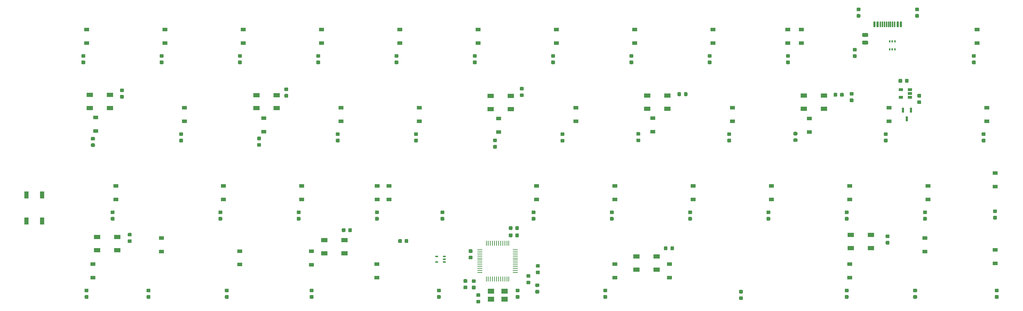
<source format=gbp>
G04 #@! TF.GenerationSoftware,KiCad,Pcbnew,5.0.2-bee76a0~70~ubuntu16.04.1*
G04 #@! TF.CreationDate,2019-06-17T21:30:36-04:00*
G04 #@! TF.ProjectId,steamvan,73746561-6d76-4616-9e2e-6b696361645f,rev?*
G04 #@! TF.SameCoordinates,PX43ec160PY7dabae0*
G04 #@! TF.FileFunction,Paste,Bot*
G04 #@! TF.FilePolarity,Positive*
%FSLAX46Y46*%
G04 Gerber Fmt 4.6, Leading zero omitted, Abs format (unit mm)*
G04 Created by KiCad (PCBNEW 5.0.2-bee76a0~70~ubuntu16.04.1) date Mon 17 Jun 2019 09:30:36 PM EDT*
%MOMM*%
%LPD*%
G01*
G04 APERTURE LIST*
%ADD10C,0.100000*%
%ADD11C,0.875000*%
%ADD12C,0.975000*%
%ADD13R,0.600000X1.300000*%
%ADD14R,1.000000X1.700000*%
%ADD15R,0.250000X1.300000*%
%ADD16R,1.300000X0.250000*%
%ADD17R,1.060000X0.650000*%
%ADD18R,0.420000X0.600000*%
%ADD19R,0.300000X1.450000*%
%ADD20R,0.600000X1.450000*%
%ADD21R,1.600000X1.300000*%
%ADD22R,1.200000X0.900000*%
%ADD23R,1.500000X1.000000*%
%ADD24R,0.650000X0.400000*%
G04 APERTURE END LIST*
D10*
G04 #@! TO.C,C1*
G36*
X114056091Y4856147D02*
X114077326Y4852997D01*
X114098150Y4847781D01*
X114118362Y4840549D01*
X114137768Y4831370D01*
X114156181Y4820334D01*
X114173424Y4807546D01*
X114189330Y4793130D01*
X114203746Y4777224D01*
X114216534Y4759981D01*
X114227570Y4741568D01*
X114236749Y4722162D01*
X114243981Y4701950D01*
X114249197Y4681126D01*
X114252347Y4659891D01*
X114253400Y4638450D01*
X114253400Y4200950D01*
X114252347Y4179509D01*
X114249197Y4158274D01*
X114243981Y4137450D01*
X114236749Y4117238D01*
X114227570Y4097832D01*
X114216534Y4079419D01*
X114203746Y4062176D01*
X114189330Y4046270D01*
X114173424Y4031854D01*
X114156181Y4019066D01*
X114137768Y4008030D01*
X114118362Y3998851D01*
X114098150Y3991619D01*
X114077326Y3986403D01*
X114056091Y3983253D01*
X114034650Y3982200D01*
X113522150Y3982200D01*
X113500709Y3983253D01*
X113479474Y3986403D01*
X113458650Y3991619D01*
X113438438Y3998851D01*
X113419032Y4008030D01*
X113400619Y4019066D01*
X113383376Y4031854D01*
X113367470Y4046270D01*
X113353054Y4062176D01*
X113340266Y4079419D01*
X113329230Y4097832D01*
X113320051Y4117238D01*
X113312819Y4137450D01*
X113307603Y4158274D01*
X113304453Y4179509D01*
X113303400Y4200950D01*
X113303400Y4638450D01*
X113304453Y4659891D01*
X113307603Y4681126D01*
X113312819Y4701950D01*
X113320051Y4722162D01*
X113329230Y4741568D01*
X113340266Y4759981D01*
X113353054Y4777224D01*
X113367470Y4793130D01*
X113383376Y4807546D01*
X113400619Y4820334D01*
X113419032Y4831370D01*
X113438438Y4840549D01*
X113458650Y4847781D01*
X113479474Y4852997D01*
X113500709Y4856147D01*
X113522150Y4857200D01*
X114034650Y4857200D01*
X114056091Y4856147D01*
X114056091Y4856147D01*
G37*
D11*
X113778400Y4419700D03*
D10*
G36*
X114056091Y3281147D02*
X114077326Y3277997D01*
X114098150Y3272781D01*
X114118362Y3265549D01*
X114137768Y3256370D01*
X114156181Y3245334D01*
X114173424Y3232546D01*
X114189330Y3218130D01*
X114203746Y3202224D01*
X114216534Y3184981D01*
X114227570Y3166568D01*
X114236749Y3147162D01*
X114243981Y3126950D01*
X114249197Y3106126D01*
X114252347Y3084891D01*
X114253400Y3063450D01*
X114253400Y2625950D01*
X114252347Y2604509D01*
X114249197Y2583274D01*
X114243981Y2562450D01*
X114236749Y2542238D01*
X114227570Y2522832D01*
X114216534Y2504419D01*
X114203746Y2487176D01*
X114189330Y2471270D01*
X114173424Y2456854D01*
X114156181Y2444066D01*
X114137768Y2433030D01*
X114118362Y2423851D01*
X114098150Y2416619D01*
X114077326Y2411403D01*
X114056091Y2408253D01*
X114034650Y2407200D01*
X113522150Y2407200D01*
X113500709Y2408253D01*
X113479474Y2411403D01*
X113458650Y2416619D01*
X113438438Y2423851D01*
X113419032Y2433030D01*
X113400619Y2444066D01*
X113383376Y2456854D01*
X113367470Y2471270D01*
X113353054Y2487176D01*
X113340266Y2504419D01*
X113329230Y2522832D01*
X113320051Y2542238D01*
X113312819Y2562450D01*
X113307603Y2583274D01*
X113304453Y2604509D01*
X113303400Y2625950D01*
X113303400Y3063450D01*
X113304453Y3084891D01*
X113307603Y3106126D01*
X113312819Y3126950D01*
X113320051Y3147162D01*
X113329230Y3166568D01*
X113340266Y3184981D01*
X113353054Y3202224D01*
X113367470Y3218130D01*
X113383376Y3232546D01*
X113400619Y3245334D01*
X113419032Y3256370D01*
X113438438Y3265549D01*
X113458650Y3272781D01*
X113479474Y3277997D01*
X113500709Y3281147D01*
X113522150Y3282200D01*
X114034650Y3282200D01*
X114056091Y3281147D01*
X114056091Y3281147D01*
G37*
D11*
X113778400Y2844700D03*
G04 #@! TD*
D10*
G04 #@! TO.C,C2*
G36*
X123620091Y5999147D02*
X123641326Y5995997D01*
X123662150Y5990781D01*
X123682362Y5983549D01*
X123701768Y5974370D01*
X123720181Y5963334D01*
X123737424Y5950546D01*
X123753330Y5936130D01*
X123767746Y5920224D01*
X123780534Y5902981D01*
X123791570Y5884568D01*
X123800749Y5865162D01*
X123807981Y5844950D01*
X123813197Y5824126D01*
X123816347Y5802891D01*
X123817400Y5781450D01*
X123817400Y5343950D01*
X123816347Y5322509D01*
X123813197Y5301274D01*
X123807981Y5280450D01*
X123800749Y5260238D01*
X123791570Y5240832D01*
X123780534Y5222419D01*
X123767746Y5205176D01*
X123753330Y5189270D01*
X123737424Y5174854D01*
X123720181Y5162066D01*
X123701768Y5151030D01*
X123682362Y5141851D01*
X123662150Y5134619D01*
X123641326Y5129403D01*
X123620091Y5126253D01*
X123598650Y5125200D01*
X123086150Y5125200D01*
X123064709Y5126253D01*
X123043474Y5129403D01*
X123022650Y5134619D01*
X123002438Y5141851D01*
X122983032Y5151030D01*
X122964619Y5162066D01*
X122947376Y5174854D01*
X122931470Y5189270D01*
X122917054Y5205176D01*
X122904266Y5222419D01*
X122893230Y5240832D01*
X122884051Y5260238D01*
X122876819Y5280450D01*
X122871603Y5301274D01*
X122868453Y5322509D01*
X122867400Y5343950D01*
X122867400Y5781450D01*
X122868453Y5802891D01*
X122871603Y5824126D01*
X122876819Y5844950D01*
X122884051Y5865162D01*
X122893230Y5884568D01*
X122904266Y5902981D01*
X122917054Y5920224D01*
X122931470Y5936130D01*
X122947376Y5950546D01*
X122964619Y5963334D01*
X122983032Y5974370D01*
X123002438Y5983549D01*
X123022650Y5990781D01*
X123043474Y5995997D01*
X123064709Y5999147D01*
X123086150Y6000200D01*
X123598650Y6000200D01*
X123620091Y5999147D01*
X123620091Y5999147D01*
G37*
D11*
X123342400Y5562700D03*
D10*
G36*
X123620091Y4424147D02*
X123641326Y4420997D01*
X123662150Y4415781D01*
X123682362Y4408549D01*
X123701768Y4399370D01*
X123720181Y4388334D01*
X123737424Y4375546D01*
X123753330Y4361130D01*
X123767746Y4345224D01*
X123780534Y4327981D01*
X123791570Y4309568D01*
X123800749Y4290162D01*
X123807981Y4269950D01*
X123813197Y4249126D01*
X123816347Y4227891D01*
X123817400Y4206450D01*
X123817400Y3768950D01*
X123816347Y3747509D01*
X123813197Y3726274D01*
X123807981Y3705450D01*
X123800749Y3685238D01*
X123791570Y3665832D01*
X123780534Y3647419D01*
X123767746Y3630176D01*
X123753330Y3614270D01*
X123737424Y3599854D01*
X123720181Y3587066D01*
X123701768Y3576030D01*
X123682362Y3566851D01*
X123662150Y3559619D01*
X123641326Y3554403D01*
X123620091Y3551253D01*
X123598650Y3550200D01*
X123086150Y3550200D01*
X123064709Y3551253D01*
X123043474Y3554403D01*
X123022650Y3559619D01*
X123002438Y3566851D01*
X122983032Y3576030D01*
X122964619Y3587066D01*
X122947376Y3599854D01*
X122931470Y3614270D01*
X122917054Y3630176D01*
X122904266Y3647419D01*
X122893230Y3665832D01*
X122884051Y3685238D01*
X122876819Y3705450D01*
X122871603Y3726274D01*
X122868453Y3747509D01*
X122867400Y3768950D01*
X122867400Y4206450D01*
X122868453Y4227891D01*
X122871603Y4249126D01*
X122876819Y4269950D01*
X122884051Y4290162D01*
X122893230Y4309568D01*
X122904266Y4327981D01*
X122917054Y4345224D01*
X122931470Y4361130D01*
X122947376Y4375546D01*
X122964619Y4388334D01*
X122983032Y4399370D01*
X123002438Y4408549D01*
X123022650Y4415781D01*
X123043474Y4420997D01*
X123064709Y4424147D01*
X123086150Y4425200D01*
X123598650Y4425200D01*
X123620091Y4424147D01*
X123620091Y4424147D01*
G37*
D11*
X123342400Y3987700D03*
G04 #@! TD*
D10*
G04 #@! TO.C,C3*
G36*
X126266771Y7949667D02*
X126288006Y7946517D01*
X126308830Y7941301D01*
X126329042Y7934069D01*
X126348448Y7924890D01*
X126366861Y7913854D01*
X126384104Y7901066D01*
X126400010Y7886650D01*
X126414426Y7870744D01*
X126427214Y7853501D01*
X126438250Y7835088D01*
X126447429Y7815682D01*
X126454661Y7795470D01*
X126459877Y7774646D01*
X126463027Y7753411D01*
X126464080Y7731970D01*
X126464080Y7294470D01*
X126463027Y7273029D01*
X126459877Y7251794D01*
X126454661Y7230970D01*
X126447429Y7210758D01*
X126438250Y7191352D01*
X126427214Y7172939D01*
X126414426Y7155696D01*
X126400010Y7139790D01*
X126384104Y7125374D01*
X126366861Y7112586D01*
X126348448Y7101550D01*
X126329042Y7092371D01*
X126308830Y7085139D01*
X126288006Y7079923D01*
X126266771Y7076773D01*
X126245330Y7075720D01*
X125732830Y7075720D01*
X125711389Y7076773D01*
X125690154Y7079923D01*
X125669330Y7085139D01*
X125649118Y7092371D01*
X125629712Y7101550D01*
X125611299Y7112586D01*
X125594056Y7125374D01*
X125578150Y7139790D01*
X125563734Y7155696D01*
X125550946Y7172939D01*
X125539910Y7191352D01*
X125530731Y7210758D01*
X125523499Y7230970D01*
X125518283Y7251794D01*
X125515133Y7273029D01*
X125514080Y7294470D01*
X125514080Y7731970D01*
X125515133Y7753411D01*
X125518283Y7774646D01*
X125523499Y7795470D01*
X125530731Y7815682D01*
X125539910Y7835088D01*
X125550946Y7853501D01*
X125563734Y7870744D01*
X125578150Y7886650D01*
X125594056Y7901066D01*
X125611299Y7913854D01*
X125629712Y7924890D01*
X125649118Y7934069D01*
X125669330Y7941301D01*
X125690154Y7946517D01*
X125711389Y7949667D01*
X125732830Y7950720D01*
X126245330Y7950720D01*
X126266771Y7949667D01*
X126266771Y7949667D01*
G37*
D11*
X125989080Y7513220D03*
D10*
G36*
X126266771Y9524667D02*
X126288006Y9521517D01*
X126308830Y9516301D01*
X126329042Y9509069D01*
X126348448Y9499890D01*
X126366861Y9488854D01*
X126384104Y9476066D01*
X126400010Y9461650D01*
X126414426Y9445744D01*
X126427214Y9428501D01*
X126438250Y9410088D01*
X126447429Y9390682D01*
X126454661Y9370470D01*
X126459877Y9349646D01*
X126463027Y9328411D01*
X126464080Y9306970D01*
X126464080Y8869470D01*
X126463027Y8848029D01*
X126459877Y8826794D01*
X126454661Y8805970D01*
X126447429Y8785758D01*
X126438250Y8766352D01*
X126427214Y8747939D01*
X126414426Y8730696D01*
X126400010Y8714790D01*
X126384104Y8700374D01*
X126366861Y8687586D01*
X126348448Y8676550D01*
X126329042Y8667371D01*
X126308830Y8660139D01*
X126288006Y8654923D01*
X126266771Y8651773D01*
X126245330Y8650720D01*
X125732830Y8650720D01*
X125711389Y8651773D01*
X125690154Y8654923D01*
X125669330Y8660139D01*
X125649118Y8667371D01*
X125629712Y8676550D01*
X125611299Y8687586D01*
X125594056Y8700374D01*
X125578150Y8714790D01*
X125563734Y8730696D01*
X125550946Y8747939D01*
X125539910Y8766352D01*
X125530731Y8785758D01*
X125523499Y8805970D01*
X125518283Y8826794D01*
X125515133Y8848029D01*
X125514080Y8869470D01*
X125514080Y9306970D01*
X125515133Y9328411D01*
X125518283Y9349646D01*
X125523499Y9370470D01*
X125530731Y9390682D01*
X125539910Y9410088D01*
X125550946Y9428501D01*
X125563734Y9445744D01*
X125578150Y9461650D01*
X125594056Y9476066D01*
X125611299Y9488854D01*
X125629712Y9499890D01*
X125649118Y9509069D01*
X125669330Y9516301D01*
X125690154Y9521517D01*
X125711389Y9524667D01*
X125732830Y9525720D01*
X126245330Y9525720D01*
X126266771Y9524667D01*
X126266771Y9524667D01*
G37*
D11*
X125989080Y9088220D03*
G04 #@! TD*
D10*
G04 #@! TO.C,C4*
G36*
X121906091Y19473147D02*
X121927326Y19469997D01*
X121948150Y19464781D01*
X121968362Y19457549D01*
X121987768Y19448370D01*
X122006181Y19437334D01*
X122023424Y19424546D01*
X122039330Y19410130D01*
X122053746Y19394224D01*
X122066534Y19376981D01*
X122077570Y19358568D01*
X122086749Y19339162D01*
X122093981Y19318950D01*
X122099197Y19298126D01*
X122102347Y19276891D01*
X122103400Y19255450D01*
X122103400Y18742950D01*
X122102347Y18721509D01*
X122099197Y18700274D01*
X122093981Y18679450D01*
X122086749Y18659238D01*
X122077570Y18639832D01*
X122066534Y18621419D01*
X122053746Y18604176D01*
X122039330Y18588270D01*
X122023424Y18573854D01*
X122006181Y18561066D01*
X121987768Y18550030D01*
X121968362Y18540851D01*
X121948150Y18533619D01*
X121927326Y18528403D01*
X121906091Y18525253D01*
X121884650Y18524200D01*
X121447150Y18524200D01*
X121425709Y18525253D01*
X121404474Y18528403D01*
X121383650Y18533619D01*
X121363438Y18540851D01*
X121344032Y18550030D01*
X121325619Y18561066D01*
X121308376Y18573854D01*
X121292470Y18588270D01*
X121278054Y18604176D01*
X121265266Y18621419D01*
X121254230Y18639832D01*
X121245051Y18659238D01*
X121237819Y18679450D01*
X121232603Y18700274D01*
X121229453Y18721509D01*
X121228400Y18742950D01*
X121228400Y19255450D01*
X121229453Y19276891D01*
X121232603Y19298126D01*
X121237819Y19318950D01*
X121245051Y19339162D01*
X121254230Y19358568D01*
X121265266Y19376981D01*
X121278054Y19394224D01*
X121292470Y19410130D01*
X121308376Y19424546D01*
X121325619Y19437334D01*
X121344032Y19448370D01*
X121363438Y19457549D01*
X121383650Y19464781D01*
X121404474Y19469997D01*
X121425709Y19473147D01*
X121447150Y19474200D01*
X121884650Y19474200D01*
X121906091Y19473147D01*
X121906091Y19473147D01*
G37*
D11*
X121665900Y18999200D03*
D10*
G36*
X123481091Y19473147D02*
X123502326Y19469997D01*
X123523150Y19464781D01*
X123543362Y19457549D01*
X123562768Y19448370D01*
X123581181Y19437334D01*
X123598424Y19424546D01*
X123614330Y19410130D01*
X123628746Y19394224D01*
X123641534Y19376981D01*
X123652570Y19358568D01*
X123661749Y19339162D01*
X123668981Y19318950D01*
X123674197Y19298126D01*
X123677347Y19276891D01*
X123678400Y19255450D01*
X123678400Y18742950D01*
X123677347Y18721509D01*
X123674197Y18700274D01*
X123668981Y18679450D01*
X123661749Y18659238D01*
X123652570Y18639832D01*
X123641534Y18621419D01*
X123628746Y18604176D01*
X123614330Y18588270D01*
X123598424Y18573854D01*
X123581181Y18561066D01*
X123562768Y18550030D01*
X123543362Y18540851D01*
X123523150Y18533619D01*
X123502326Y18528403D01*
X123481091Y18525253D01*
X123459650Y18524200D01*
X123022150Y18524200D01*
X123000709Y18525253D01*
X122979474Y18528403D01*
X122958650Y18533619D01*
X122938438Y18540851D01*
X122919032Y18550030D01*
X122900619Y18561066D01*
X122883376Y18573854D01*
X122867470Y18588270D01*
X122853054Y18604176D01*
X122840266Y18621419D01*
X122829230Y18639832D01*
X122820051Y18659238D01*
X122812819Y18679450D01*
X122807603Y18700274D01*
X122804453Y18721509D01*
X122803400Y18742950D01*
X122803400Y19255450D01*
X122804453Y19276891D01*
X122807603Y19298126D01*
X122812819Y19318950D01*
X122820051Y19339162D01*
X122829230Y19358568D01*
X122840266Y19376981D01*
X122853054Y19394224D01*
X122867470Y19410130D01*
X122883376Y19424546D01*
X122900619Y19437334D01*
X122919032Y19448370D01*
X122938438Y19457549D01*
X122958650Y19464781D01*
X122979474Y19469997D01*
X123000709Y19473147D01*
X123022150Y19474200D01*
X123459650Y19474200D01*
X123481091Y19473147D01*
X123481091Y19473147D01*
G37*
D11*
X123240900Y18999200D03*
G04 #@! TD*
D10*
G04 #@! TO.C,C5*
G36*
X123481091Y21251147D02*
X123502326Y21247997D01*
X123523150Y21242781D01*
X123543362Y21235549D01*
X123562768Y21226370D01*
X123581181Y21215334D01*
X123598424Y21202546D01*
X123614330Y21188130D01*
X123628746Y21172224D01*
X123641534Y21154981D01*
X123652570Y21136568D01*
X123661749Y21117162D01*
X123668981Y21096950D01*
X123674197Y21076126D01*
X123677347Y21054891D01*
X123678400Y21033450D01*
X123678400Y20520950D01*
X123677347Y20499509D01*
X123674197Y20478274D01*
X123668981Y20457450D01*
X123661749Y20437238D01*
X123652570Y20417832D01*
X123641534Y20399419D01*
X123628746Y20382176D01*
X123614330Y20366270D01*
X123598424Y20351854D01*
X123581181Y20339066D01*
X123562768Y20328030D01*
X123543362Y20318851D01*
X123523150Y20311619D01*
X123502326Y20306403D01*
X123481091Y20303253D01*
X123459650Y20302200D01*
X123022150Y20302200D01*
X123000709Y20303253D01*
X122979474Y20306403D01*
X122958650Y20311619D01*
X122938438Y20318851D01*
X122919032Y20328030D01*
X122900619Y20339066D01*
X122883376Y20351854D01*
X122867470Y20366270D01*
X122853054Y20382176D01*
X122840266Y20399419D01*
X122829230Y20417832D01*
X122820051Y20437238D01*
X122812819Y20457450D01*
X122807603Y20478274D01*
X122804453Y20499509D01*
X122803400Y20520950D01*
X122803400Y21033450D01*
X122804453Y21054891D01*
X122807603Y21076126D01*
X122812819Y21096950D01*
X122820051Y21117162D01*
X122829230Y21136568D01*
X122840266Y21154981D01*
X122853054Y21172224D01*
X122867470Y21188130D01*
X122883376Y21202546D01*
X122900619Y21215334D01*
X122919032Y21226370D01*
X122938438Y21235549D01*
X122958650Y21242781D01*
X122979474Y21247997D01*
X123000709Y21251147D01*
X123022150Y21252200D01*
X123459650Y21252200D01*
X123481091Y21251147D01*
X123481091Y21251147D01*
G37*
D11*
X123240900Y20777200D03*
D10*
G36*
X121906091Y21251147D02*
X121927326Y21247997D01*
X121948150Y21242781D01*
X121968362Y21235549D01*
X121987768Y21226370D01*
X122006181Y21215334D01*
X122023424Y21202546D01*
X122039330Y21188130D01*
X122053746Y21172224D01*
X122066534Y21154981D01*
X122077570Y21136568D01*
X122086749Y21117162D01*
X122093981Y21096950D01*
X122099197Y21076126D01*
X122102347Y21054891D01*
X122103400Y21033450D01*
X122103400Y20520950D01*
X122102347Y20499509D01*
X122099197Y20478274D01*
X122093981Y20457450D01*
X122086749Y20437238D01*
X122077570Y20417832D01*
X122066534Y20399419D01*
X122053746Y20382176D01*
X122039330Y20366270D01*
X122023424Y20351854D01*
X122006181Y20339066D01*
X121987768Y20328030D01*
X121968362Y20318851D01*
X121948150Y20311619D01*
X121927326Y20306403D01*
X121906091Y20303253D01*
X121884650Y20302200D01*
X121447150Y20302200D01*
X121425709Y20303253D01*
X121404474Y20306403D01*
X121383650Y20311619D01*
X121363438Y20318851D01*
X121344032Y20328030D01*
X121325619Y20339066D01*
X121308376Y20351854D01*
X121292470Y20366270D01*
X121278054Y20382176D01*
X121265266Y20399419D01*
X121254230Y20417832D01*
X121245051Y20437238D01*
X121237819Y20457450D01*
X121232603Y20478274D01*
X121229453Y20499509D01*
X121228400Y20520950D01*
X121228400Y21033450D01*
X121229453Y21054891D01*
X121232603Y21076126D01*
X121237819Y21096950D01*
X121245051Y21117162D01*
X121254230Y21136568D01*
X121265266Y21154981D01*
X121278054Y21172224D01*
X121292470Y21188130D01*
X121308376Y21202546D01*
X121325619Y21215334D01*
X121344032Y21226370D01*
X121363438Y21235549D01*
X121383650Y21242781D01*
X121404474Y21247997D01*
X121425709Y21251147D01*
X121447150Y21252200D01*
X121884650Y21252200D01*
X121906091Y21251147D01*
X121906091Y21251147D01*
G37*
D11*
X121665900Y20777200D03*
G04 #@! TD*
D10*
G04 #@! TO.C,C6*
G36*
X110920091Y8310647D02*
X110941326Y8307497D01*
X110962150Y8302281D01*
X110982362Y8295049D01*
X111001768Y8285870D01*
X111020181Y8274834D01*
X111037424Y8262046D01*
X111053330Y8247630D01*
X111067746Y8231724D01*
X111080534Y8214481D01*
X111091570Y8196068D01*
X111100749Y8176662D01*
X111107981Y8156450D01*
X111113197Y8135626D01*
X111116347Y8114391D01*
X111117400Y8092950D01*
X111117400Y7655450D01*
X111116347Y7634009D01*
X111113197Y7612774D01*
X111107981Y7591950D01*
X111100749Y7571738D01*
X111091570Y7552332D01*
X111080534Y7533919D01*
X111067746Y7516676D01*
X111053330Y7500770D01*
X111037424Y7486354D01*
X111020181Y7473566D01*
X111001768Y7462530D01*
X110982362Y7453351D01*
X110962150Y7446119D01*
X110941326Y7440903D01*
X110920091Y7437753D01*
X110898650Y7436700D01*
X110386150Y7436700D01*
X110364709Y7437753D01*
X110343474Y7440903D01*
X110322650Y7446119D01*
X110302438Y7453351D01*
X110283032Y7462530D01*
X110264619Y7473566D01*
X110247376Y7486354D01*
X110231470Y7500770D01*
X110217054Y7516676D01*
X110204266Y7533919D01*
X110193230Y7552332D01*
X110184051Y7571738D01*
X110176819Y7591950D01*
X110171603Y7612774D01*
X110168453Y7634009D01*
X110167400Y7655450D01*
X110167400Y8092950D01*
X110168453Y8114391D01*
X110171603Y8135626D01*
X110176819Y8156450D01*
X110184051Y8176662D01*
X110193230Y8196068D01*
X110204266Y8214481D01*
X110217054Y8231724D01*
X110231470Y8247630D01*
X110247376Y8262046D01*
X110264619Y8274834D01*
X110283032Y8285870D01*
X110302438Y8295049D01*
X110322650Y8302281D01*
X110343474Y8307497D01*
X110364709Y8310647D01*
X110386150Y8311700D01*
X110898650Y8311700D01*
X110920091Y8310647D01*
X110920091Y8310647D01*
G37*
D11*
X110642400Y7874200D03*
D10*
G36*
X110920091Y6735647D02*
X110941326Y6732497D01*
X110962150Y6727281D01*
X110982362Y6720049D01*
X111001768Y6710870D01*
X111020181Y6699834D01*
X111037424Y6687046D01*
X111053330Y6672630D01*
X111067746Y6656724D01*
X111080534Y6639481D01*
X111091570Y6621068D01*
X111100749Y6601662D01*
X111107981Y6581450D01*
X111113197Y6560626D01*
X111116347Y6539391D01*
X111117400Y6517950D01*
X111117400Y6080450D01*
X111116347Y6059009D01*
X111113197Y6037774D01*
X111107981Y6016950D01*
X111100749Y5996738D01*
X111091570Y5977332D01*
X111080534Y5958919D01*
X111067746Y5941676D01*
X111053330Y5925770D01*
X111037424Y5911354D01*
X111020181Y5898566D01*
X111001768Y5887530D01*
X110982362Y5878351D01*
X110962150Y5871119D01*
X110941326Y5865903D01*
X110920091Y5862753D01*
X110898650Y5861700D01*
X110386150Y5861700D01*
X110364709Y5862753D01*
X110343474Y5865903D01*
X110322650Y5871119D01*
X110302438Y5878351D01*
X110283032Y5887530D01*
X110264619Y5898566D01*
X110247376Y5911354D01*
X110231470Y5925770D01*
X110217054Y5941676D01*
X110204266Y5958919D01*
X110193230Y5977332D01*
X110184051Y5996738D01*
X110176819Y6016950D01*
X110171603Y6037774D01*
X110168453Y6059009D01*
X110167400Y6080450D01*
X110167400Y6517950D01*
X110168453Y6539391D01*
X110171603Y6560626D01*
X110176819Y6581450D01*
X110184051Y6601662D01*
X110193230Y6621068D01*
X110204266Y6639481D01*
X110217054Y6656724D01*
X110231470Y6672630D01*
X110247376Y6687046D01*
X110264619Y6699834D01*
X110283032Y6710870D01*
X110302438Y6720049D01*
X110322650Y6727281D01*
X110343474Y6732497D01*
X110364709Y6735647D01*
X110386150Y6736700D01*
X110898650Y6736700D01*
X110920091Y6735647D01*
X110920091Y6735647D01*
G37*
D11*
X110642400Y6299200D03*
G04 #@! TD*
D10*
G04 #@! TO.C,C7*
G36*
X112952091Y6710147D02*
X112973326Y6706997D01*
X112994150Y6701781D01*
X113014362Y6694549D01*
X113033768Y6685370D01*
X113052181Y6674334D01*
X113069424Y6661546D01*
X113085330Y6647130D01*
X113099746Y6631224D01*
X113112534Y6613981D01*
X113123570Y6595568D01*
X113132749Y6576162D01*
X113139981Y6555950D01*
X113145197Y6535126D01*
X113148347Y6513891D01*
X113149400Y6492450D01*
X113149400Y6054950D01*
X113148347Y6033509D01*
X113145197Y6012274D01*
X113139981Y5991450D01*
X113132749Y5971238D01*
X113123570Y5951832D01*
X113112534Y5933419D01*
X113099746Y5916176D01*
X113085330Y5900270D01*
X113069424Y5885854D01*
X113052181Y5873066D01*
X113033768Y5862030D01*
X113014362Y5852851D01*
X112994150Y5845619D01*
X112973326Y5840403D01*
X112952091Y5837253D01*
X112930650Y5836200D01*
X112418150Y5836200D01*
X112396709Y5837253D01*
X112375474Y5840403D01*
X112354650Y5845619D01*
X112334438Y5852851D01*
X112315032Y5862030D01*
X112296619Y5873066D01*
X112279376Y5885854D01*
X112263470Y5900270D01*
X112249054Y5916176D01*
X112236266Y5933419D01*
X112225230Y5951832D01*
X112216051Y5971238D01*
X112208819Y5991450D01*
X112203603Y6012274D01*
X112200453Y6033509D01*
X112199400Y6054950D01*
X112199400Y6492450D01*
X112200453Y6513891D01*
X112203603Y6535126D01*
X112208819Y6555950D01*
X112216051Y6576162D01*
X112225230Y6595568D01*
X112236266Y6613981D01*
X112249054Y6631224D01*
X112263470Y6647130D01*
X112279376Y6661546D01*
X112296619Y6674334D01*
X112315032Y6685370D01*
X112334438Y6694549D01*
X112354650Y6701781D01*
X112375474Y6706997D01*
X112396709Y6710147D01*
X112418150Y6711200D01*
X112930650Y6711200D01*
X112952091Y6710147D01*
X112952091Y6710147D01*
G37*
D11*
X112674400Y6273700D03*
D10*
G36*
X112952091Y8285147D02*
X112973326Y8281997D01*
X112994150Y8276781D01*
X113014362Y8269549D01*
X113033768Y8260370D01*
X113052181Y8249334D01*
X113069424Y8236546D01*
X113085330Y8222130D01*
X113099746Y8206224D01*
X113112534Y8188981D01*
X113123570Y8170568D01*
X113132749Y8151162D01*
X113139981Y8130950D01*
X113145197Y8110126D01*
X113148347Y8088891D01*
X113149400Y8067450D01*
X113149400Y7629950D01*
X113148347Y7608509D01*
X113145197Y7587274D01*
X113139981Y7566450D01*
X113132749Y7546238D01*
X113123570Y7526832D01*
X113112534Y7508419D01*
X113099746Y7491176D01*
X113085330Y7475270D01*
X113069424Y7460854D01*
X113052181Y7448066D01*
X113033768Y7437030D01*
X113014362Y7427851D01*
X112994150Y7420619D01*
X112973326Y7415403D01*
X112952091Y7412253D01*
X112930650Y7411200D01*
X112418150Y7411200D01*
X112396709Y7412253D01*
X112375474Y7415403D01*
X112354650Y7420619D01*
X112334438Y7427851D01*
X112315032Y7437030D01*
X112296619Y7448066D01*
X112279376Y7460854D01*
X112263470Y7475270D01*
X112249054Y7491176D01*
X112236266Y7508419D01*
X112225230Y7526832D01*
X112216051Y7546238D01*
X112208819Y7566450D01*
X112203603Y7587274D01*
X112200453Y7608509D01*
X112199400Y7629950D01*
X112199400Y8067450D01*
X112200453Y8088891D01*
X112203603Y8110126D01*
X112208819Y8130950D01*
X112216051Y8151162D01*
X112225230Y8170568D01*
X112236266Y8188981D01*
X112249054Y8206224D01*
X112263470Y8222130D01*
X112279376Y8236546D01*
X112296619Y8249334D01*
X112315032Y8260370D01*
X112334438Y8269549D01*
X112354650Y8276781D01*
X112375474Y8281997D01*
X112396709Y8285147D01*
X112418150Y8286200D01*
X112930650Y8286200D01*
X112952091Y8285147D01*
X112952091Y8285147D01*
G37*
D11*
X112674400Y7848700D03*
G04 #@! TD*
D10*
G04 #@! TO.C,C8*
G36*
X112190091Y14012647D02*
X112211326Y14009497D01*
X112232150Y14004281D01*
X112252362Y13997049D01*
X112271768Y13987870D01*
X112290181Y13976834D01*
X112307424Y13964046D01*
X112323330Y13949630D01*
X112337746Y13933724D01*
X112350534Y13916481D01*
X112361570Y13898068D01*
X112370749Y13878662D01*
X112377981Y13858450D01*
X112383197Y13837626D01*
X112386347Y13816391D01*
X112387400Y13794950D01*
X112387400Y13357450D01*
X112386347Y13336009D01*
X112383197Y13314774D01*
X112377981Y13293950D01*
X112370749Y13273738D01*
X112361570Y13254332D01*
X112350534Y13235919D01*
X112337746Y13218676D01*
X112323330Y13202770D01*
X112307424Y13188354D01*
X112290181Y13175566D01*
X112271768Y13164530D01*
X112252362Y13155351D01*
X112232150Y13148119D01*
X112211326Y13142903D01*
X112190091Y13139753D01*
X112168650Y13138700D01*
X111656150Y13138700D01*
X111634709Y13139753D01*
X111613474Y13142903D01*
X111592650Y13148119D01*
X111572438Y13155351D01*
X111553032Y13164530D01*
X111534619Y13175566D01*
X111517376Y13188354D01*
X111501470Y13202770D01*
X111487054Y13218676D01*
X111474266Y13235919D01*
X111463230Y13254332D01*
X111454051Y13273738D01*
X111446819Y13293950D01*
X111441603Y13314774D01*
X111438453Y13336009D01*
X111437400Y13357450D01*
X111437400Y13794950D01*
X111438453Y13816391D01*
X111441603Y13837626D01*
X111446819Y13858450D01*
X111454051Y13878662D01*
X111463230Y13898068D01*
X111474266Y13916481D01*
X111487054Y13933724D01*
X111501470Y13949630D01*
X111517376Y13964046D01*
X111534619Y13976834D01*
X111553032Y13987870D01*
X111572438Y13997049D01*
X111592650Y14004281D01*
X111613474Y14009497D01*
X111634709Y14012647D01*
X111656150Y14013700D01*
X112168650Y14013700D01*
X112190091Y14012647D01*
X112190091Y14012647D01*
G37*
D11*
X111912400Y13576200D03*
D10*
G36*
X112190091Y15587647D02*
X112211326Y15584497D01*
X112232150Y15579281D01*
X112252362Y15572049D01*
X112271768Y15562870D01*
X112290181Y15551834D01*
X112307424Y15539046D01*
X112323330Y15524630D01*
X112337746Y15508724D01*
X112350534Y15491481D01*
X112361570Y15473068D01*
X112370749Y15453662D01*
X112377981Y15433450D01*
X112383197Y15412626D01*
X112386347Y15391391D01*
X112387400Y15369950D01*
X112387400Y14932450D01*
X112386347Y14911009D01*
X112383197Y14889774D01*
X112377981Y14868950D01*
X112370749Y14848738D01*
X112361570Y14829332D01*
X112350534Y14810919D01*
X112337746Y14793676D01*
X112323330Y14777770D01*
X112307424Y14763354D01*
X112290181Y14750566D01*
X112271768Y14739530D01*
X112252362Y14730351D01*
X112232150Y14723119D01*
X112211326Y14717903D01*
X112190091Y14714753D01*
X112168650Y14713700D01*
X111656150Y14713700D01*
X111634709Y14714753D01*
X111613474Y14717903D01*
X111592650Y14723119D01*
X111572438Y14730351D01*
X111553032Y14739530D01*
X111534619Y14750566D01*
X111517376Y14763354D01*
X111501470Y14777770D01*
X111487054Y14793676D01*
X111474266Y14810919D01*
X111463230Y14829332D01*
X111454051Y14848738D01*
X111446819Y14868950D01*
X111441603Y14889774D01*
X111438453Y14911009D01*
X111437400Y14932450D01*
X111437400Y15369950D01*
X111438453Y15391391D01*
X111441603Y15412626D01*
X111446819Y15433450D01*
X111454051Y15453662D01*
X111463230Y15473068D01*
X111474266Y15491481D01*
X111487054Y15508724D01*
X111501470Y15524630D01*
X111517376Y15539046D01*
X111534619Y15551834D01*
X111553032Y15562870D01*
X111572438Y15572049D01*
X111592650Y15579281D01*
X111613474Y15584497D01*
X111634709Y15587647D01*
X111656150Y15588700D01*
X112168650Y15588700D01*
X112190091Y15587647D01*
X112190091Y15587647D01*
G37*
D11*
X111912400Y15151200D03*
G04 #@! TD*
D10*
G04 #@! TO.C,C9*
G36*
X128415611Y7274227D02*
X128436846Y7271077D01*
X128457670Y7265861D01*
X128477882Y7258629D01*
X128497288Y7249450D01*
X128515701Y7238414D01*
X128532944Y7225626D01*
X128548850Y7211210D01*
X128563266Y7195304D01*
X128576054Y7178061D01*
X128587090Y7159648D01*
X128596269Y7140242D01*
X128603501Y7120030D01*
X128608717Y7099206D01*
X128611867Y7077971D01*
X128612920Y7056530D01*
X128612920Y6619030D01*
X128611867Y6597589D01*
X128608717Y6576354D01*
X128603501Y6555530D01*
X128596269Y6535318D01*
X128587090Y6515912D01*
X128576054Y6497499D01*
X128563266Y6480256D01*
X128548850Y6464350D01*
X128532944Y6449934D01*
X128515701Y6437146D01*
X128497288Y6426110D01*
X128477882Y6416931D01*
X128457670Y6409699D01*
X128436846Y6404483D01*
X128415611Y6401333D01*
X128394170Y6400280D01*
X127881670Y6400280D01*
X127860229Y6401333D01*
X127838994Y6404483D01*
X127818170Y6409699D01*
X127797958Y6416931D01*
X127778552Y6426110D01*
X127760139Y6437146D01*
X127742896Y6449934D01*
X127726990Y6464350D01*
X127712574Y6480256D01*
X127699786Y6497499D01*
X127688750Y6515912D01*
X127679571Y6535318D01*
X127672339Y6555530D01*
X127667123Y6576354D01*
X127663973Y6597589D01*
X127662920Y6619030D01*
X127662920Y7056530D01*
X127663973Y7077971D01*
X127667123Y7099206D01*
X127672339Y7120030D01*
X127679571Y7140242D01*
X127688750Y7159648D01*
X127699786Y7178061D01*
X127712574Y7195304D01*
X127726990Y7211210D01*
X127742896Y7225626D01*
X127760139Y7238414D01*
X127778552Y7249450D01*
X127797958Y7258629D01*
X127818170Y7265861D01*
X127838994Y7271077D01*
X127860229Y7274227D01*
X127881670Y7275280D01*
X128394170Y7275280D01*
X128415611Y7274227D01*
X128415611Y7274227D01*
G37*
D11*
X128137920Y6837780D03*
D10*
G36*
X128415611Y5699227D02*
X128436846Y5696077D01*
X128457670Y5690861D01*
X128477882Y5683629D01*
X128497288Y5674450D01*
X128515701Y5663414D01*
X128532944Y5650626D01*
X128548850Y5636210D01*
X128563266Y5620304D01*
X128576054Y5603061D01*
X128587090Y5584648D01*
X128596269Y5565242D01*
X128603501Y5545030D01*
X128608717Y5524206D01*
X128611867Y5502971D01*
X128612920Y5481530D01*
X128612920Y5044030D01*
X128611867Y5022589D01*
X128608717Y5001354D01*
X128603501Y4980530D01*
X128596269Y4960318D01*
X128587090Y4940912D01*
X128576054Y4922499D01*
X128563266Y4905256D01*
X128548850Y4889350D01*
X128532944Y4874934D01*
X128515701Y4862146D01*
X128497288Y4851110D01*
X128477882Y4841931D01*
X128457670Y4834699D01*
X128436846Y4829483D01*
X128415611Y4826333D01*
X128394170Y4825280D01*
X127881670Y4825280D01*
X127860229Y4826333D01*
X127838994Y4829483D01*
X127818170Y4834699D01*
X127797958Y4841931D01*
X127778552Y4851110D01*
X127760139Y4862146D01*
X127742896Y4874934D01*
X127726990Y4889350D01*
X127712574Y4905256D01*
X127699786Y4922499D01*
X127688750Y4940912D01*
X127679571Y4960318D01*
X127672339Y4980530D01*
X127667123Y5001354D01*
X127663973Y5022589D01*
X127662920Y5044030D01*
X127662920Y5481530D01*
X127663973Y5502971D01*
X127667123Y5524206D01*
X127672339Y5545030D01*
X127679571Y5565242D01*
X127688750Y5584648D01*
X127699786Y5603061D01*
X127712574Y5620304D01*
X127726990Y5636210D01*
X127742896Y5650626D01*
X127760139Y5663414D01*
X127778552Y5674450D01*
X127797958Y5683629D01*
X127818170Y5690861D01*
X127838994Y5696077D01*
X127860229Y5699227D01*
X127881670Y5700280D01*
X128394170Y5700280D01*
X128415611Y5699227D01*
X128415611Y5699227D01*
G37*
D11*
X128137920Y5262780D03*
G04 #@! TD*
D10*
G04 #@! TO.C,C10*
G36*
X221359291Y51871347D02*
X221380526Y51868197D01*
X221401350Y51862981D01*
X221421562Y51855749D01*
X221440968Y51846570D01*
X221459381Y51835534D01*
X221476624Y51822746D01*
X221492530Y51808330D01*
X221506946Y51792424D01*
X221519734Y51775181D01*
X221530770Y51756768D01*
X221539949Y51737362D01*
X221547181Y51717150D01*
X221552397Y51696326D01*
X221555547Y51675091D01*
X221556600Y51653650D01*
X221556600Y51216150D01*
X221555547Y51194709D01*
X221552397Y51173474D01*
X221547181Y51152650D01*
X221539949Y51132438D01*
X221530770Y51113032D01*
X221519734Y51094619D01*
X221506946Y51077376D01*
X221492530Y51061470D01*
X221476624Y51047054D01*
X221459381Y51034266D01*
X221440968Y51023230D01*
X221421562Y51014051D01*
X221401350Y51006819D01*
X221380526Y51001603D01*
X221359291Y50998453D01*
X221337850Y50997400D01*
X220825350Y50997400D01*
X220803909Y50998453D01*
X220782674Y51001603D01*
X220761850Y51006819D01*
X220741638Y51014051D01*
X220722232Y51023230D01*
X220703819Y51034266D01*
X220686576Y51047054D01*
X220670670Y51061470D01*
X220656254Y51077376D01*
X220643466Y51094619D01*
X220632430Y51113032D01*
X220623251Y51132438D01*
X220616019Y51152650D01*
X220610803Y51173474D01*
X220607653Y51194709D01*
X220606600Y51216150D01*
X220606600Y51653650D01*
X220607653Y51675091D01*
X220610803Y51696326D01*
X220616019Y51717150D01*
X220623251Y51737362D01*
X220632430Y51756768D01*
X220643466Y51775181D01*
X220656254Y51792424D01*
X220670670Y51808330D01*
X220686576Y51822746D01*
X220703819Y51835534D01*
X220722232Y51846570D01*
X220741638Y51855749D01*
X220761850Y51862981D01*
X220782674Y51868197D01*
X220803909Y51871347D01*
X220825350Y51872400D01*
X221337850Y51872400D01*
X221359291Y51871347D01*
X221359291Y51871347D01*
G37*
D11*
X221081600Y51434900D03*
D10*
G36*
X221359291Y53446347D02*
X221380526Y53443197D01*
X221401350Y53437981D01*
X221421562Y53430749D01*
X221440968Y53421570D01*
X221459381Y53410534D01*
X221476624Y53397746D01*
X221492530Y53383330D01*
X221506946Y53367424D01*
X221519734Y53350181D01*
X221530770Y53331768D01*
X221539949Y53312362D01*
X221547181Y53292150D01*
X221552397Y53271326D01*
X221555547Y53250091D01*
X221556600Y53228650D01*
X221556600Y52791150D01*
X221555547Y52769709D01*
X221552397Y52748474D01*
X221547181Y52727650D01*
X221539949Y52707438D01*
X221530770Y52688032D01*
X221519734Y52669619D01*
X221506946Y52652376D01*
X221492530Y52636470D01*
X221476624Y52622054D01*
X221459381Y52609266D01*
X221440968Y52598230D01*
X221421562Y52589051D01*
X221401350Y52581819D01*
X221380526Y52576603D01*
X221359291Y52573453D01*
X221337850Y52572400D01*
X220825350Y52572400D01*
X220803909Y52573453D01*
X220782674Y52576603D01*
X220761850Y52581819D01*
X220741638Y52589051D01*
X220722232Y52598230D01*
X220703819Y52609266D01*
X220686576Y52622054D01*
X220670670Y52636470D01*
X220656254Y52652376D01*
X220643466Y52669619D01*
X220632430Y52688032D01*
X220623251Y52707438D01*
X220616019Y52727650D01*
X220610803Y52748474D01*
X220607653Y52769709D01*
X220606600Y52791150D01*
X220606600Y53228650D01*
X220607653Y53250091D01*
X220610803Y53271326D01*
X220616019Y53292150D01*
X220623251Y53312362D01*
X220632430Y53331768D01*
X220643466Y53350181D01*
X220656254Y53367424D01*
X220670670Y53383330D01*
X220686576Y53397746D01*
X220703819Y53410534D01*
X220722232Y53421570D01*
X220741638Y53430749D01*
X220761850Y53437981D01*
X220782674Y53443197D01*
X220803909Y53446347D01*
X220825350Y53447400D01*
X221337850Y53447400D01*
X221359291Y53446347D01*
X221359291Y53446347D01*
G37*
D11*
X221081600Y53009900D03*
G04 #@! TD*
D10*
G04 #@! TO.C,C11*
G36*
X218299291Y57115947D02*
X218320526Y57112797D01*
X218341350Y57107581D01*
X218361562Y57100349D01*
X218380968Y57091170D01*
X218399381Y57080134D01*
X218416624Y57067346D01*
X218432530Y57052930D01*
X218446946Y57037024D01*
X218459734Y57019781D01*
X218470770Y57001368D01*
X218479949Y56981962D01*
X218487181Y56961750D01*
X218492397Y56940926D01*
X218495547Y56919691D01*
X218496600Y56898250D01*
X218496600Y56385750D01*
X218495547Y56364309D01*
X218492397Y56343074D01*
X218487181Y56322250D01*
X218479949Y56302038D01*
X218470770Y56282632D01*
X218459734Y56264219D01*
X218446946Y56246976D01*
X218432530Y56231070D01*
X218416624Y56216654D01*
X218399381Y56203866D01*
X218380968Y56192830D01*
X218361562Y56183651D01*
X218341350Y56176419D01*
X218320526Y56171203D01*
X218299291Y56168053D01*
X218277850Y56167000D01*
X217840350Y56167000D01*
X217818909Y56168053D01*
X217797674Y56171203D01*
X217776850Y56176419D01*
X217756638Y56183651D01*
X217737232Y56192830D01*
X217718819Y56203866D01*
X217701576Y56216654D01*
X217685670Y56231070D01*
X217671254Y56246976D01*
X217658466Y56264219D01*
X217647430Y56282632D01*
X217638251Y56302038D01*
X217631019Y56322250D01*
X217625803Y56343074D01*
X217622653Y56364309D01*
X217621600Y56385750D01*
X217621600Y56898250D01*
X217622653Y56919691D01*
X217625803Y56940926D01*
X217631019Y56961750D01*
X217638251Y56981962D01*
X217647430Y57001368D01*
X217658466Y57019781D01*
X217671254Y57037024D01*
X217685670Y57052930D01*
X217701576Y57067346D01*
X217718819Y57080134D01*
X217737232Y57091170D01*
X217756638Y57100349D01*
X217776850Y57107581D01*
X217797674Y57112797D01*
X217818909Y57115947D01*
X217840350Y57117000D01*
X218277850Y57117000D01*
X218299291Y57115947D01*
X218299291Y57115947D01*
G37*
D11*
X218059100Y56642000D03*
D10*
G36*
X216724291Y57115947D02*
X216745526Y57112797D01*
X216766350Y57107581D01*
X216786562Y57100349D01*
X216805968Y57091170D01*
X216824381Y57080134D01*
X216841624Y57067346D01*
X216857530Y57052930D01*
X216871946Y57037024D01*
X216884734Y57019781D01*
X216895770Y57001368D01*
X216904949Y56981962D01*
X216912181Y56961750D01*
X216917397Y56940926D01*
X216920547Y56919691D01*
X216921600Y56898250D01*
X216921600Y56385750D01*
X216920547Y56364309D01*
X216917397Y56343074D01*
X216912181Y56322250D01*
X216904949Y56302038D01*
X216895770Y56282632D01*
X216884734Y56264219D01*
X216871946Y56246976D01*
X216857530Y56231070D01*
X216841624Y56216654D01*
X216824381Y56203866D01*
X216805968Y56192830D01*
X216786562Y56183651D01*
X216766350Y56176419D01*
X216745526Y56171203D01*
X216724291Y56168053D01*
X216702850Y56167000D01*
X216265350Y56167000D01*
X216243909Y56168053D01*
X216222674Y56171203D01*
X216201850Y56176419D01*
X216181638Y56183651D01*
X216162232Y56192830D01*
X216143819Y56203866D01*
X216126576Y56216654D01*
X216110670Y56231070D01*
X216096254Y56246976D01*
X216083466Y56264219D01*
X216072430Y56282632D01*
X216063251Y56302038D01*
X216056019Y56322250D01*
X216050803Y56343074D01*
X216047653Y56364309D01*
X216046600Y56385750D01*
X216046600Y56898250D01*
X216047653Y56919691D01*
X216050803Y56940926D01*
X216056019Y56961750D01*
X216063251Y56981962D01*
X216072430Y57001368D01*
X216083466Y57019781D01*
X216096254Y57037024D01*
X216110670Y57052930D01*
X216126576Y57067346D01*
X216143819Y57080134D01*
X216162232Y57091170D01*
X216181638Y57100349D01*
X216201850Y57107581D01*
X216222674Y57112797D01*
X216243909Y57115947D01*
X216265350Y57117000D01*
X216702850Y57117000D01*
X216724291Y57115947D01*
X216724291Y57115947D01*
G37*
D11*
X216484100Y56642000D03*
G04 #@! TD*
D10*
G04 #@! TO.C,F1*
G36*
X208404542Y66427026D02*
X208428203Y66423516D01*
X208451407Y66417704D01*
X208473929Y66409646D01*
X208495553Y66399418D01*
X208516070Y66387121D01*
X208535283Y66372871D01*
X208553007Y66356807D01*
X208569071Y66339083D01*
X208583321Y66319870D01*
X208595618Y66299353D01*
X208605846Y66277729D01*
X208613904Y66255207D01*
X208619716Y66232003D01*
X208623226Y66208342D01*
X208624400Y66184450D01*
X208624400Y65696950D01*
X208623226Y65673058D01*
X208619716Y65649397D01*
X208613904Y65626193D01*
X208605846Y65603671D01*
X208595618Y65582047D01*
X208583321Y65561530D01*
X208569071Y65542317D01*
X208553007Y65524593D01*
X208535283Y65508529D01*
X208516070Y65494279D01*
X208495553Y65481982D01*
X208473929Y65471754D01*
X208451407Y65463696D01*
X208428203Y65457884D01*
X208404542Y65454374D01*
X208380650Y65453200D01*
X207468150Y65453200D01*
X207444258Y65454374D01*
X207420597Y65457884D01*
X207397393Y65463696D01*
X207374871Y65471754D01*
X207353247Y65481982D01*
X207332730Y65494279D01*
X207313517Y65508529D01*
X207295793Y65524593D01*
X207279729Y65542317D01*
X207265479Y65561530D01*
X207253182Y65582047D01*
X207242954Y65603671D01*
X207234896Y65626193D01*
X207229084Y65649397D01*
X207225574Y65673058D01*
X207224400Y65696950D01*
X207224400Y66184450D01*
X207225574Y66208342D01*
X207229084Y66232003D01*
X207234896Y66255207D01*
X207242954Y66277729D01*
X207253182Y66299353D01*
X207265479Y66319870D01*
X207279729Y66339083D01*
X207295793Y66356807D01*
X207313517Y66372871D01*
X207332730Y66387121D01*
X207353247Y66399418D01*
X207374871Y66409646D01*
X207397393Y66417704D01*
X207420597Y66423516D01*
X207444258Y66427026D01*
X207468150Y66428200D01*
X208380650Y66428200D01*
X208404542Y66427026D01*
X208404542Y66427026D01*
G37*
D12*
X207924400Y65940700D03*
D10*
G36*
X208404542Y68302026D02*
X208428203Y68298516D01*
X208451407Y68292704D01*
X208473929Y68284646D01*
X208495553Y68274418D01*
X208516070Y68262121D01*
X208535283Y68247871D01*
X208553007Y68231807D01*
X208569071Y68214083D01*
X208583321Y68194870D01*
X208595618Y68174353D01*
X208605846Y68152729D01*
X208613904Y68130207D01*
X208619716Y68107003D01*
X208623226Y68083342D01*
X208624400Y68059450D01*
X208624400Y67571950D01*
X208623226Y67548058D01*
X208619716Y67524397D01*
X208613904Y67501193D01*
X208605846Y67478671D01*
X208595618Y67457047D01*
X208583321Y67436530D01*
X208569071Y67417317D01*
X208553007Y67399593D01*
X208535283Y67383529D01*
X208516070Y67369279D01*
X208495553Y67356982D01*
X208473929Y67346754D01*
X208451407Y67338696D01*
X208428203Y67332884D01*
X208404542Y67329374D01*
X208380650Y67328200D01*
X207468150Y67328200D01*
X207444258Y67329374D01*
X207420597Y67332884D01*
X207397393Y67338696D01*
X207374871Y67346754D01*
X207353247Y67356982D01*
X207332730Y67369279D01*
X207313517Y67383529D01*
X207295793Y67399593D01*
X207279729Y67417317D01*
X207265479Y67436530D01*
X207253182Y67457047D01*
X207242954Y67478671D01*
X207234896Y67501193D01*
X207229084Y67524397D01*
X207225574Y67548058D01*
X207224400Y67571950D01*
X207224400Y68059450D01*
X207225574Y68083342D01*
X207229084Y68107003D01*
X207234896Y68130207D01*
X207242954Y68152729D01*
X207253182Y68174353D01*
X207265479Y68194870D01*
X207279729Y68214083D01*
X207295793Y68231807D01*
X207313517Y68247871D01*
X207332730Y68262121D01*
X207353247Y68274418D01*
X207374871Y68284646D01*
X207397393Y68292704D01*
X207420597Y68298516D01*
X207444258Y68302026D01*
X207468150Y68303200D01*
X208380650Y68303200D01*
X208404542Y68302026D01*
X208404542Y68302026D01*
G37*
D12*
X207924400Y67815700D03*
G04 #@! TD*
D13*
G04 #@! TO.C,Q1*
X218084400Y47362400D03*
X219034400Y49462400D03*
X217134400Y49462400D03*
G04 #@! TD*
D10*
G04 #@! TO.C,R1*
G36*
X17956091Y63149147D02*
X17977326Y63145997D01*
X17998150Y63140781D01*
X18018362Y63133549D01*
X18037768Y63124370D01*
X18056181Y63113334D01*
X18073424Y63100546D01*
X18089330Y63086130D01*
X18103746Y63070224D01*
X18116534Y63052981D01*
X18127570Y63034568D01*
X18136749Y63015162D01*
X18143981Y62994950D01*
X18149197Y62974126D01*
X18152347Y62952891D01*
X18153400Y62931450D01*
X18153400Y62493950D01*
X18152347Y62472509D01*
X18149197Y62451274D01*
X18143981Y62430450D01*
X18136749Y62410238D01*
X18127570Y62390832D01*
X18116534Y62372419D01*
X18103746Y62355176D01*
X18089330Y62339270D01*
X18073424Y62324854D01*
X18056181Y62312066D01*
X18037768Y62301030D01*
X18018362Y62291851D01*
X17998150Y62284619D01*
X17977326Y62279403D01*
X17956091Y62276253D01*
X17934650Y62275200D01*
X17422150Y62275200D01*
X17400709Y62276253D01*
X17379474Y62279403D01*
X17358650Y62284619D01*
X17338438Y62291851D01*
X17319032Y62301030D01*
X17300619Y62312066D01*
X17283376Y62324854D01*
X17267470Y62339270D01*
X17253054Y62355176D01*
X17240266Y62372419D01*
X17229230Y62390832D01*
X17220051Y62410238D01*
X17212819Y62430450D01*
X17207603Y62451274D01*
X17204453Y62472509D01*
X17203400Y62493950D01*
X17203400Y62931450D01*
X17204453Y62952891D01*
X17207603Y62974126D01*
X17212819Y62994950D01*
X17220051Y63015162D01*
X17229230Y63034568D01*
X17240266Y63052981D01*
X17253054Y63070224D01*
X17267470Y63086130D01*
X17283376Y63100546D01*
X17300619Y63113334D01*
X17319032Y63124370D01*
X17338438Y63133549D01*
X17358650Y63140781D01*
X17379474Y63145997D01*
X17400709Y63149147D01*
X17422150Y63150200D01*
X17934650Y63150200D01*
X17956091Y63149147D01*
X17956091Y63149147D01*
G37*
D11*
X17678400Y62712700D03*
D10*
G36*
X17956091Y61574147D02*
X17977326Y61570997D01*
X17998150Y61565781D01*
X18018362Y61558549D01*
X18037768Y61549370D01*
X18056181Y61538334D01*
X18073424Y61525546D01*
X18089330Y61511130D01*
X18103746Y61495224D01*
X18116534Y61477981D01*
X18127570Y61459568D01*
X18136749Y61440162D01*
X18143981Y61419950D01*
X18149197Y61399126D01*
X18152347Y61377891D01*
X18153400Y61356450D01*
X18153400Y60918950D01*
X18152347Y60897509D01*
X18149197Y60876274D01*
X18143981Y60855450D01*
X18136749Y60835238D01*
X18127570Y60815832D01*
X18116534Y60797419D01*
X18103746Y60780176D01*
X18089330Y60764270D01*
X18073424Y60749854D01*
X18056181Y60737066D01*
X18037768Y60726030D01*
X18018362Y60716851D01*
X17998150Y60709619D01*
X17977326Y60704403D01*
X17956091Y60701253D01*
X17934650Y60700200D01*
X17422150Y60700200D01*
X17400709Y60701253D01*
X17379474Y60704403D01*
X17358650Y60709619D01*
X17338438Y60716851D01*
X17319032Y60726030D01*
X17300619Y60737066D01*
X17283376Y60749854D01*
X17267470Y60764270D01*
X17253054Y60780176D01*
X17240266Y60797419D01*
X17229230Y60815832D01*
X17220051Y60835238D01*
X17212819Y60855450D01*
X17207603Y60876274D01*
X17204453Y60897509D01*
X17203400Y60918950D01*
X17203400Y61356450D01*
X17204453Y61377891D01*
X17207603Y61399126D01*
X17212819Y61419950D01*
X17220051Y61440162D01*
X17229230Y61459568D01*
X17240266Y61477981D01*
X17253054Y61495224D01*
X17267470Y61511130D01*
X17283376Y61525546D01*
X17300619Y61538334D01*
X17319032Y61549370D01*
X17338438Y61558549D01*
X17358650Y61565781D01*
X17379474Y61570997D01*
X17400709Y61574147D01*
X17422150Y61575200D01*
X17934650Y61575200D01*
X17956091Y61574147D01*
X17956091Y61574147D01*
G37*
D11*
X17678400Y61137700D03*
G04 #@! TD*
D10*
G04 #@! TO.C,R2*
G36*
X37006091Y63149147D02*
X37027326Y63145997D01*
X37048150Y63140781D01*
X37068362Y63133549D01*
X37087768Y63124370D01*
X37106181Y63113334D01*
X37123424Y63100546D01*
X37139330Y63086130D01*
X37153746Y63070224D01*
X37166534Y63052981D01*
X37177570Y63034568D01*
X37186749Y63015162D01*
X37193981Y62994950D01*
X37199197Y62974126D01*
X37202347Y62952891D01*
X37203400Y62931450D01*
X37203400Y62493950D01*
X37202347Y62472509D01*
X37199197Y62451274D01*
X37193981Y62430450D01*
X37186749Y62410238D01*
X37177570Y62390832D01*
X37166534Y62372419D01*
X37153746Y62355176D01*
X37139330Y62339270D01*
X37123424Y62324854D01*
X37106181Y62312066D01*
X37087768Y62301030D01*
X37068362Y62291851D01*
X37048150Y62284619D01*
X37027326Y62279403D01*
X37006091Y62276253D01*
X36984650Y62275200D01*
X36472150Y62275200D01*
X36450709Y62276253D01*
X36429474Y62279403D01*
X36408650Y62284619D01*
X36388438Y62291851D01*
X36369032Y62301030D01*
X36350619Y62312066D01*
X36333376Y62324854D01*
X36317470Y62339270D01*
X36303054Y62355176D01*
X36290266Y62372419D01*
X36279230Y62390832D01*
X36270051Y62410238D01*
X36262819Y62430450D01*
X36257603Y62451274D01*
X36254453Y62472509D01*
X36253400Y62493950D01*
X36253400Y62931450D01*
X36254453Y62952891D01*
X36257603Y62974126D01*
X36262819Y62994950D01*
X36270051Y63015162D01*
X36279230Y63034568D01*
X36290266Y63052981D01*
X36303054Y63070224D01*
X36317470Y63086130D01*
X36333376Y63100546D01*
X36350619Y63113334D01*
X36369032Y63124370D01*
X36388438Y63133549D01*
X36408650Y63140781D01*
X36429474Y63145997D01*
X36450709Y63149147D01*
X36472150Y63150200D01*
X36984650Y63150200D01*
X37006091Y63149147D01*
X37006091Y63149147D01*
G37*
D11*
X36728400Y62712700D03*
D10*
G36*
X37006091Y61574147D02*
X37027326Y61570997D01*
X37048150Y61565781D01*
X37068362Y61558549D01*
X37087768Y61549370D01*
X37106181Y61538334D01*
X37123424Y61525546D01*
X37139330Y61511130D01*
X37153746Y61495224D01*
X37166534Y61477981D01*
X37177570Y61459568D01*
X37186749Y61440162D01*
X37193981Y61419950D01*
X37199197Y61399126D01*
X37202347Y61377891D01*
X37203400Y61356450D01*
X37203400Y60918950D01*
X37202347Y60897509D01*
X37199197Y60876274D01*
X37193981Y60855450D01*
X37186749Y60835238D01*
X37177570Y60815832D01*
X37166534Y60797419D01*
X37153746Y60780176D01*
X37139330Y60764270D01*
X37123424Y60749854D01*
X37106181Y60737066D01*
X37087768Y60726030D01*
X37068362Y60716851D01*
X37048150Y60709619D01*
X37027326Y60704403D01*
X37006091Y60701253D01*
X36984650Y60700200D01*
X36472150Y60700200D01*
X36450709Y60701253D01*
X36429474Y60704403D01*
X36408650Y60709619D01*
X36388438Y60716851D01*
X36369032Y60726030D01*
X36350619Y60737066D01*
X36333376Y60749854D01*
X36317470Y60764270D01*
X36303054Y60780176D01*
X36290266Y60797419D01*
X36279230Y60815832D01*
X36270051Y60835238D01*
X36262819Y60855450D01*
X36257603Y60876274D01*
X36254453Y60897509D01*
X36253400Y60918950D01*
X36253400Y61356450D01*
X36254453Y61377891D01*
X36257603Y61399126D01*
X36262819Y61419950D01*
X36270051Y61440162D01*
X36279230Y61459568D01*
X36290266Y61477981D01*
X36303054Y61495224D01*
X36317470Y61511130D01*
X36333376Y61525546D01*
X36350619Y61538334D01*
X36369032Y61549370D01*
X36388438Y61558549D01*
X36408650Y61565781D01*
X36429474Y61570997D01*
X36450709Y61574147D01*
X36472150Y61575200D01*
X36984650Y61575200D01*
X37006091Y61574147D01*
X37006091Y61574147D01*
G37*
D11*
X36728400Y61137700D03*
G04 #@! TD*
D10*
G04 #@! TO.C,R3*
G36*
X56056091Y61574147D02*
X56077326Y61570997D01*
X56098150Y61565781D01*
X56118362Y61558549D01*
X56137768Y61549370D01*
X56156181Y61538334D01*
X56173424Y61525546D01*
X56189330Y61511130D01*
X56203746Y61495224D01*
X56216534Y61477981D01*
X56227570Y61459568D01*
X56236749Y61440162D01*
X56243981Y61419950D01*
X56249197Y61399126D01*
X56252347Y61377891D01*
X56253400Y61356450D01*
X56253400Y60918950D01*
X56252347Y60897509D01*
X56249197Y60876274D01*
X56243981Y60855450D01*
X56236749Y60835238D01*
X56227570Y60815832D01*
X56216534Y60797419D01*
X56203746Y60780176D01*
X56189330Y60764270D01*
X56173424Y60749854D01*
X56156181Y60737066D01*
X56137768Y60726030D01*
X56118362Y60716851D01*
X56098150Y60709619D01*
X56077326Y60704403D01*
X56056091Y60701253D01*
X56034650Y60700200D01*
X55522150Y60700200D01*
X55500709Y60701253D01*
X55479474Y60704403D01*
X55458650Y60709619D01*
X55438438Y60716851D01*
X55419032Y60726030D01*
X55400619Y60737066D01*
X55383376Y60749854D01*
X55367470Y60764270D01*
X55353054Y60780176D01*
X55340266Y60797419D01*
X55329230Y60815832D01*
X55320051Y60835238D01*
X55312819Y60855450D01*
X55307603Y60876274D01*
X55304453Y60897509D01*
X55303400Y60918950D01*
X55303400Y61356450D01*
X55304453Y61377891D01*
X55307603Y61399126D01*
X55312819Y61419950D01*
X55320051Y61440162D01*
X55329230Y61459568D01*
X55340266Y61477981D01*
X55353054Y61495224D01*
X55367470Y61511130D01*
X55383376Y61525546D01*
X55400619Y61538334D01*
X55419032Y61549370D01*
X55438438Y61558549D01*
X55458650Y61565781D01*
X55479474Y61570997D01*
X55500709Y61574147D01*
X55522150Y61575200D01*
X56034650Y61575200D01*
X56056091Y61574147D01*
X56056091Y61574147D01*
G37*
D11*
X55778400Y61137700D03*
D10*
G36*
X56056091Y63149147D02*
X56077326Y63145997D01*
X56098150Y63140781D01*
X56118362Y63133549D01*
X56137768Y63124370D01*
X56156181Y63113334D01*
X56173424Y63100546D01*
X56189330Y63086130D01*
X56203746Y63070224D01*
X56216534Y63052981D01*
X56227570Y63034568D01*
X56236749Y63015162D01*
X56243981Y62994950D01*
X56249197Y62974126D01*
X56252347Y62952891D01*
X56253400Y62931450D01*
X56253400Y62493950D01*
X56252347Y62472509D01*
X56249197Y62451274D01*
X56243981Y62430450D01*
X56236749Y62410238D01*
X56227570Y62390832D01*
X56216534Y62372419D01*
X56203746Y62355176D01*
X56189330Y62339270D01*
X56173424Y62324854D01*
X56156181Y62312066D01*
X56137768Y62301030D01*
X56118362Y62291851D01*
X56098150Y62284619D01*
X56077326Y62279403D01*
X56056091Y62276253D01*
X56034650Y62275200D01*
X55522150Y62275200D01*
X55500709Y62276253D01*
X55479474Y62279403D01*
X55458650Y62284619D01*
X55438438Y62291851D01*
X55419032Y62301030D01*
X55400619Y62312066D01*
X55383376Y62324854D01*
X55367470Y62339270D01*
X55353054Y62355176D01*
X55340266Y62372419D01*
X55329230Y62390832D01*
X55320051Y62410238D01*
X55312819Y62430450D01*
X55307603Y62451274D01*
X55304453Y62472509D01*
X55303400Y62493950D01*
X55303400Y62931450D01*
X55304453Y62952891D01*
X55307603Y62974126D01*
X55312819Y62994950D01*
X55320051Y63015162D01*
X55329230Y63034568D01*
X55340266Y63052981D01*
X55353054Y63070224D01*
X55367470Y63086130D01*
X55383376Y63100546D01*
X55400619Y63113334D01*
X55419032Y63124370D01*
X55438438Y63133549D01*
X55458650Y63140781D01*
X55479474Y63145997D01*
X55500709Y63149147D01*
X55522150Y63150200D01*
X56034650Y63150200D01*
X56056091Y63149147D01*
X56056091Y63149147D01*
G37*
D11*
X55778400Y62712700D03*
G04 #@! TD*
D10*
G04 #@! TO.C,R4*
G36*
X75106091Y63149147D02*
X75127326Y63145997D01*
X75148150Y63140781D01*
X75168362Y63133549D01*
X75187768Y63124370D01*
X75206181Y63113334D01*
X75223424Y63100546D01*
X75239330Y63086130D01*
X75253746Y63070224D01*
X75266534Y63052981D01*
X75277570Y63034568D01*
X75286749Y63015162D01*
X75293981Y62994950D01*
X75299197Y62974126D01*
X75302347Y62952891D01*
X75303400Y62931450D01*
X75303400Y62493950D01*
X75302347Y62472509D01*
X75299197Y62451274D01*
X75293981Y62430450D01*
X75286749Y62410238D01*
X75277570Y62390832D01*
X75266534Y62372419D01*
X75253746Y62355176D01*
X75239330Y62339270D01*
X75223424Y62324854D01*
X75206181Y62312066D01*
X75187768Y62301030D01*
X75168362Y62291851D01*
X75148150Y62284619D01*
X75127326Y62279403D01*
X75106091Y62276253D01*
X75084650Y62275200D01*
X74572150Y62275200D01*
X74550709Y62276253D01*
X74529474Y62279403D01*
X74508650Y62284619D01*
X74488438Y62291851D01*
X74469032Y62301030D01*
X74450619Y62312066D01*
X74433376Y62324854D01*
X74417470Y62339270D01*
X74403054Y62355176D01*
X74390266Y62372419D01*
X74379230Y62390832D01*
X74370051Y62410238D01*
X74362819Y62430450D01*
X74357603Y62451274D01*
X74354453Y62472509D01*
X74353400Y62493950D01*
X74353400Y62931450D01*
X74354453Y62952891D01*
X74357603Y62974126D01*
X74362819Y62994950D01*
X74370051Y63015162D01*
X74379230Y63034568D01*
X74390266Y63052981D01*
X74403054Y63070224D01*
X74417470Y63086130D01*
X74433376Y63100546D01*
X74450619Y63113334D01*
X74469032Y63124370D01*
X74488438Y63133549D01*
X74508650Y63140781D01*
X74529474Y63145997D01*
X74550709Y63149147D01*
X74572150Y63150200D01*
X75084650Y63150200D01*
X75106091Y63149147D01*
X75106091Y63149147D01*
G37*
D11*
X74828400Y62712700D03*
D10*
G36*
X75106091Y61574147D02*
X75127326Y61570997D01*
X75148150Y61565781D01*
X75168362Y61558549D01*
X75187768Y61549370D01*
X75206181Y61538334D01*
X75223424Y61525546D01*
X75239330Y61511130D01*
X75253746Y61495224D01*
X75266534Y61477981D01*
X75277570Y61459568D01*
X75286749Y61440162D01*
X75293981Y61419950D01*
X75299197Y61399126D01*
X75302347Y61377891D01*
X75303400Y61356450D01*
X75303400Y60918950D01*
X75302347Y60897509D01*
X75299197Y60876274D01*
X75293981Y60855450D01*
X75286749Y60835238D01*
X75277570Y60815832D01*
X75266534Y60797419D01*
X75253746Y60780176D01*
X75239330Y60764270D01*
X75223424Y60749854D01*
X75206181Y60737066D01*
X75187768Y60726030D01*
X75168362Y60716851D01*
X75148150Y60709619D01*
X75127326Y60704403D01*
X75106091Y60701253D01*
X75084650Y60700200D01*
X74572150Y60700200D01*
X74550709Y60701253D01*
X74529474Y60704403D01*
X74508650Y60709619D01*
X74488438Y60716851D01*
X74469032Y60726030D01*
X74450619Y60737066D01*
X74433376Y60749854D01*
X74417470Y60764270D01*
X74403054Y60780176D01*
X74390266Y60797419D01*
X74379230Y60815832D01*
X74370051Y60835238D01*
X74362819Y60855450D01*
X74357603Y60876274D01*
X74354453Y60897509D01*
X74353400Y60918950D01*
X74353400Y61356450D01*
X74354453Y61377891D01*
X74357603Y61399126D01*
X74362819Y61419950D01*
X74370051Y61440162D01*
X74379230Y61459568D01*
X74390266Y61477981D01*
X74403054Y61495224D01*
X74417470Y61511130D01*
X74433376Y61525546D01*
X74450619Y61538334D01*
X74469032Y61549370D01*
X74488438Y61558549D01*
X74508650Y61565781D01*
X74529474Y61570997D01*
X74550709Y61574147D01*
X74572150Y61575200D01*
X75084650Y61575200D01*
X75106091Y61574147D01*
X75106091Y61574147D01*
G37*
D11*
X74828400Y61137700D03*
G04 #@! TD*
D10*
G04 #@! TO.C,R5*
G36*
X94156091Y61574147D02*
X94177326Y61570997D01*
X94198150Y61565781D01*
X94218362Y61558549D01*
X94237768Y61549370D01*
X94256181Y61538334D01*
X94273424Y61525546D01*
X94289330Y61511130D01*
X94303746Y61495224D01*
X94316534Y61477981D01*
X94327570Y61459568D01*
X94336749Y61440162D01*
X94343981Y61419950D01*
X94349197Y61399126D01*
X94352347Y61377891D01*
X94353400Y61356450D01*
X94353400Y60918950D01*
X94352347Y60897509D01*
X94349197Y60876274D01*
X94343981Y60855450D01*
X94336749Y60835238D01*
X94327570Y60815832D01*
X94316534Y60797419D01*
X94303746Y60780176D01*
X94289330Y60764270D01*
X94273424Y60749854D01*
X94256181Y60737066D01*
X94237768Y60726030D01*
X94218362Y60716851D01*
X94198150Y60709619D01*
X94177326Y60704403D01*
X94156091Y60701253D01*
X94134650Y60700200D01*
X93622150Y60700200D01*
X93600709Y60701253D01*
X93579474Y60704403D01*
X93558650Y60709619D01*
X93538438Y60716851D01*
X93519032Y60726030D01*
X93500619Y60737066D01*
X93483376Y60749854D01*
X93467470Y60764270D01*
X93453054Y60780176D01*
X93440266Y60797419D01*
X93429230Y60815832D01*
X93420051Y60835238D01*
X93412819Y60855450D01*
X93407603Y60876274D01*
X93404453Y60897509D01*
X93403400Y60918950D01*
X93403400Y61356450D01*
X93404453Y61377891D01*
X93407603Y61399126D01*
X93412819Y61419950D01*
X93420051Y61440162D01*
X93429230Y61459568D01*
X93440266Y61477981D01*
X93453054Y61495224D01*
X93467470Y61511130D01*
X93483376Y61525546D01*
X93500619Y61538334D01*
X93519032Y61549370D01*
X93538438Y61558549D01*
X93558650Y61565781D01*
X93579474Y61570997D01*
X93600709Y61574147D01*
X93622150Y61575200D01*
X94134650Y61575200D01*
X94156091Y61574147D01*
X94156091Y61574147D01*
G37*
D11*
X93878400Y61137700D03*
D10*
G36*
X94156091Y63149147D02*
X94177326Y63145997D01*
X94198150Y63140781D01*
X94218362Y63133549D01*
X94237768Y63124370D01*
X94256181Y63113334D01*
X94273424Y63100546D01*
X94289330Y63086130D01*
X94303746Y63070224D01*
X94316534Y63052981D01*
X94327570Y63034568D01*
X94336749Y63015162D01*
X94343981Y62994950D01*
X94349197Y62974126D01*
X94352347Y62952891D01*
X94353400Y62931450D01*
X94353400Y62493950D01*
X94352347Y62472509D01*
X94349197Y62451274D01*
X94343981Y62430450D01*
X94336749Y62410238D01*
X94327570Y62390832D01*
X94316534Y62372419D01*
X94303746Y62355176D01*
X94289330Y62339270D01*
X94273424Y62324854D01*
X94256181Y62312066D01*
X94237768Y62301030D01*
X94218362Y62291851D01*
X94198150Y62284619D01*
X94177326Y62279403D01*
X94156091Y62276253D01*
X94134650Y62275200D01*
X93622150Y62275200D01*
X93600709Y62276253D01*
X93579474Y62279403D01*
X93558650Y62284619D01*
X93538438Y62291851D01*
X93519032Y62301030D01*
X93500619Y62312066D01*
X93483376Y62324854D01*
X93467470Y62339270D01*
X93453054Y62355176D01*
X93440266Y62372419D01*
X93429230Y62390832D01*
X93420051Y62410238D01*
X93412819Y62430450D01*
X93407603Y62451274D01*
X93404453Y62472509D01*
X93403400Y62493950D01*
X93403400Y62931450D01*
X93404453Y62952891D01*
X93407603Y62974126D01*
X93412819Y62994950D01*
X93420051Y63015162D01*
X93429230Y63034568D01*
X93440266Y63052981D01*
X93453054Y63070224D01*
X93467470Y63086130D01*
X93483376Y63100546D01*
X93500619Y63113334D01*
X93519032Y63124370D01*
X93538438Y63133549D01*
X93558650Y63140781D01*
X93579474Y63145997D01*
X93600709Y63149147D01*
X93622150Y63150200D01*
X94134650Y63150200D01*
X94156091Y63149147D01*
X94156091Y63149147D01*
G37*
D11*
X93878400Y62712700D03*
G04 #@! TD*
D10*
G04 #@! TO.C,R6*
G36*
X113206091Y63149147D02*
X113227326Y63145997D01*
X113248150Y63140781D01*
X113268362Y63133549D01*
X113287768Y63124370D01*
X113306181Y63113334D01*
X113323424Y63100546D01*
X113339330Y63086130D01*
X113353746Y63070224D01*
X113366534Y63052981D01*
X113377570Y63034568D01*
X113386749Y63015162D01*
X113393981Y62994950D01*
X113399197Y62974126D01*
X113402347Y62952891D01*
X113403400Y62931450D01*
X113403400Y62493950D01*
X113402347Y62472509D01*
X113399197Y62451274D01*
X113393981Y62430450D01*
X113386749Y62410238D01*
X113377570Y62390832D01*
X113366534Y62372419D01*
X113353746Y62355176D01*
X113339330Y62339270D01*
X113323424Y62324854D01*
X113306181Y62312066D01*
X113287768Y62301030D01*
X113268362Y62291851D01*
X113248150Y62284619D01*
X113227326Y62279403D01*
X113206091Y62276253D01*
X113184650Y62275200D01*
X112672150Y62275200D01*
X112650709Y62276253D01*
X112629474Y62279403D01*
X112608650Y62284619D01*
X112588438Y62291851D01*
X112569032Y62301030D01*
X112550619Y62312066D01*
X112533376Y62324854D01*
X112517470Y62339270D01*
X112503054Y62355176D01*
X112490266Y62372419D01*
X112479230Y62390832D01*
X112470051Y62410238D01*
X112462819Y62430450D01*
X112457603Y62451274D01*
X112454453Y62472509D01*
X112453400Y62493950D01*
X112453400Y62931450D01*
X112454453Y62952891D01*
X112457603Y62974126D01*
X112462819Y62994950D01*
X112470051Y63015162D01*
X112479230Y63034568D01*
X112490266Y63052981D01*
X112503054Y63070224D01*
X112517470Y63086130D01*
X112533376Y63100546D01*
X112550619Y63113334D01*
X112569032Y63124370D01*
X112588438Y63133549D01*
X112608650Y63140781D01*
X112629474Y63145997D01*
X112650709Y63149147D01*
X112672150Y63150200D01*
X113184650Y63150200D01*
X113206091Y63149147D01*
X113206091Y63149147D01*
G37*
D11*
X112928400Y62712700D03*
D10*
G36*
X113206091Y61574147D02*
X113227326Y61570997D01*
X113248150Y61565781D01*
X113268362Y61558549D01*
X113287768Y61549370D01*
X113306181Y61538334D01*
X113323424Y61525546D01*
X113339330Y61511130D01*
X113353746Y61495224D01*
X113366534Y61477981D01*
X113377570Y61459568D01*
X113386749Y61440162D01*
X113393981Y61419950D01*
X113399197Y61399126D01*
X113402347Y61377891D01*
X113403400Y61356450D01*
X113403400Y60918950D01*
X113402347Y60897509D01*
X113399197Y60876274D01*
X113393981Y60855450D01*
X113386749Y60835238D01*
X113377570Y60815832D01*
X113366534Y60797419D01*
X113353746Y60780176D01*
X113339330Y60764270D01*
X113323424Y60749854D01*
X113306181Y60737066D01*
X113287768Y60726030D01*
X113268362Y60716851D01*
X113248150Y60709619D01*
X113227326Y60704403D01*
X113206091Y60701253D01*
X113184650Y60700200D01*
X112672150Y60700200D01*
X112650709Y60701253D01*
X112629474Y60704403D01*
X112608650Y60709619D01*
X112588438Y60716851D01*
X112569032Y60726030D01*
X112550619Y60737066D01*
X112533376Y60749854D01*
X112517470Y60764270D01*
X112503054Y60780176D01*
X112490266Y60797419D01*
X112479230Y60815832D01*
X112470051Y60835238D01*
X112462819Y60855450D01*
X112457603Y60876274D01*
X112454453Y60897509D01*
X112453400Y60918950D01*
X112453400Y61356450D01*
X112454453Y61377891D01*
X112457603Y61399126D01*
X112462819Y61419950D01*
X112470051Y61440162D01*
X112479230Y61459568D01*
X112490266Y61477981D01*
X112503054Y61495224D01*
X112517470Y61511130D01*
X112533376Y61525546D01*
X112550619Y61538334D01*
X112569032Y61549370D01*
X112588438Y61558549D01*
X112608650Y61565781D01*
X112629474Y61570997D01*
X112650709Y61574147D01*
X112672150Y61575200D01*
X113184650Y61575200D01*
X113206091Y61574147D01*
X113206091Y61574147D01*
G37*
D11*
X112928400Y61137700D03*
G04 #@! TD*
D10*
G04 #@! TO.C,R7*
G36*
X132256091Y61574147D02*
X132277326Y61570997D01*
X132298150Y61565781D01*
X132318362Y61558549D01*
X132337768Y61549370D01*
X132356181Y61538334D01*
X132373424Y61525546D01*
X132389330Y61511130D01*
X132403746Y61495224D01*
X132416534Y61477981D01*
X132427570Y61459568D01*
X132436749Y61440162D01*
X132443981Y61419950D01*
X132449197Y61399126D01*
X132452347Y61377891D01*
X132453400Y61356450D01*
X132453400Y60918950D01*
X132452347Y60897509D01*
X132449197Y60876274D01*
X132443981Y60855450D01*
X132436749Y60835238D01*
X132427570Y60815832D01*
X132416534Y60797419D01*
X132403746Y60780176D01*
X132389330Y60764270D01*
X132373424Y60749854D01*
X132356181Y60737066D01*
X132337768Y60726030D01*
X132318362Y60716851D01*
X132298150Y60709619D01*
X132277326Y60704403D01*
X132256091Y60701253D01*
X132234650Y60700200D01*
X131722150Y60700200D01*
X131700709Y60701253D01*
X131679474Y60704403D01*
X131658650Y60709619D01*
X131638438Y60716851D01*
X131619032Y60726030D01*
X131600619Y60737066D01*
X131583376Y60749854D01*
X131567470Y60764270D01*
X131553054Y60780176D01*
X131540266Y60797419D01*
X131529230Y60815832D01*
X131520051Y60835238D01*
X131512819Y60855450D01*
X131507603Y60876274D01*
X131504453Y60897509D01*
X131503400Y60918950D01*
X131503400Y61356450D01*
X131504453Y61377891D01*
X131507603Y61399126D01*
X131512819Y61419950D01*
X131520051Y61440162D01*
X131529230Y61459568D01*
X131540266Y61477981D01*
X131553054Y61495224D01*
X131567470Y61511130D01*
X131583376Y61525546D01*
X131600619Y61538334D01*
X131619032Y61549370D01*
X131638438Y61558549D01*
X131658650Y61565781D01*
X131679474Y61570997D01*
X131700709Y61574147D01*
X131722150Y61575200D01*
X132234650Y61575200D01*
X132256091Y61574147D01*
X132256091Y61574147D01*
G37*
D11*
X131978400Y61137700D03*
D10*
G36*
X132256091Y63149147D02*
X132277326Y63145997D01*
X132298150Y63140781D01*
X132318362Y63133549D01*
X132337768Y63124370D01*
X132356181Y63113334D01*
X132373424Y63100546D01*
X132389330Y63086130D01*
X132403746Y63070224D01*
X132416534Y63052981D01*
X132427570Y63034568D01*
X132436749Y63015162D01*
X132443981Y62994950D01*
X132449197Y62974126D01*
X132452347Y62952891D01*
X132453400Y62931450D01*
X132453400Y62493950D01*
X132452347Y62472509D01*
X132449197Y62451274D01*
X132443981Y62430450D01*
X132436749Y62410238D01*
X132427570Y62390832D01*
X132416534Y62372419D01*
X132403746Y62355176D01*
X132389330Y62339270D01*
X132373424Y62324854D01*
X132356181Y62312066D01*
X132337768Y62301030D01*
X132318362Y62291851D01*
X132298150Y62284619D01*
X132277326Y62279403D01*
X132256091Y62276253D01*
X132234650Y62275200D01*
X131722150Y62275200D01*
X131700709Y62276253D01*
X131679474Y62279403D01*
X131658650Y62284619D01*
X131638438Y62291851D01*
X131619032Y62301030D01*
X131600619Y62312066D01*
X131583376Y62324854D01*
X131567470Y62339270D01*
X131553054Y62355176D01*
X131540266Y62372419D01*
X131529230Y62390832D01*
X131520051Y62410238D01*
X131512819Y62430450D01*
X131507603Y62451274D01*
X131504453Y62472509D01*
X131503400Y62493950D01*
X131503400Y62931450D01*
X131504453Y62952891D01*
X131507603Y62974126D01*
X131512819Y62994950D01*
X131520051Y63015162D01*
X131529230Y63034568D01*
X131540266Y63052981D01*
X131553054Y63070224D01*
X131567470Y63086130D01*
X131583376Y63100546D01*
X131600619Y63113334D01*
X131619032Y63124370D01*
X131638438Y63133549D01*
X131658650Y63140781D01*
X131679474Y63145997D01*
X131700709Y63149147D01*
X131722150Y63150200D01*
X132234650Y63150200D01*
X132256091Y63149147D01*
X132256091Y63149147D01*
G37*
D11*
X131978400Y62712700D03*
G04 #@! TD*
D10*
G04 #@! TO.C,R8*
G36*
X151306091Y63149147D02*
X151327326Y63145997D01*
X151348150Y63140781D01*
X151368362Y63133549D01*
X151387768Y63124370D01*
X151406181Y63113334D01*
X151423424Y63100546D01*
X151439330Y63086130D01*
X151453746Y63070224D01*
X151466534Y63052981D01*
X151477570Y63034568D01*
X151486749Y63015162D01*
X151493981Y62994950D01*
X151499197Y62974126D01*
X151502347Y62952891D01*
X151503400Y62931450D01*
X151503400Y62493950D01*
X151502347Y62472509D01*
X151499197Y62451274D01*
X151493981Y62430450D01*
X151486749Y62410238D01*
X151477570Y62390832D01*
X151466534Y62372419D01*
X151453746Y62355176D01*
X151439330Y62339270D01*
X151423424Y62324854D01*
X151406181Y62312066D01*
X151387768Y62301030D01*
X151368362Y62291851D01*
X151348150Y62284619D01*
X151327326Y62279403D01*
X151306091Y62276253D01*
X151284650Y62275200D01*
X150772150Y62275200D01*
X150750709Y62276253D01*
X150729474Y62279403D01*
X150708650Y62284619D01*
X150688438Y62291851D01*
X150669032Y62301030D01*
X150650619Y62312066D01*
X150633376Y62324854D01*
X150617470Y62339270D01*
X150603054Y62355176D01*
X150590266Y62372419D01*
X150579230Y62390832D01*
X150570051Y62410238D01*
X150562819Y62430450D01*
X150557603Y62451274D01*
X150554453Y62472509D01*
X150553400Y62493950D01*
X150553400Y62931450D01*
X150554453Y62952891D01*
X150557603Y62974126D01*
X150562819Y62994950D01*
X150570051Y63015162D01*
X150579230Y63034568D01*
X150590266Y63052981D01*
X150603054Y63070224D01*
X150617470Y63086130D01*
X150633376Y63100546D01*
X150650619Y63113334D01*
X150669032Y63124370D01*
X150688438Y63133549D01*
X150708650Y63140781D01*
X150729474Y63145997D01*
X150750709Y63149147D01*
X150772150Y63150200D01*
X151284650Y63150200D01*
X151306091Y63149147D01*
X151306091Y63149147D01*
G37*
D11*
X151028400Y62712700D03*
D10*
G36*
X151306091Y61574147D02*
X151327326Y61570997D01*
X151348150Y61565781D01*
X151368362Y61558549D01*
X151387768Y61549370D01*
X151406181Y61538334D01*
X151423424Y61525546D01*
X151439330Y61511130D01*
X151453746Y61495224D01*
X151466534Y61477981D01*
X151477570Y61459568D01*
X151486749Y61440162D01*
X151493981Y61419950D01*
X151499197Y61399126D01*
X151502347Y61377891D01*
X151503400Y61356450D01*
X151503400Y60918950D01*
X151502347Y60897509D01*
X151499197Y60876274D01*
X151493981Y60855450D01*
X151486749Y60835238D01*
X151477570Y60815832D01*
X151466534Y60797419D01*
X151453746Y60780176D01*
X151439330Y60764270D01*
X151423424Y60749854D01*
X151406181Y60737066D01*
X151387768Y60726030D01*
X151368362Y60716851D01*
X151348150Y60709619D01*
X151327326Y60704403D01*
X151306091Y60701253D01*
X151284650Y60700200D01*
X150772150Y60700200D01*
X150750709Y60701253D01*
X150729474Y60704403D01*
X150708650Y60709619D01*
X150688438Y60716851D01*
X150669032Y60726030D01*
X150650619Y60737066D01*
X150633376Y60749854D01*
X150617470Y60764270D01*
X150603054Y60780176D01*
X150590266Y60797419D01*
X150579230Y60815832D01*
X150570051Y60835238D01*
X150562819Y60855450D01*
X150557603Y60876274D01*
X150554453Y60897509D01*
X150553400Y60918950D01*
X150553400Y61356450D01*
X150554453Y61377891D01*
X150557603Y61399126D01*
X150562819Y61419950D01*
X150570051Y61440162D01*
X150579230Y61459568D01*
X150590266Y61477981D01*
X150603054Y61495224D01*
X150617470Y61511130D01*
X150633376Y61525546D01*
X150650619Y61538334D01*
X150669032Y61549370D01*
X150688438Y61558549D01*
X150708650Y61565781D01*
X150729474Y61570997D01*
X150750709Y61574147D01*
X150772150Y61575200D01*
X151284650Y61575200D01*
X151306091Y61574147D01*
X151306091Y61574147D01*
G37*
D11*
X151028400Y61137700D03*
G04 #@! TD*
D10*
G04 #@! TO.C,R9*
G36*
X170356091Y61574147D02*
X170377326Y61570997D01*
X170398150Y61565781D01*
X170418362Y61558549D01*
X170437768Y61549370D01*
X170456181Y61538334D01*
X170473424Y61525546D01*
X170489330Y61511130D01*
X170503746Y61495224D01*
X170516534Y61477981D01*
X170527570Y61459568D01*
X170536749Y61440162D01*
X170543981Y61419950D01*
X170549197Y61399126D01*
X170552347Y61377891D01*
X170553400Y61356450D01*
X170553400Y60918950D01*
X170552347Y60897509D01*
X170549197Y60876274D01*
X170543981Y60855450D01*
X170536749Y60835238D01*
X170527570Y60815832D01*
X170516534Y60797419D01*
X170503746Y60780176D01*
X170489330Y60764270D01*
X170473424Y60749854D01*
X170456181Y60737066D01*
X170437768Y60726030D01*
X170418362Y60716851D01*
X170398150Y60709619D01*
X170377326Y60704403D01*
X170356091Y60701253D01*
X170334650Y60700200D01*
X169822150Y60700200D01*
X169800709Y60701253D01*
X169779474Y60704403D01*
X169758650Y60709619D01*
X169738438Y60716851D01*
X169719032Y60726030D01*
X169700619Y60737066D01*
X169683376Y60749854D01*
X169667470Y60764270D01*
X169653054Y60780176D01*
X169640266Y60797419D01*
X169629230Y60815832D01*
X169620051Y60835238D01*
X169612819Y60855450D01*
X169607603Y60876274D01*
X169604453Y60897509D01*
X169603400Y60918950D01*
X169603400Y61356450D01*
X169604453Y61377891D01*
X169607603Y61399126D01*
X169612819Y61419950D01*
X169620051Y61440162D01*
X169629230Y61459568D01*
X169640266Y61477981D01*
X169653054Y61495224D01*
X169667470Y61511130D01*
X169683376Y61525546D01*
X169700619Y61538334D01*
X169719032Y61549370D01*
X169738438Y61558549D01*
X169758650Y61565781D01*
X169779474Y61570997D01*
X169800709Y61574147D01*
X169822150Y61575200D01*
X170334650Y61575200D01*
X170356091Y61574147D01*
X170356091Y61574147D01*
G37*
D11*
X170078400Y61137700D03*
D10*
G36*
X170356091Y63149147D02*
X170377326Y63145997D01*
X170398150Y63140781D01*
X170418362Y63133549D01*
X170437768Y63124370D01*
X170456181Y63113334D01*
X170473424Y63100546D01*
X170489330Y63086130D01*
X170503746Y63070224D01*
X170516534Y63052981D01*
X170527570Y63034568D01*
X170536749Y63015162D01*
X170543981Y62994950D01*
X170549197Y62974126D01*
X170552347Y62952891D01*
X170553400Y62931450D01*
X170553400Y62493950D01*
X170552347Y62472509D01*
X170549197Y62451274D01*
X170543981Y62430450D01*
X170536749Y62410238D01*
X170527570Y62390832D01*
X170516534Y62372419D01*
X170503746Y62355176D01*
X170489330Y62339270D01*
X170473424Y62324854D01*
X170456181Y62312066D01*
X170437768Y62301030D01*
X170418362Y62291851D01*
X170398150Y62284619D01*
X170377326Y62279403D01*
X170356091Y62276253D01*
X170334650Y62275200D01*
X169822150Y62275200D01*
X169800709Y62276253D01*
X169779474Y62279403D01*
X169758650Y62284619D01*
X169738438Y62291851D01*
X169719032Y62301030D01*
X169700619Y62312066D01*
X169683376Y62324854D01*
X169667470Y62339270D01*
X169653054Y62355176D01*
X169640266Y62372419D01*
X169629230Y62390832D01*
X169620051Y62410238D01*
X169612819Y62430450D01*
X169607603Y62451274D01*
X169604453Y62472509D01*
X169603400Y62493950D01*
X169603400Y62931450D01*
X169604453Y62952891D01*
X169607603Y62974126D01*
X169612819Y62994950D01*
X169620051Y63015162D01*
X169629230Y63034568D01*
X169640266Y63052981D01*
X169653054Y63070224D01*
X169667470Y63086130D01*
X169683376Y63100546D01*
X169700619Y63113334D01*
X169719032Y63124370D01*
X169738438Y63133549D01*
X169758650Y63140781D01*
X169779474Y63145997D01*
X169800709Y63149147D01*
X169822150Y63150200D01*
X170334650Y63150200D01*
X170356091Y63149147D01*
X170356091Y63149147D01*
G37*
D11*
X170078400Y62712700D03*
G04 #@! TD*
D10*
G04 #@! TO.C,R10*
G36*
X189406091Y63149147D02*
X189427326Y63145997D01*
X189448150Y63140781D01*
X189468362Y63133549D01*
X189487768Y63124370D01*
X189506181Y63113334D01*
X189523424Y63100546D01*
X189539330Y63086130D01*
X189553746Y63070224D01*
X189566534Y63052981D01*
X189577570Y63034568D01*
X189586749Y63015162D01*
X189593981Y62994950D01*
X189599197Y62974126D01*
X189602347Y62952891D01*
X189603400Y62931450D01*
X189603400Y62493950D01*
X189602347Y62472509D01*
X189599197Y62451274D01*
X189593981Y62430450D01*
X189586749Y62410238D01*
X189577570Y62390832D01*
X189566534Y62372419D01*
X189553746Y62355176D01*
X189539330Y62339270D01*
X189523424Y62324854D01*
X189506181Y62312066D01*
X189487768Y62301030D01*
X189468362Y62291851D01*
X189448150Y62284619D01*
X189427326Y62279403D01*
X189406091Y62276253D01*
X189384650Y62275200D01*
X188872150Y62275200D01*
X188850709Y62276253D01*
X188829474Y62279403D01*
X188808650Y62284619D01*
X188788438Y62291851D01*
X188769032Y62301030D01*
X188750619Y62312066D01*
X188733376Y62324854D01*
X188717470Y62339270D01*
X188703054Y62355176D01*
X188690266Y62372419D01*
X188679230Y62390832D01*
X188670051Y62410238D01*
X188662819Y62430450D01*
X188657603Y62451274D01*
X188654453Y62472509D01*
X188653400Y62493950D01*
X188653400Y62931450D01*
X188654453Y62952891D01*
X188657603Y62974126D01*
X188662819Y62994950D01*
X188670051Y63015162D01*
X188679230Y63034568D01*
X188690266Y63052981D01*
X188703054Y63070224D01*
X188717470Y63086130D01*
X188733376Y63100546D01*
X188750619Y63113334D01*
X188769032Y63124370D01*
X188788438Y63133549D01*
X188808650Y63140781D01*
X188829474Y63145997D01*
X188850709Y63149147D01*
X188872150Y63150200D01*
X189384650Y63150200D01*
X189406091Y63149147D01*
X189406091Y63149147D01*
G37*
D11*
X189128400Y62712700D03*
D10*
G36*
X189406091Y61574147D02*
X189427326Y61570997D01*
X189448150Y61565781D01*
X189468362Y61558549D01*
X189487768Y61549370D01*
X189506181Y61538334D01*
X189523424Y61525546D01*
X189539330Y61511130D01*
X189553746Y61495224D01*
X189566534Y61477981D01*
X189577570Y61459568D01*
X189586749Y61440162D01*
X189593981Y61419950D01*
X189599197Y61399126D01*
X189602347Y61377891D01*
X189603400Y61356450D01*
X189603400Y60918950D01*
X189602347Y60897509D01*
X189599197Y60876274D01*
X189593981Y60855450D01*
X189586749Y60835238D01*
X189577570Y60815832D01*
X189566534Y60797419D01*
X189553746Y60780176D01*
X189539330Y60764270D01*
X189523424Y60749854D01*
X189506181Y60737066D01*
X189487768Y60726030D01*
X189468362Y60716851D01*
X189448150Y60709619D01*
X189427326Y60704403D01*
X189406091Y60701253D01*
X189384650Y60700200D01*
X188872150Y60700200D01*
X188850709Y60701253D01*
X188829474Y60704403D01*
X188808650Y60709619D01*
X188788438Y60716851D01*
X188769032Y60726030D01*
X188750619Y60737066D01*
X188733376Y60749854D01*
X188717470Y60764270D01*
X188703054Y60780176D01*
X188690266Y60797419D01*
X188679230Y60815832D01*
X188670051Y60835238D01*
X188662819Y60855450D01*
X188657603Y60876274D01*
X188654453Y60897509D01*
X188653400Y60918950D01*
X188653400Y61356450D01*
X188654453Y61377891D01*
X188657603Y61399126D01*
X188662819Y61419950D01*
X188670051Y61440162D01*
X188679230Y61459568D01*
X188690266Y61477981D01*
X188703054Y61495224D01*
X188717470Y61511130D01*
X188733376Y61525546D01*
X188750619Y61538334D01*
X188769032Y61549370D01*
X188788438Y61558549D01*
X188808650Y61565781D01*
X188829474Y61570997D01*
X188850709Y61574147D01*
X188872150Y61575200D01*
X189384650Y61575200D01*
X189406091Y61574147D01*
X189406091Y61574147D01*
G37*
D11*
X189128400Y61137700D03*
G04 #@! TD*
D10*
G04 #@! TO.C,R11*
G36*
X205662091Y63098147D02*
X205683326Y63094997D01*
X205704150Y63089781D01*
X205724362Y63082549D01*
X205743768Y63073370D01*
X205762181Y63062334D01*
X205779424Y63049546D01*
X205795330Y63035130D01*
X205809746Y63019224D01*
X205822534Y63001981D01*
X205833570Y62983568D01*
X205842749Y62964162D01*
X205849981Y62943950D01*
X205855197Y62923126D01*
X205858347Y62901891D01*
X205859400Y62880450D01*
X205859400Y62442950D01*
X205858347Y62421509D01*
X205855197Y62400274D01*
X205849981Y62379450D01*
X205842749Y62359238D01*
X205833570Y62339832D01*
X205822534Y62321419D01*
X205809746Y62304176D01*
X205795330Y62288270D01*
X205779424Y62273854D01*
X205762181Y62261066D01*
X205743768Y62250030D01*
X205724362Y62240851D01*
X205704150Y62233619D01*
X205683326Y62228403D01*
X205662091Y62225253D01*
X205640650Y62224200D01*
X205128150Y62224200D01*
X205106709Y62225253D01*
X205085474Y62228403D01*
X205064650Y62233619D01*
X205044438Y62240851D01*
X205025032Y62250030D01*
X205006619Y62261066D01*
X204989376Y62273854D01*
X204973470Y62288270D01*
X204959054Y62304176D01*
X204946266Y62321419D01*
X204935230Y62339832D01*
X204926051Y62359238D01*
X204918819Y62379450D01*
X204913603Y62400274D01*
X204910453Y62421509D01*
X204909400Y62442950D01*
X204909400Y62880450D01*
X204910453Y62901891D01*
X204913603Y62923126D01*
X204918819Y62943950D01*
X204926051Y62964162D01*
X204935230Y62983568D01*
X204946266Y63001981D01*
X204959054Y63019224D01*
X204973470Y63035130D01*
X204989376Y63049546D01*
X205006619Y63062334D01*
X205025032Y63073370D01*
X205044438Y63082549D01*
X205064650Y63089781D01*
X205085474Y63094997D01*
X205106709Y63098147D01*
X205128150Y63099200D01*
X205640650Y63099200D01*
X205662091Y63098147D01*
X205662091Y63098147D01*
G37*
D11*
X205384400Y62661700D03*
D10*
G36*
X205662091Y64673147D02*
X205683326Y64669997D01*
X205704150Y64664781D01*
X205724362Y64657549D01*
X205743768Y64648370D01*
X205762181Y64637334D01*
X205779424Y64624546D01*
X205795330Y64610130D01*
X205809746Y64594224D01*
X205822534Y64576981D01*
X205833570Y64558568D01*
X205842749Y64539162D01*
X205849981Y64518950D01*
X205855197Y64498126D01*
X205858347Y64476891D01*
X205859400Y64455450D01*
X205859400Y64017950D01*
X205858347Y63996509D01*
X205855197Y63975274D01*
X205849981Y63954450D01*
X205842749Y63934238D01*
X205833570Y63914832D01*
X205822534Y63896419D01*
X205809746Y63879176D01*
X205795330Y63863270D01*
X205779424Y63848854D01*
X205762181Y63836066D01*
X205743768Y63825030D01*
X205724362Y63815851D01*
X205704150Y63808619D01*
X205683326Y63803403D01*
X205662091Y63800253D01*
X205640650Y63799200D01*
X205128150Y63799200D01*
X205106709Y63800253D01*
X205085474Y63803403D01*
X205064650Y63808619D01*
X205044438Y63815851D01*
X205025032Y63825030D01*
X205006619Y63836066D01*
X204989376Y63848854D01*
X204973470Y63863270D01*
X204959054Y63879176D01*
X204946266Y63896419D01*
X204935230Y63914832D01*
X204926051Y63934238D01*
X204918819Y63954450D01*
X204913603Y63975274D01*
X204910453Y63996509D01*
X204909400Y64017950D01*
X204909400Y64455450D01*
X204910453Y64476891D01*
X204913603Y64498126D01*
X204918819Y64518950D01*
X204926051Y64539162D01*
X204935230Y64558568D01*
X204946266Y64576981D01*
X204959054Y64594224D01*
X204973470Y64610130D01*
X204989376Y64624546D01*
X205006619Y64637334D01*
X205025032Y64648370D01*
X205044438Y64657549D01*
X205064650Y64664781D01*
X205085474Y64669997D01*
X205106709Y64673147D01*
X205128150Y64674200D01*
X205640650Y64674200D01*
X205662091Y64673147D01*
X205662091Y64673147D01*
G37*
D11*
X205384400Y64236700D03*
G04 #@! TD*
D10*
G04 #@! TO.C,R12*
G36*
X234649841Y63149147D02*
X234671076Y63145997D01*
X234691900Y63140781D01*
X234712112Y63133549D01*
X234731518Y63124370D01*
X234749931Y63113334D01*
X234767174Y63100546D01*
X234783080Y63086130D01*
X234797496Y63070224D01*
X234810284Y63052981D01*
X234821320Y63034568D01*
X234830499Y63015162D01*
X234837731Y62994950D01*
X234842947Y62974126D01*
X234846097Y62952891D01*
X234847150Y62931450D01*
X234847150Y62493950D01*
X234846097Y62472509D01*
X234842947Y62451274D01*
X234837731Y62430450D01*
X234830499Y62410238D01*
X234821320Y62390832D01*
X234810284Y62372419D01*
X234797496Y62355176D01*
X234783080Y62339270D01*
X234767174Y62324854D01*
X234749931Y62312066D01*
X234731518Y62301030D01*
X234712112Y62291851D01*
X234691900Y62284619D01*
X234671076Y62279403D01*
X234649841Y62276253D01*
X234628400Y62275200D01*
X234115900Y62275200D01*
X234094459Y62276253D01*
X234073224Y62279403D01*
X234052400Y62284619D01*
X234032188Y62291851D01*
X234012782Y62301030D01*
X233994369Y62312066D01*
X233977126Y62324854D01*
X233961220Y62339270D01*
X233946804Y62355176D01*
X233934016Y62372419D01*
X233922980Y62390832D01*
X233913801Y62410238D01*
X233906569Y62430450D01*
X233901353Y62451274D01*
X233898203Y62472509D01*
X233897150Y62493950D01*
X233897150Y62931450D01*
X233898203Y62952891D01*
X233901353Y62974126D01*
X233906569Y62994950D01*
X233913801Y63015162D01*
X233922980Y63034568D01*
X233934016Y63052981D01*
X233946804Y63070224D01*
X233961220Y63086130D01*
X233977126Y63100546D01*
X233994369Y63113334D01*
X234012782Y63124370D01*
X234032188Y63133549D01*
X234052400Y63140781D01*
X234073224Y63145997D01*
X234094459Y63149147D01*
X234115900Y63150200D01*
X234628400Y63150200D01*
X234649841Y63149147D01*
X234649841Y63149147D01*
G37*
D11*
X234372150Y62712700D03*
D10*
G36*
X234649841Y61574147D02*
X234671076Y61570997D01*
X234691900Y61565781D01*
X234712112Y61558549D01*
X234731518Y61549370D01*
X234749931Y61538334D01*
X234767174Y61525546D01*
X234783080Y61511130D01*
X234797496Y61495224D01*
X234810284Y61477981D01*
X234821320Y61459568D01*
X234830499Y61440162D01*
X234837731Y61419950D01*
X234842947Y61399126D01*
X234846097Y61377891D01*
X234847150Y61356450D01*
X234847150Y60918950D01*
X234846097Y60897509D01*
X234842947Y60876274D01*
X234837731Y60855450D01*
X234830499Y60835238D01*
X234821320Y60815832D01*
X234810284Y60797419D01*
X234797496Y60780176D01*
X234783080Y60764270D01*
X234767174Y60749854D01*
X234749931Y60737066D01*
X234731518Y60726030D01*
X234712112Y60716851D01*
X234691900Y60709619D01*
X234671076Y60704403D01*
X234649841Y60701253D01*
X234628400Y60700200D01*
X234115900Y60700200D01*
X234094459Y60701253D01*
X234073224Y60704403D01*
X234052400Y60709619D01*
X234032188Y60716851D01*
X234012782Y60726030D01*
X233994369Y60737066D01*
X233977126Y60749854D01*
X233961220Y60764270D01*
X233946804Y60780176D01*
X233934016Y60797419D01*
X233922980Y60815832D01*
X233913801Y60835238D01*
X233906569Y60855450D01*
X233901353Y60876274D01*
X233898203Y60897509D01*
X233897150Y60918950D01*
X233897150Y61356450D01*
X233898203Y61377891D01*
X233901353Y61399126D01*
X233906569Y61419950D01*
X233913801Y61440162D01*
X233922980Y61459568D01*
X233934016Y61477981D01*
X233946804Y61495224D01*
X233961220Y61511130D01*
X233977126Y61525546D01*
X233994369Y61538334D01*
X234012782Y61549370D01*
X234032188Y61558549D01*
X234052400Y61565781D01*
X234073224Y61570997D01*
X234094459Y61574147D01*
X234115900Y61575200D01*
X234628400Y61575200D01*
X234649841Y61574147D01*
X234649841Y61574147D01*
G37*
D11*
X234372150Y61137700D03*
G04 #@! TD*
D10*
G04 #@! TO.C,R13*
G36*
X20292891Y41406547D02*
X20314126Y41403397D01*
X20334950Y41398181D01*
X20355162Y41390949D01*
X20374568Y41381770D01*
X20392981Y41370734D01*
X20410224Y41357946D01*
X20426130Y41343530D01*
X20440546Y41327624D01*
X20453334Y41310381D01*
X20464370Y41291968D01*
X20473549Y41272562D01*
X20480781Y41252350D01*
X20485997Y41231526D01*
X20489147Y41210291D01*
X20490200Y41188850D01*
X20490200Y40751350D01*
X20489147Y40729909D01*
X20485997Y40708674D01*
X20480781Y40687850D01*
X20473549Y40667638D01*
X20464370Y40648232D01*
X20453334Y40629819D01*
X20440546Y40612576D01*
X20426130Y40596670D01*
X20410224Y40582254D01*
X20392981Y40569466D01*
X20374568Y40558430D01*
X20355162Y40549251D01*
X20334950Y40542019D01*
X20314126Y40536803D01*
X20292891Y40533653D01*
X20271450Y40532600D01*
X19758950Y40532600D01*
X19737509Y40533653D01*
X19716274Y40536803D01*
X19695450Y40542019D01*
X19675238Y40549251D01*
X19655832Y40558430D01*
X19637419Y40569466D01*
X19620176Y40582254D01*
X19604270Y40596670D01*
X19589854Y40612576D01*
X19577066Y40629819D01*
X19566030Y40648232D01*
X19556851Y40667638D01*
X19549619Y40687850D01*
X19544403Y40708674D01*
X19541253Y40729909D01*
X19540200Y40751350D01*
X19540200Y41188850D01*
X19541253Y41210291D01*
X19544403Y41231526D01*
X19549619Y41252350D01*
X19556851Y41272562D01*
X19566030Y41291968D01*
X19577066Y41310381D01*
X19589854Y41327624D01*
X19604270Y41343530D01*
X19620176Y41357946D01*
X19637419Y41370734D01*
X19655832Y41381770D01*
X19675238Y41390949D01*
X19695450Y41398181D01*
X19716274Y41403397D01*
X19737509Y41406547D01*
X19758950Y41407600D01*
X20271450Y41407600D01*
X20292891Y41406547D01*
X20292891Y41406547D01*
G37*
D11*
X20015200Y40970100D03*
D10*
G36*
X20292891Y42981547D02*
X20314126Y42978397D01*
X20334950Y42973181D01*
X20355162Y42965949D01*
X20374568Y42956770D01*
X20392981Y42945734D01*
X20410224Y42932946D01*
X20426130Y42918530D01*
X20440546Y42902624D01*
X20453334Y42885381D01*
X20464370Y42866968D01*
X20473549Y42847562D01*
X20480781Y42827350D01*
X20485997Y42806526D01*
X20489147Y42785291D01*
X20490200Y42763850D01*
X20490200Y42326350D01*
X20489147Y42304909D01*
X20485997Y42283674D01*
X20480781Y42262850D01*
X20473549Y42242638D01*
X20464370Y42223232D01*
X20453334Y42204819D01*
X20440546Y42187576D01*
X20426130Y42171670D01*
X20410224Y42157254D01*
X20392981Y42144466D01*
X20374568Y42133430D01*
X20355162Y42124251D01*
X20334950Y42117019D01*
X20314126Y42111803D01*
X20292891Y42108653D01*
X20271450Y42107600D01*
X19758950Y42107600D01*
X19737509Y42108653D01*
X19716274Y42111803D01*
X19695450Y42117019D01*
X19675238Y42124251D01*
X19655832Y42133430D01*
X19637419Y42144466D01*
X19620176Y42157254D01*
X19604270Y42171670D01*
X19589854Y42187576D01*
X19577066Y42204819D01*
X19566030Y42223232D01*
X19556851Y42242638D01*
X19549619Y42262850D01*
X19544403Y42283674D01*
X19541253Y42304909D01*
X19540200Y42326350D01*
X19540200Y42763850D01*
X19541253Y42785291D01*
X19544403Y42806526D01*
X19549619Y42827350D01*
X19556851Y42847562D01*
X19566030Y42866968D01*
X19577066Y42885381D01*
X19589854Y42902624D01*
X19604270Y42918530D01*
X19620176Y42932946D01*
X19637419Y42945734D01*
X19655832Y42956770D01*
X19675238Y42965949D01*
X19695450Y42973181D01*
X19716274Y42978397D01*
X19737509Y42981547D01*
X19758950Y42982600D01*
X20271450Y42982600D01*
X20292891Y42981547D01*
X20292891Y42981547D01*
G37*
D11*
X20015200Y42545100D03*
G04 #@! TD*
D10*
G04 #@! TO.C,R14*
G36*
X41768591Y44099147D02*
X41789826Y44095997D01*
X41810650Y44090781D01*
X41830862Y44083549D01*
X41850268Y44074370D01*
X41868681Y44063334D01*
X41885924Y44050546D01*
X41901830Y44036130D01*
X41916246Y44020224D01*
X41929034Y44002981D01*
X41940070Y43984568D01*
X41949249Y43965162D01*
X41956481Y43944950D01*
X41961697Y43924126D01*
X41964847Y43902891D01*
X41965900Y43881450D01*
X41965900Y43443950D01*
X41964847Y43422509D01*
X41961697Y43401274D01*
X41956481Y43380450D01*
X41949249Y43360238D01*
X41940070Y43340832D01*
X41929034Y43322419D01*
X41916246Y43305176D01*
X41901830Y43289270D01*
X41885924Y43274854D01*
X41868681Y43262066D01*
X41850268Y43251030D01*
X41830862Y43241851D01*
X41810650Y43234619D01*
X41789826Y43229403D01*
X41768591Y43226253D01*
X41747150Y43225200D01*
X41234650Y43225200D01*
X41213209Y43226253D01*
X41191974Y43229403D01*
X41171150Y43234619D01*
X41150938Y43241851D01*
X41131532Y43251030D01*
X41113119Y43262066D01*
X41095876Y43274854D01*
X41079970Y43289270D01*
X41065554Y43305176D01*
X41052766Y43322419D01*
X41041730Y43340832D01*
X41032551Y43360238D01*
X41025319Y43380450D01*
X41020103Y43401274D01*
X41016953Y43422509D01*
X41015900Y43443950D01*
X41015900Y43881450D01*
X41016953Y43902891D01*
X41020103Y43924126D01*
X41025319Y43944950D01*
X41032551Y43965162D01*
X41041730Y43984568D01*
X41052766Y44002981D01*
X41065554Y44020224D01*
X41079970Y44036130D01*
X41095876Y44050546D01*
X41113119Y44063334D01*
X41131532Y44074370D01*
X41150938Y44083549D01*
X41171150Y44090781D01*
X41191974Y44095997D01*
X41213209Y44099147D01*
X41234650Y44100200D01*
X41747150Y44100200D01*
X41768591Y44099147D01*
X41768591Y44099147D01*
G37*
D11*
X41490900Y43662700D03*
D10*
G36*
X41768591Y42524147D02*
X41789826Y42520997D01*
X41810650Y42515781D01*
X41830862Y42508549D01*
X41850268Y42499370D01*
X41868681Y42488334D01*
X41885924Y42475546D01*
X41901830Y42461130D01*
X41916246Y42445224D01*
X41929034Y42427981D01*
X41940070Y42409568D01*
X41949249Y42390162D01*
X41956481Y42369950D01*
X41961697Y42349126D01*
X41964847Y42327891D01*
X41965900Y42306450D01*
X41965900Y41868950D01*
X41964847Y41847509D01*
X41961697Y41826274D01*
X41956481Y41805450D01*
X41949249Y41785238D01*
X41940070Y41765832D01*
X41929034Y41747419D01*
X41916246Y41730176D01*
X41901830Y41714270D01*
X41885924Y41699854D01*
X41868681Y41687066D01*
X41850268Y41676030D01*
X41830862Y41666851D01*
X41810650Y41659619D01*
X41789826Y41654403D01*
X41768591Y41651253D01*
X41747150Y41650200D01*
X41234650Y41650200D01*
X41213209Y41651253D01*
X41191974Y41654403D01*
X41171150Y41659619D01*
X41150938Y41666851D01*
X41131532Y41676030D01*
X41113119Y41687066D01*
X41095876Y41699854D01*
X41079970Y41714270D01*
X41065554Y41730176D01*
X41052766Y41747419D01*
X41041730Y41765832D01*
X41032551Y41785238D01*
X41025319Y41805450D01*
X41020103Y41826274D01*
X41016953Y41847509D01*
X41015900Y41868950D01*
X41015900Y42306450D01*
X41016953Y42327891D01*
X41020103Y42349126D01*
X41025319Y42369950D01*
X41032551Y42390162D01*
X41041730Y42409568D01*
X41052766Y42427981D01*
X41065554Y42445224D01*
X41079970Y42461130D01*
X41095876Y42475546D01*
X41113119Y42488334D01*
X41131532Y42499370D01*
X41150938Y42508549D01*
X41171150Y42515781D01*
X41191974Y42520997D01*
X41213209Y42524147D01*
X41234650Y42525200D01*
X41747150Y42525200D01*
X41768591Y42524147D01*
X41768591Y42524147D01*
G37*
D11*
X41490900Y42087700D03*
G04 #@! TD*
D10*
G04 #@! TO.C,R15*
G36*
X60729691Y41457347D02*
X60750926Y41454197D01*
X60771750Y41448981D01*
X60791962Y41441749D01*
X60811368Y41432570D01*
X60829781Y41421534D01*
X60847024Y41408746D01*
X60862930Y41394330D01*
X60877346Y41378424D01*
X60890134Y41361181D01*
X60901170Y41342768D01*
X60910349Y41323362D01*
X60917581Y41303150D01*
X60922797Y41282326D01*
X60925947Y41261091D01*
X60927000Y41239650D01*
X60927000Y40802150D01*
X60925947Y40780709D01*
X60922797Y40759474D01*
X60917581Y40738650D01*
X60910349Y40718438D01*
X60901170Y40699032D01*
X60890134Y40680619D01*
X60877346Y40663376D01*
X60862930Y40647470D01*
X60847024Y40633054D01*
X60829781Y40620266D01*
X60811368Y40609230D01*
X60791962Y40600051D01*
X60771750Y40592819D01*
X60750926Y40587603D01*
X60729691Y40584453D01*
X60708250Y40583400D01*
X60195750Y40583400D01*
X60174309Y40584453D01*
X60153074Y40587603D01*
X60132250Y40592819D01*
X60112038Y40600051D01*
X60092632Y40609230D01*
X60074219Y40620266D01*
X60056976Y40633054D01*
X60041070Y40647470D01*
X60026654Y40663376D01*
X60013866Y40680619D01*
X60002830Y40699032D01*
X59993651Y40718438D01*
X59986419Y40738650D01*
X59981203Y40759474D01*
X59978053Y40780709D01*
X59977000Y40802150D01*
X59977000Y41239650D01*
X59978053Y41261091D01*
X59981203Y41282326D01*
X59986419Y41303150D01*
X59993651Y41323362D01*
X60002830Y41342768D01*
X60013866Y41361181D01*
X60026654Y41378424D01*
X60041070Y41394330D01*
X60056976Y41408746D01*
X60074219Y41421534D01*
X60092632Y41432570D01*
X60112038Y41441749D01*
X60132250Y41448981D01*
X60153074Y41454197D01*
X60174309Y41457347D01*
X60195750Y41458400D01*
X60708250Y41458400D01*
X60729691Y41457347D01*
X60729691Y41457347D01*
G37*
D11*
X60452000Y41020900D03*
D10*
G36*
X60729691Y43032347D02*
X60750926Y43029197D01*
X60771750Y43023981D01*
X60791962Y43016749D01*
X60811368Y43007570D01*
X60829781Y42996534D01*
X60847024Y42983746D01*
X60862930Y42969330D01*
X60877346Y42953424D01*
X60890134Y42936181D01*
X60901170Y42917768D01*
X60910349Y42898362D01*
X60917581Y42878150D01*
X60922797Y42857326D01*
X60925947Y42836091D01*
X60927000Y42814650D01*
X60927000Y42377150D01*
X60925947Y42355709D01*
X60922797Y42334474D01*
X60917581Y42313650D01*
X60910349Y42293438D01*
X60901170Y42274032D01*
X60890134Y42255619D01*
X60877346Y42238376D01*
X60862930Y42222470D01*
X60847024Y42208054D01*
X60829781Y42195266D01*
X60811368Y42184230D01*
X60791962Y42175051D01*
X60771750Y42167819D01*
X60750926Y42162603D01*
X60729691Y42159453D01*
X60708250Y42158400D01*
X60195750Y42158400D01*
X60174309Y42159453D01*
X60153074Y42162603D01*
X60132250Y42167819D01*
X60112038Y42175051D01*
X60092632Y42184230D01*
X60074219Y42195266D01*
X60056976Y42208054D01*
X60041070Y42222470D01*
X60026654Y42238376D01*
X60013866Y42255619D01*
X60002830Y42274032D01*
X59993651Y42293438D01*
X59986419Y42313650D01*
X59981203Y42334474D01*
X59978053Y42355709D01*
X59977000Y42377150D01*
X59977000Y42814650D01*
X59978053Y42836091D01*
X59981203Y42857326D01*
X59986419Y42878150D01*
X59993651Y42898362D01*
X60002830Y42917768D01*
X60013866Y42936181D01*
X60026654Y42953424D01*
X60041070Y42969330D01*
X60056976Y42983746D01*
X60074219Y42996534D01*
X60092632Y43007570D01*
X60112038Y43016749D01*
X60132250Y43023981D01*
X60153074Y43029197D01*
X60174309Y43032347D01*
X60195750Y43033400D01*
X60708250Y43033400D01*
X60729691Y43032347D01*
X60729691Y43032347D01*
G37*
D11*
X60452000Y42595900D03*
G04 #@! TD*
D10*
G04 #@! TO.C,R16*
G36*
X79868591Y44099147D02*
X79889826Y44095997D01*
X79910650Y44090781D01*
X79930862Y44083549D01*
X79950268Y44074370D01*
X79968681Y44063334D01*
X79985924Y44050546D01*
X80001830Y44036130D01*
X80016246Y44020224D01*
X80029034Y44002981D01*
X80040070Y43984568D01*
X80049249Y43965162D01*
X80056481Y43944950D01*
X80061697Y43924126D01*
X80064847Y43902891D01*
X80065900Y43881450D01*
X80065900Y43443950D01*
X80064847Y43422509D01*
X80061697Y43401274D01*
X80056481Y43380450D01*
X80049249Y43360238D01*
X80040070Y43340832D01*
X80029034Y43322419D01*
X80016246Y43305176D01*
X80001830Y43289270D01*
X79985924Y43274854D01*
X79968681Y43262066D01*
X79950268Y43251030D01*
X79930862Y43241851D01*
X79910650Y43234619D01*
X79889826Y43229403D01*
X79868591Y43226253D01*
X79847150Y43225200D01*
X79334650Y43225200D01*
X79313209Y43226253D01*
X79291974Y43229403D01*
X79271150Y43234619D01*
X79250938Y43241851D01*
X79231532Y43251030D01*
X79213119Y43262066D01*
X79195876Y43274854D01*
X79179970Y43289270D01*
X79165554Y43305176D01*
X79152766Y43322419D01*
X79141730Y43340832D01*
X79132551Y43360238D01*
X79125319Y43380450D01*
X79120103Y43401274D01*
X79116953Y43422509D01*
X79115900Y43443950D01*
X79115900Y43881450D01*
X79116953Y43902891D01*
X79120103Y43924126D01*
X79125319Y43944950D01*
X79132551Y43965162D01*
X79141730Y43984568D01*
X79152766Y44002981D01*
X79165554Y44020224D01*
X79179970Y44036130D01*
X79195876Y44050546D01*
X79213119Y44063334D01*
X79231532Y44074370D01*
X79250938Y44083549D01*
X79271150Y44090781D01*
X79291974Y44095997D01*
X79313209Y44099147D01*
X79334650Y44100200D01*
X79847150Y44100200D01*
X79868591Y44099147D01*
X79868591Y44099147D01*
G37*
D11*
X79590900Y43662700D03*
D10*
G36*
X79868591Y42524147D02*
X79889826Y42520997D01*
X79910650Y42515781D01*
X79930862Y42508549D01*
X79950268Y42499370D01*
X79968681Y42488334D01*
X79985924Y42475546D01*
X80001830Y42461130D01*
X80016246Y42445224D01*
X80029034Y42427981D01*
X80040070Y42409568D01*
X80049249Y42390162D01*
X80056481Y42369950D01*
X80061697Y42349126D01*
X80064847Y42327891D01*
X80065900Y42306450D01*
X80065900Y41868950D01*
X80064847Y41847509D01*
X80061697Y41826274D01*
X80056481Y41805450D01*
X80049249Y41785238D01*
X80040070Y41765832D01*
X80029034Y41747419D01*
X80016246Y41730176D01*
X80001830Y41714270D01*
X79985924Y41699854D01*
X79968681Y41687066D01*
X79950268Y41676030D01*
X79930862Y41666851D01*
X79910650Y41659619D01*
X79889826Y41654403D01*
X79868591Y41651253D01*
X79847150Y41650200D01*
X79334650Y41650200D01*
X79313209Y41651253D01*
X79291974Y41654403D01*
X79271150Y41659619D01*
X79250938Y41666851D01*
X79231532Y41676030D01*
X79213119Y41687066D01*
X79195876Y41699854D01*
X79179970Y41714270D01*
X79165554Y41730176D01*
X79152766Y41747419D01*
X79141730Y41765832D01*
X79132551Y41785238D01*
X79125319Y41805450D01*
X79120103Y41826274D01*
X79116953Y41847509D01*
X79115900Y41868950D01*
X79115900Y42306450D01*
X79116953Y42327891D01*
X79120103Y42349126D01*
X79125319Y42369950D01*
X79132551Y42390162D01*
X79141730Y42409568D01*
X79152766Y42427981D01*
X79165554Y42445224D01*
X79179970Y42461130D01*
X79195876Y42475546D01*
X79213119Y42488334D01*
X79231532Y42499370D01*
X79250938Y42508549D01*
X79271150Y42515781D01*
X79291974Y42520997D01*
X79313209Y42524147D01*
X79334650Y42525200D01*
X79847150Y42525200D01*
X79868591Y42524147D01*
X79868591Y42524147D01*
G37*
D11*
X79590900Y42087700D03*
G04 #@! TD*
D10*
G04 #@! TO.C,R17*
G36*
X98918591Y42524147D02*
X98939826Y42520997D01*
X98960650Y42515781D01*
X98980862Y42508549D01*
X99000268Y42499370D01*
X99018681Y42488334D01*
X99035924Y42475546D01*
X99051830Y42461130D01*
X99066246Y42445224D01*
X99079034Y42427981D01*
X99090070Y42409568D01*
X99099249Y42390162D01*
X99106481Y42369950D01*
X99111697Y42349126D01*
X99114847Y42327891D01*
X99115900Y42306450D01*
X99115900Y41868950D01*
X99114847Y41847509D01*
X99111697Y41826274D01*
X99106481Y41805450D01*
X99099249Y41785238D01*
X99090070Y41765832D01*
X99079034Y41747419D01*
X99066246Y41730176D01*
X99051830Y41714270D01*
X99035924Y41699854D01*
X99018681Y41687066D01*
X99000268Y41676030D01*
X98980862Y41666851D01*
X98960650Y41659619D01*
X98939826Y41654403D01*
X98918591Y41651253D01*
X98897150Y41650200D01*
X98384650Y41650200D01*
X98363209Y41651253D01*
X98341974Y41654403D01*
X98321150Y41659619D01*
X98300938Y41666851D01*
X98281532Y41676030D01*
X98263119Y41687066D01*
X98245876Y41699854D01*
X98229970Y41714270D01*
X98215554Y41730176D01*
X98202766Y41747419D01*
X98191730Y41765832D01*
X98182551Y41785238D01*
X98175319Y41805450D01*
X98170103Y41826274D01*
X98166953Y41847509D01*
X98165900Y41868950D01*
X98165900Y42306450D01*
X98166953Y42327891D01*
X98170103Y42349126D01*
X98175319Y42369950D01*
X98182551Y42390162D01*
X98191730Y42409568D01*
X98202766Y42427981D01*
X98215554Y42445224D01*
X98229970Y42461130D01*
X98245876Y42475546D01*
X98263119Y42488334D01*
X98281532Y42499370D01*
X98300938Y42508549D01*
X98321150Y42515781D01*
X98341974Y42520997D01*
X98363209Y42524147D01*
X98384650Y42525200D01*
X98897150Y42525200D01*
X98918591Y42524147D01*
X98918591Y42524147D01*
G37*
D11*
X98640900Y42087700D03*
D10*
G36*
X98918591Y44099147D02*
X98939826Y44095997D01*
X98960650Y44090781D01*
X98980862Y44083549D01*
X99000268Y44074370D01*
X99018681Y44063334D01*
X99035924Y44050546D01*
X99051830Y44036130D01*
X99066246Y44020224D01*
X99079034Y44002981D01*
X99090070Y43984568D01*
X99099249Y43965162D01*
X99106481Y43944950D01*
X99111697Y43924126D01*
X99114847Y43902891D01*
X99115900Y43881450D01*
X99115900Y43443950D01*
X99114847Y43422509D01*
X99111697Y43401274D01*
X99106481Y43380450D01*
X99099249Y43360238D01*
X99090070Y43340832D01*
X99079034Y43322419D01*
X99066246Y43305176D01*
X99051830Y43289270D01*
X99035924Y43274854D01*
X99018681Y43262066D01*
X99000268Y43251030D01*
X98980862Y43241851D01*
X98960650Y43234619D01*
X98939826Y43229403D01*
X98918591Y43226253D01*
X98897150Y43225200D01*
X98384650Y43225200D01*
X98363209Y43226253D01*
X98341974Y43229403D01*
X98321150Y43234619D01*
X98300938Y43241851D01*
X98281532Y43251030D01*
X98263119Y43262066D01*
X98245876Y43274854D01*
X98229970Y43289270D01*
X98215554Y43305176D01*
X98202766Y43322419D01*
X98191730Y43340832D01*
X98182551Y43360238D01*
X98175319Y43380450D01*
X98170103Y43401274D01*
X98166953Y43422509D01*
X98165900Y43443950D01*
X98165900Y43881450D01*
X98166953Y43902891D01*
X98170103Y43924126D01*
X98175319Y43944950D01*
X98182551Y43965162D01*
X98191730Y43984568D01*
X98202766Y44002981D01*
X98215554Y44020224D01*
X98229970Y44036130D01*
X98245876Y44050546D01*
X98263119Y44063334D01*
X98281532Y44074370D01*
X98300938Y44083549D01*
X98321150Y44090781D01*
X98341974Y44095997D01*
X98363209Y44099147D01*
X98384650Y44100200D01*
X98897150Y44100200D01*
X98918591Y44099147D01*
X98918591Y44099147D01*
G37*
D11*
X98640900Y43662700D03*
G04 #@! TD*
D10*
G04 #@! TO.C,R18*
G36*
X118133691Y41000147D02*
X118154926Y40996997D01*
X118175750Y40991781D01*
X118195962Y40984549D01*
X118215368Y40975370D01*
X118233781Y40964334D01*
X118251024Y40951546D01*
X118266930Y40937130D01*
X118281346Y40921224D01*
X118294134Y40903981D01*
X118305170Y40885568D01*
X118314349Y40866162D01*
X118321581Y40845950D01*
X118326797Y40825126D01*
X118329947Y40803891D01*
X118331000Y40782450D01*
X118331000Y40344950D01*
X118329947Y40323509D01*
X118326797Y40302274D01*
X118321581Y40281450D01*
X118314349Y40261238D01*
X118305170Y40241832D01*
X118294134Y40223419D01*
X118281346Y40206176D01*
X118266930Y40190270D01*
X118251024Y40175854D01*
X118233781Y40163066D01*
X118215368Y40152030D01*
X118195962Y40142851D01*
X118175750Y40135619D01*
X118154926Y40130403D01*
X118133691Y40127253D01*
X118112250Y40126200D01*
X117599750Y40126200D01*
X117578309Y40127253D01*
X117557074Y40130403D01*
X117536250Y40135619D01*
X117516038Y40142851D01*
X117496632Y40152030D01*
X117478219Y40163066D01*
X117460976Y40175854D01*
X117445070Y40190270D01*
X117430654Y40206176D01*
X117417866Y40223419D01*
X117406830Y40241832D01*
X117397651Y40261238D01*
X117390419Y40281450D01*
X117385203Y40302274D01*
X117382053Y40323509D01*
X117381000Y40344950D01*
X117381000Y40782450D01*
X117382053Y40803891D01*
X117385203Y40825126D01*
X117390419Y40845950D01*
X117397651Y40866162D01*
X117406830Y40885568D01*
X117417866Y40903981D01*
X117430654Y40921224D01*
X117445070Y40937130D01*
X117460976Y40951546D01*
X117478219Y40964334D01*
X117496632Y40975370D01*
X117516038Y40984549D01*
X117536250Y40991781D01*
X117557074Y40996997D01*
X117578309Y41000147D01*
X117599750Y41001200D01*
X118112250Y41001200D01*
X118133691Y41000147D01*
X118133691Y41000147D01*
G37*
D11*
X117856000Y40563700D03*
D10*
G36*
X118133691Y42575147D02*
X118154926Y42571997D01*
X118175750Y42566781D01*
X118195962Y42559549D01*
X118215368Y42550370D01*
X118233781Y42539334D01*
X118251024Y42526546D01*
X118266930Y42512130D01*
X118281346Y42496224D01*
X118294134Y42478981D01*
X118305170Y42460568D01*
X118314349Y42441162D01*
X118321581Y42420950D01*
X118326797Y42400126D01*
X118329947Y42378891D01*
X118331000Y42357450D01*
X118331000Y41919950D01*
X118329947Y41898509D01*
X118326797Y41877274D01*
X118321581Y41856450D01*
X118314349Y41836238D01*
X118305170Y41816832D01*
X118294134Y41798419D01*
X118281346Y41781176D01*
X118266930Y41765270D01*
X118251024Y41750854D01*
X118233781Y41738066D01*
X118215368Y41727030D01*
X118195962Y41717851D01*
X118175750Y41710619D01*
X118154926Y41705403D01*
X118133691Y41702253D01*
X118112250Y41701200D01*
X117599750Y41701200D01*
X117578309Y41702253D01*
X117557074Y41705403D01*
X117536250Y41710619D01*
X117516038Y41717851D01*
X117496632Y41727030D01*
X117478219Y41738066D01*
X117460976Y41750854D01*
X117445070Y41765270D01*
X117430654Y41781176D01*
X117417866Y41798419D01*
X117406830Y41816832D01*
X117397651Y41836238D01*
X117390419Y41856450D01*
X117385203Y41877274D01*
X117382053Y41898509D01*
X117381000Y41919950D01*
X117381000Y42357450D01*
X117382053Y42378891D01*
X117385203Y42400126D01*
X117390419Y42420950D01*
X117397651Y42441162D01*
X117406830Y42460568D01*
X117417866Y42478981D01*
X117430654Y42496224D01*
X117445070Y42512130D01*
X117460976Y42526546D01*
X117478219Y42539334D01*
X117496632Y42550370D01*
X117516038Y42559549D01*
X117536250Y42566781D01*
X117557074Y42571997D01*
X117578309Y42575147D01*
X117599750Y42576200D01*
X118112250Y42576200D01*
X118133691Y42575147D01*
X118133691Y42575147D01*
G37*
D11*
X117856000Y42138700D03*
G04 #@! TD*
D10*
G04 #@! TO.C,R19*
G36*
X134542091Y44073647D02*
X134563326Y44070497D01*
X134584150Y44065281D01*
X134604362Y44058049D01*
X134623768Y44048870D01*
X134642181Y44037834D01*
X134659424Y44025046D01*
X134675330Y44010630D01*
X134689746Y43994724D01*
X134702534Y43977481D01*
X134713570Y43959068D01*
X134722749Y43939662D01*
X134729981Y43919450D01*
X134735197Y43898626D01*
X134738347Y43877391D01*
X134739400Y43855950D01*
X134739400Y43418450D01*
X134738347Y43397009D01*
X134735197Y43375774D01*
X134729981Y43354950D01*
X134722749Y43334738D01*
X134713570Y43315332D01*
X134702534Y43296919D01*
X134689746Y43279676D01*
X134675330Y43263770D01*
X134659424Y43249354D01*
X134642181Y43236566D01*
X134623768Y43225530D01*
X134604362Y43216351D01*
X134584150Y43209119D01*
X134563326Y43203903D01*
X134542091Y43200753D01*
X134520650Y43199700D01*
X134008150Y43199700D01*
X133986709Y43200753D01*
X133965474Y43203903D01*
X133944650Y43209119D01*
X133924438Y43216351D01*
X133905032Y43225530D01*
X133886619Y43236566D01*
X133869376Y43249354D01*
X133853470Y43263770D01*
X133839054Y43279676D01*
X133826266Y43296919D01*
X133815230Y43315332D01*
X133806051Y43334738D01*
X133798819Y43354950D01*
X133793603Y43375774D01*
X133790453Y43397009D01*
X133789400Y43418450D01*
X133789400Y43855950D01*
X133790453Y43877391D01*
X133793603Y43898626D01*
X133798819Y43919450D01*
X133806051Y43939662D01*
X133815230Y43959068D01*
X133826266Y43977481D01*
X133839054Y43994724D01*
X133853470Y44010630D01*
X133869376Y44025046D01*
X133886619Y44037834D01*
X133905032Y44048870D01*
X133924438Y44058049D01*
X133944650Y44065281D01*
X133965474Y44070497D01*
X133986709Y44073647D01*
X134008150Y44074700D01*
X134520650Y44074700D01*
X134542091Y44073647D01*
X134542091Y44073647D01*
G37*
D11*
X134264400Y43637200D03*
D10*
G36*
X134542091Y42498647D02*
X134563326Y42495497D01*
X134584150Y42490281D01*
X134604362Y42483049D01*
X134623768Y42473870D01*
X134642181Y42462834D01*
X134659424Y42450046D01*
X134675330Y42435630D01*
X134689746Y42419724D01*
X134702534Y42402481D01*
X134713570Y42384068D01*
X134722749Y42364662D01*
X134729981Y42344450D01*
X134735197Y42323626D01*
X134738347Y42302391D01*
X134739400Y42280950D01*
X134739400Y41843450D01*
X134738347Y41822009D01*
X134735197Y41800774D01*
X134729981Y41779950D01*
X134722749Y41759738D01*
X134713570Y41740332D01*
X134702534Y41721919D01*
X134689746Y41704676D01*
X134675330Y41688770D01*
X134659424Y41674354D01*
X134642181Y41661566D01*
X134623768Y41650530D01*
X134604362Y41641351D01*
X134584150Y41634119D01*
X134563326Y41628903D01*
X134542091Y41625753D01*
X134520650Y41624700D01*
X134008150Y41624700D01*
X133986709Y41625753D01*
X133965474Y41628903D01*
X133944650Y41634119D01*
X133924438Y41641351D01*
X133905032Y41650530D01*
X133886619Y41661566D01*
X133869376Y41674354D01*
X133853470Y41688770D01*
X133839054Y41704676D01*
X133826266Y41721919D01*
X133815230Y41740332D01*
X133806051Y41759738D01*
X133798819Y41779950D01*
X133793603Y41800774D01*
X133790453Y41822009D01*
X133789400Y41843450D01*
X133789400Y42280950D01*
X133790453Y42302391D01*
X133793603Y42323626D01*
X133798819Y42344450D01*
X133806051Y42364662D01*
X133815230Y42384068D01*
X133826266Y42402481D01*
X133839054Y42419724D01*
X133853470Y42435630D01*
X133869376Y42450046D01*
X133886619Y42462834D01*
X133905032Y42473870D01*
X133924438Y42483049D01*
X133944650Y42490281D01*
X133965474Y42495497D01*
X133986709Y42498647D01*
X134008150Y42499700D01*
X134520650Y42499700D01*
X134542091Y42498647D01*
X134542091Y42498647D01*
G37*
D11*
X134264400Y42062200D03*
G04 #@! TD*
D10*
G04 #@! TO.C,R20*
G36*
X152982491Y42574947D02*
X153003726Y42571797D01*
X153024550Y42566581D01*
X153044762Y42559349D01*
X153064168Y42550170D01*
X153082581Y42539134D01*
X153099824Y42526346D01*
X153115730Y42511930D01*
X153130146Y42496024D01*
X153142934Y42478781D01*
X153153970Y42460368D01*
X153163149Y42440962D01*
X153170381Y42420750D01*
X153175597Y42399926D01*
X153178747Y42378691D01*
X153179800Y42357250D01*
X153179800Y41919750D01*
X153178747Y41898309D01*
X153175597Y41877074D01*
X153170381Y41856250D01*
X153163149Y41836038D01*
X153153970Y41816632D01*
X153142934Y41798219D01*
X153130146Y41780976D01*
X153115730Y41765070D01*
X153099824Y41750654D01*
X153082581Y41737866D01*
X153064168Y41726830D01*
X153044762Y41717651D01*
X153024550Y41710419D01*
X153003726Y41705203D01*
X152982491Y41702053D01*
X152961050Y41701000D01*
X152448550Y41701000D01*
X152427109Y41702053D01*
X152405874Y41705203D01*
X152385050Y41710419D01*
X152364838Y41717651D01*
X152345432Y41726830D01*
X152327019Y41737866D01*
X152309776Y41750654D01*
X152293870Y41765070D01*
X152279454Y41780976D01*
X152266666Y41798219D01*
X152255630Y41816632D01*
X152246451Y41836038D01*
X152239219Y41856250D01*
X152234003Y41877074D01*
X152230853Y41898309D01*
X152229800Y41919750D01*
X152229800Y42357250D01*
X152230853Y42378691D01*
X152234003Y42399926D01*
X152239219Y42420750D01*
X152246451Y42440962D01*
X152255630Y42460368D01*
X152266666Y42478781D01*
X152279454Y42496024D01*
X152293870Y42511930D01*
X152309776Y42526346D01*
X152327019Y42539134D01*
X152345432Y42550170D01*
X152364838Y42559349D01*
X152385050Y42566581D01*
X152405874Y42571797D01*
X152427109Y42574947D01*
X152448550Y42576000D01*
X152961050Y42576000D01*
X152982491Y42574947D01*
X152982491Y42574947D01*
G37*
D11*
X152704800Y42138500D03*
D10*
G36*
X152982491Y44149947D02*
X153003726Y44146797D01*
X153024550Y44141581D01*
X153044762Y44134349D01*
X153064168Y44125170D01*
X153082581Y44114134D01*
X153099824Y44101346D01*
X153115730Y44086930D01*
X153130146Y44071024D01*
X153142934Y44053781D01*
X153153970Y44035368D01*
X153163149Y44015962D01*
X153170381Y43995750D01*
X153175597Y43974926D01*
X153178747Y43953691D01*
X153179800Y43932250D01*
X153179800Y43494750D01*
X153178747Y43473309D01*
X153175597Y43452074D01*
X153170381Y43431250D01*
X153163149Y43411038D01*
X153153970Y43391632D01*
X153142934Y43373219D01*
X153130146Y43355976D01*
X153115730Y43340070D01*
X153099824Y43325654D01*
X153082581Y43312866D01*
X153064168Y43301830D01*
X153044762Y43292651D01*
X153024550Y43285419D01*
X153003726Y43280203D01*
X152982491Y43277053D01*
X152961050Y43276000D01*
X152448550Y43276000D01*
X152427109Y43277053D01*
X152405874Y43280203D01*
X152385050Y43285419D01*
X152364838Y43292651D01*
X152345432Y43301830D01*
X152327019Y43312866D01*
X152309776Y43325654D01*
X152293870Y43340070D01*
X152279454Y43355976D01*
X152266666Y43373219D01*
X152255630Y43391632D01*
X152246451Y43411038D01*
X152239219Y43431250D01*
X152234003Y43452074D01*
X152230853Y43473309D01*
X152229800Y43494750D01*
X152229800Y43932250D01*
X152230853Y43953691D01*
X152234003Y43974926D01*
X152239219Y43995750D01*
X152246451Y44015962D01*
X152255630Y44035368D01*
X152266666Y44053781D01*
X152279454Y44071024D01*
X152293870Y44086930D01*
X152309776Y44101346D01*
X152327019Y44114134D01*
X152345432Y44125170D01*
X152364838Y44134349D01*
X152385050Y44141581D01*
X152405874Y44146797D01*
X152427109Y44149947D01*
X152448550Y44151000D01*
X152961050Y44151000D01*
X152982491Y44149947D01*
X152982491Y44149947D01*
G37*
D11*
X152704800Y43713500D03*
G04 #@! TD*
D10*
G04 #@! TO.C,R21*
G36*
X175118591Y44099147D02*
X175139826Y44095997D01*
X175160650Y44090781D01*
X175180862Y44083549D01*
X175200268Y44074370D01*
X175218681Y44063334D01*
X175235924Y44050546D01*
X175251830Y44036130D01*
X175266246Y44020224D01*
X175279034Y44002981D01*
X175290070Y43984568D01*
X175299249Y43965162D01*
X175306481Y43944950D01*
X175311697Y43924126D01*
X175314847Y43902891D01*
X175315900Y43881450D01*
X175315900Y43443950D01*
X175314847Y43422509D01*
X175311697Y43401274D01*
X175306481Y43380450D01*
X175299249Y43360238D01*
X175290070Y43340832D01*
X175279034Y43322419D01*
X175266246Y43305176D01*
X175251830Y43289270D01*
X175235924Y43274854D01*
X175218681Y43262066D01*
X175200268Y43251030D01*
X175180862Y43241851D01*
X175160650Y43234619D01*
X175139826Y43229403D01*
X175118591Y43226253D01*
X175097150Y43225200D01*
X174584650Y43225200D01*
X174563209Y43226253D01*
X174541974Y43229403D01*
X174521150Y43234619D01*
X174500938Y43241851D01*
X174481532Y43251030D01*
X174463119Y43262066D01*
X174445876Y43274854D01*
X174429970Y43289270D01*
X174415554Y43305176D01*
X174402766Y43322419D01*
X174391730Y43340832D01*
X174382551Y43360238D01*
X174375319Y43380450D01*
X174370103Y43401274D01*
X174366953Y43422509D01*
X174365900Y43443950D01*
X174365900Y43881450D01*
X174366953Y43902891D01*
X174370103Y43924126D01*
X174375319Y43944950D01*
X174382551Y43965162D01*
X174391730Y43984568D01*
X174402766Y44002981D01*
X174415554Y44020224D01*
X174429970Y44036130D01*
X174445876Y44050546D01*
X174463119Y44063334D01*
X174481532Y44074370D01*
X174500938Y44083549D01*
X174521150Y44090781D01*
X174541974Y44095997D01*
X174563209Y44099147D01*
X174584650Y44100200D01*
X175097150Y44100200D01*
X175118591Y44099147D01*
X175118591Y44099147D01*
G37*
D11*
X174840900Y43662700D03*
D10*
G36*
X175118591Y42524147D02*
X175139826Y42520997D01*
X175160650Y42515781D01*
X175180862Y42508549D01*
X175200268Y42499370D01*
X175218681Y42488334D01*
X175235924Y42475546D01*
X175251830Y42461130D01*
X175266246Y42445224D01*
X175279034Y42427981D01*
X175290070Y42409568D01*
X175299249Y42390162D01*
X175306481Y42369950D01*
X175311697Y42349126D01*
X175314847Y42327891D01*
X175315900Y42306450D01*
X175315900Y41868950D01*
X175314847Y41847509D01*
X175311697Y41826274D01*
X175306481Y41805450D01*
X175299249Y41785238D01*
X175290070Y41765832D01*
X175279034Y41747419D01*
X175266246Y41730176D01*
X175251830Y41714270D01*
X175235924Y41699854D01*
X175218681Y41687066D01*
X175200268Y41676030D01*
X175180862Y41666851D01*
X175160650Y41659619D01*
X175139826Y41654403D01*
X175118591Y41651253D01*
X175097150Y41650200D01*
X174584650Y41650200D01*
X174563209Y41651253D01*
X174541974Y41654403D01*
X174521150Y41659619D01*
X174500938Y41666851D01*
X174481532Y41676030D01*
X174463119Y41687066D01*
X174445876Y41699854D01*
X174429970Y41714270D01*
X174415554Y41730176D01*
X174402766Y41747419D01*
X174391730Y41765832D01*
X174382551Y41785238D01*
X174375319Y41805450D01*
X174370103Y41826274D01*
X174366953Y41847509D01*
X174365900Y41868950D01*
X174365900Y42306450D01*
X174366953Y42327891D01*
X174370103Y42349126D01*
X174375319Y42369950D01*
X174382551Y42390162D01*
X174391730Y42409568D01*
X174402766Y42427981D01*
X174415554Y42445224D01*
X174429970Y42461130D01*
X174445876Y42475546D01*
X174463119Y42488334D01*
X174481532Y42499370D01*
X174500938Y42508549D01*
X174521150Y42515781D01*
X174541974Y42520997D01*
X174563209Y42524147D01*
X174584650Y42525200D01*
X175097150Y42525200D01*
X175118591Y42524147D01*
X175118591Y42524147D01*
G37*
D11*
X174840900Y42087700D03*
G04 #@! TD*
D10*
G04 #@! TO.C,R22*
G36*
X191234891Y42625747D02*
X191256126Y42622597D01*
X191276950Y42617381D01*
X191297162Y42610149D01*
X191316568Y42600970D01*
X191334981Y42589934D01*
X191352224Y42577146D01*
X191368130Y42562730D01*
X191382546Y42546824D01*
X191395334Y42529581D01*
X191406370Y42511168D01*
X191415549Y42491762D01*
X191422781Y42471550D01*
X191427997Y42450726D01*
X191431147Y42429491D01*
X191432200Y42408050D01*
X191432200Y41970550D01*
X191431147Y41949109D01*
X191427997Y41927874D01*
X191422781Y41907050D01*
X191415549Y41886838D01*
X191406370Y41867432D01*
X191395334Y41849019D01*
X191382546Y41831776D01*
X191368130Y41815870D01*
X191352224Y41801454D01*
X191334981Y41788666D01*
X191316568Y41777630D01*
X191297162Y41768451D01*
X191276950Y41761219D01*
X191256126Y41756003D01*
X191234891Y41752853D01*
X191213450Y41751800D01*
X190700950Y41751800D01*
X190679509Y41752853D01*
X190658274Y41756003D01*
X190637450Y41761219D01*
X190617238Y41768451D01*
X190597832Y41777630D01*
X190579419Y41788666D01*
X190562176Y41801454D01*
X190546270Y41815870D01*
X190531854Y41831776D01*
X190519066Y41849019D01*
X190508030Y41867432D01*
X190498851Y41886838D01*
X190491619Y41907050D01*
X190486403Y41927874D01*
X190483253Y41949109D01*
X190482200Y41970550D01*
X190482200Y42408050D01*
X190483253Y42429491D01*
X190486403Y42450726D01*
X190491619Y42471550D01*
X190498851Y42491762D01*
X190508030Y42511168D01*
X190519066Y42529581D01*
X190531854Y42546824D01*
X190546270Y42562730D01*
X190562176Y42577146D01*
X190579419Y42589934D01*
X190597832Y42600970D01*
X190617238Y42610149D01*
X190637450Y42617381D01*
X190658274Y42622597D01*
X190679509Y42625747D01*
X190700950Y42626800D01*
X191213450Y42626800D01*
X191234891Y42625747D01*
X191234891Y42625747D01*
G37*
D11*
X190957200Y42189300D03*
D10*
G36*
X191234891Y44200747D02*
X191256126Y44197597D01*
X191276950Y44192381D01*
X191297162Y44185149D01*
X191316568Y44175970D01*
X191334981Y44164934D01*
X191352224Y44152146D01*
X191368130Y44137730D01*
X191382546Y44121824D01*
X191395334Y44104581D01*
X191406370Y44086168D01*
X191415549Y44066762D01*
X191422781Y44046550D01*
X191427997Y44025726D01*
X191431147Y44004491D01*
X191432200Y43983050D01*
X191432200Y43545550D01*
X191431147Y43524109D01*
X191427997Y43502874D01*
X191422781Y43482050D01*
X191415549Y43461838D01*
X191406370Y43442432D01*
X191395334Y43424019D01*
X191382546Y43406776D01*
X191368130Y43390870D01*
X191352224Y43376454D01*
X191334981Y43363666D01*
X191316568Y43352630D01*
X191297162Y43343451D01*
X191276950Y43336219D01*
X191256126Y43331003D01*
X191234891Y43327853D01*
X191213450Y43326800D01*
X190700950Y43326800D01*
X190679509Y43327853D01*
X190658274Y43331003D01*
X190637450Y43336219D01*
X190617238Y43343451D01*
X190597832Y43352630D01*
X190579419Y43363666D01*
X190562176Y43376454D01*
X190546270Y43390870D01*
X190531854Y43406776D01*
X190519066Y43424019D01*
X190508030Y43442432D01*
X190498851Y43461838D01*
X190491619Y43482050D01*
X190486403Y43502874D01*
X190483253Y43524109D01*
X190482200Y43545550D01*
X190482200Y43983050D01*
X190483253Y44004491D01*
X190486403Y44025726D01*
X190491619Y44046550D01*
X190498851Y44066762D01*
X190508030Y44086168D01*
X190519066Y44104581D01*
X190531854Y44121824D01*
X190546270Y44137730D01*
X190562176Y44152146D01*
X190579419Y44164934D01*
X190597832Y44175970D01*
X190617238Y44185149D01*
X190637450Y44192381D01*
X190658274Y44197597D01*
X190679509Y44200747D01*
X190700950Y44201800D01*
X191213450Y44201800D01*
X191234891Y44200747D01*
X191234891Y44200747D01*
G37*
D11*
X190957200Y43764300D03*
G04 #@! TD*
D10*
G04 #@! TO.C,R23*
G36*
X213218591Y44099147D02*
X213239826Y44095997D01*
X213260650Y44090781D01*
X213280862Y44083549D01*
X213300268Y44074370D01*
X213318681Y44063334D01*
X213335924Y44050546D01*
X213351830Y44036130D01*
X213366246Y44020224D01*
X213379034Y44002981D01*
X213390070Y43984568D01*
X213399249Y43965162D01*
X213406481Y43944950D01*
X213411697Y43924126D01*
X213414847Y43902891D01*
X213415900Y43881450D01*
X213415900Y43443950D01*
X213414847Y43422509D01*
X213411697Y43401274D01*
X213406481Y43380450D01*
X213399249Y43360238D01*
X213390070Y43340832D01*
X213379034Y43322419D01*
X213366246Y43305176D01*
X213351830Y43289270D01*
X213335924Y43274854D01*
X213318681Y43262066D01*
X213300268Y43251030D01*
X213280862Y43241851D01*
X213260650Y43234619D01*
X213239826Y43229403D01*
X213218591Y43226253D01*
X213197150Y43225200D01*
X212684650Y43225200D01*
X212663209Y43226253D01*
X212641974Y43229403D01*
X212621150Y43234619D01*
X212600938Y43241851D01*
X212581532Y43251030D01*
X212563119Y43262066D01*
X212545876Y43274854D01*
X212529970Y43289270D01*
X212515554Y43305176D01*
X212502766Y43322419D01*
X212491730Y43340832D01*
X212482551Y43360238D01*
X212475319Y43380450D01*
X212470103Y43401274D01*
X212466953Y43422509D01*
X212465900Y43443950D01*
X212465900Y43881450D01*
X212466953Y43902891D01*
X212470103Y43924126D01*
X212475319Y43944950D01*
X212482551Y43965162D01*
X212491730Y43984568D01*
X212502766Y44002981D01*
X212515554Y44020224D01*
X212529970Y44036130D01*
X212545876Y44050546D01*
X212563119Y44063334D01*
X212581532Y44074370D01*
X212600938Y44083549D01*
X212621150Y44090781D01*
X212641974Y44095997D01*
X212663209Y44099147D01*
X212684650Y44100200D01*
X213197150Y44100200D01*
X213218591Y44099147D01*
X213218591Y44099147D01*
G37*
D11*
X212940900Y43662700D03*
D10*
G36*
X213218591Y42524147D02*
X213239826Y42520997D01*
X213260650Y42515781D01*
X213280862Y42508549D01*
X213300268Y42499370D01*
X213318681Y42488334D01*
X213335924Y42475546D01*
X213351830Y42461130D01*
X213366246Y42445224D01*
X213379034Y42427981D01*
X213390070Y42409568D01*
X213399249Y42390162D01*
X213406481Y42369950D01*
X213411697Y42349126D01*
X213414847Y42327891D01*
X213415900Y42306450D01*
X213415900Y41868950D01*
X213414847Y41847509D01*
X213411697Y41826274D01*
X213406481Y41805450D01*
X213399249Y41785238D01*
X213390070Y41765832D01*
X213379034Y41747419D01*
X213366246Y41730176D01*
X213351830Y41714270D01*
X213335924Y41699854D01*
X213318681Y41687066D01*
X213300268Y41676030D01*
X213280862Y41666851D01*
X213260650Y41659619D01*
X213239826Y41654403D01*
X213218591Y41651253D01*
X213197150Y41650200D01*
X212684650Y41650200D01*
X212663209Y41651253D01*
X212641974Y41654403D01*
X212621150Y41659619D01*
X212600938Y41666851D01*
X212581532Y41676030D01*
X212563119Y41687066D01*
X212545876Y41699854D01*
X212529970Y41714270D01*
X212515554Y41730176D01*
X212502766Y41747419D01*
X212491730Y41765832D01*
X212482551Y41785238D01*
X212475319Y41805450D01*
X212470103Y41826274D01*
X212466953Y41847509D01*
X212465900Y41868950D01*
X212465900Y42306450D01*
X212466953Y42327891D01*
X212470103Y42349126D01*
X212475319Y42369950D01*
X212482551Y42390162D01*
X212491730Y42409568D01*
X212502766Y42427981D01*
X212515554Y42445224D01*
X212529970Y42461130D01*
X212545876Y42475546D01*
X212563119Y42488334D01*
X212581532Y42499370D01*
X212600938Y42508549D01*
X212621150Y42515781D01*
X212641974Y42520997D01*
X212663209Y42524147D01*
X212684650Y42525200D01*
X213197150Y42525200D01*
X213218591Y42524147D01*
X213218591Y42524147D01*
G37*
D11*
X212940900Y42087700D03*
G04 #@! TD*
D10*
G04 #@! TO.C,R24*
G36*
X237031091Y42524147D02*
X237052326Y42520997D01*
X237073150Y42515781D01*
X237093362Y42508549D01*
X237112768Y42499370D01*
X237131181Y42488334D01*
X237148424Y42475546D01*
X237164330Y42461130D01*
X237178746Y42445224D01*
X237191534Y42427981D01*
X237202570Y42409568D01*
X237211749Y42390162D01*
X237218981Y42369950D01*
X237224197Y42349126D01*
X237227347Y42327891D01*
X237228400Y42306450D01*
X237228400Y41868950D01*
X237227347Y41847509D01*
X237224197Y41826274D01*
X237218981Y41805450D01*
X237211749Y41785238D01*
X237202570Y41765832D01*
X237191534Y41747419D01*
X237178746Y41730176D01*
X237164330Y41714270D01*
X237148424Y41699854D01*
X237131181Y41687066D01*
X237112768Y41676030D01*
X237093362Y41666851D01*
X237073150Y41659619D01*
X237052326Y41654403D01*
X237031091Y41651253D01*
X237009650Y41650200D01*
X236497150Y41650200D01*
X236475709Y41651253D01*
X236454474Y41654403D01*
X236433650Y41659619D01*
X236413438Y41666851D01*
X236394032Y41676030D01*
X236375619Y41687066D01*
X236358376Y41699854D01*
X236342470Y41714270D01*
X236328054Y41730176D01*
X236315266Y41747419D01*
X236304230Y41765832D01*
X236295051Y41785238D01*
X236287819Y41805450D01*
X236282603Y41826274D01*
X236279453Y41847509D01*
X236278400Y41868950D01*
X236278400Y42306450D01*
X236279453Y42327891D01*
X236282603Y42349126D01*
X236287819Y42369950D01*
X236295051Y42390162D01*
X236304230Y42409568D01*
X236315266Y42427981D01*
X236328054Y42445224D01*
X236342470Y42461130D01*
X236358376Y42475546D01*
X236375619Y42488334D01*
X236394032Y42499370D01*
X236413438Y42508549D01*
X236433650Y42515781D01*
X236454474Y42520997D01*
X236475709Y42524147D01*
X236497150Y42525200D01*
X237009650Y42525200D01*
X237031091Y42524147D01*
X237031091Y42524147D01*
G37*
D11*
X236753400Y42087700D03*
D10*
G36*
X237031091Y44099147D02*
X237052326Y44095997D01*
X237073150Y44090781D01*
X237093362Y44083549D01*
X237112768Y44074370D01*
X237131181Y44063334D01*
X237148424Y44050546D01*
X237164330Y44036130D01*
X237178746Y44020224D01*
X237191534Y44002981D01*
X237202570Y43984568D01*
X237211749Y43965162D01*
X237218981Y43944950D01*
X237224197Y43924126D01*
X237227347Y43902891D01*
X237228400Y43881450D01*
X237228400Y43443950D01*
X237227347Y43422509D01*
X237224197Y43401274D01*
X237218981Y43380450D01*
X237211749Y43360238D01*
X237202570Y43340832D01*
X237191534Y43322419D01*
X237178746Y43305176D01*
X237164330Y43289270D01*
X237148424Y43274854D01*
X237131181Y43262066D01*
X237112768Y43251030D01*
X237093362Y43241851D01*
X237073150Y43234619D01*
X237052326Y43229403D01*
X237031091Y43226253D01*
X237009650Y43225200D01*
X236497150Y43225200D01*
X236475709Y43226253D01*
X236454474Y43229403D01*
X236433650Y43234619D01*
X236413438Y43241851D01*
X236394032Y43251030D01*
X236375619Y43262066D01*
X236358376Y43274854D01*
X236342470Y43289270D01*
X236328054Y43305176D01*
X236315266Y43322419D01*
X236304230Y43340832D01*
X236295051Y43360238D01*
X236287819Y43380450D01*
X236282603Y43401274D01*
X236279453Y43422509D01*
X236278400Y43443950D01*
X236278400Y43881450D01*
X236279453Y43902891D01*
X236282603Y43924126D01*
X236287819Y43944950D01*
X236295051Y43965162D01*
X236304230Y43984568D01*
X236315266Y44002981D01*
X236328054Y44020224D01*
X236342470Y44036130D01*
X236358376Y44050546D01*
X236375619Y44063334D01*
X236394032Y44074370D01*
X236413438Y44083549D01*
X236433650Y44090781D01*
X236454474Y44095997D01*
X236475709Y44099147D01*
X236497150Y44100200D01*
X237009650Y44100200D01*
X237031091Y44099147D01*
X237031091Y44099147D01*
G37*
D11*
X236753400Y43662700D03*
G04 #@! TD*
D10*
G04 #@! TO.C,R25*
G36*
X25099841Y25049147D02*
X25121076Y25045997D01*
X25141900Y25040781D01*
X25162112Y25033549D01*
X25181518Y25024370D01*
X25199931Y25013334D01*
X25217174Y25000546D01*
X25233080Y24986130D01*
X25247496Y24970224D01*
X25260284Y24952981D01*
X25271320Y24934568D01*
X25280499Y24915162D01*
X25287731Y24894950D01*
X25292947Y24874126D01*
X25296097Y24852891D01*
X25297150Y24831450D01*
X25297150Y24393950D01*
X25296097Y24372509D01*
X25292947Y24351274D01*
X25287731Y24330450D01*
X25280499Y24310238D01*
X25271320Y24290832D01*
X25260284Y24272419D01*
X25247496Y24255176D01*
X25233080Y24239270D01*
X25217174Y24224854D01*
X25199931Y24212066D01*
X25181518Y24201030D01*
X25162112Y24191851D01*
X25141900Y24184619D01*
X25121076Y24179403D01*
X25099841Y24176253D01*
X25078400Y24175200D01*
X24565900Y24175200D01*
X24544459Y24176253D01*
X24523224Y24179403D01*
X24502400Y24184619D01*
X24482188Y24191851D01*
X24462782Y24201030D01*
X24444369Y24212066D01*
X24427126Y24224854D01*
X24411220Y24239270D01*
X24396804Y24255176D01*
X24384016Y24272419D01*
X24372980Y24290832D01*
X24363801Y24310238D01*
X24356569Y24330450D01*
X24351353Y24351274D01*
X24348203Y24372509D01*
X24347150Y24393950D01*
X24347150Y24831450D01*
X24348203Y24852891D01*
X24351353Y24874126D01*
X24356569Y24894950D01*
X24363801Y24915162D01*
X24372980Y24934568D01*
X24384016Y24952981D01*
X24396804Y24970224D01*
X24411220Y24986130D01*
X24427126Y25000546D01*
X24444369Y25013334D01*
X24462782Y25024370D01*
X24482188Y25033549D01*
X24502400Y25040781D01*
X24523224Y25045997D01*
X24544459Y25049147D01*
X24565900Y25050200D01*
X25078400Y25050200D01*
X25099841Y25049147D01*
X25099841Y25049147D01*
G37*
D11*
X24822150Y24612700D03*
D10*
G36*
X25099841Y23474147D02*
X25121076Y23470997D01*
X25141900Y23465781D01*
X25162112Y23458549D01*
X25181518Y23449370D01*
X25199931Y23438334D01*
X25217174Y23425546D01*
X25233080Y23411130D01*
X25247496Y23395224D01*
X25260284Y23377981D01*
X25271320Y23359568D01*
X25280499Y23340162D01*
X25287731Y23319950D01*
X25292947Y23299126D01*
X25296097Y23277891D01*
X25297150Y23256450D01*
X25297150Y22818950D01*
X25296097Y22797509D01*
X25292947Y22776274D01*
X25287731Y22755450D01*
X25280499Y22735238D01*
X25271320Y22715832D01*
X25260284Y22697419D01*
X25247496Y22680176D01*
X25233080Y22664270D01*
X25217174Y22649854D01*
X25199931Y22637066D01*
X25181518Y22626030D01*
X25162112Y22616851D01*
X25141900Y22609619D01*
X25121076Y22604403D01*
X25099841Y22601253D01*
X25078400Y22600200D01*
X24565900Y22600200D01*
X24544459Y22601253D01*
X24523224Y22604403D01*
X24502400Y22609619D01*
X24482188Y22616851D01*
X24462782Y22626030D01*
X24444369Y22637066D01*
X24427126Y22649854D01*
X24411220Y22664270D01*
X24396804Y22680176D01*
X24384016Y22697419D01*
X24372980Y22715832D01*
X24363801Y22735238D01*
X24356569Y22755450D01*
X24351353Y22776274D01*
X24348203Y22797509D01*
X24347150Y22818950D01*
X24347150Y23256450D01*
X24348203Y23277891D01*
X24351353Y23299126D01*
X24356569Y23319950D01*
X24363801Y23340162D01*
X24372980Y23359568D01*
X24384016Y23377981D01*
X24396804Y23395224D01*
X24411220Y23411130D01*
X24427126Y23425546D01*
X24444369Y23438334D01*
X24462782Y23449370D01*
X24482188Y23458549D01*
X24502400Y23465781D01*
X24523224Y23470997D01*
X24544459Y23474147D01*
X24565900Y23475200D01*
X25078400Y23475200D01*
X25099841Y23474147D01*
X25099841Y23474147D01*
G37*
D11*
X24822150Y23037700D03*
G04 #@! TD*
D10*
G04 #@! TO.C,R26*
G36*
X51293591Y23474147D02*
X51314826Y23470997D01*
X51335650Y23465781D01*
X51355862Y23458549D01*
X51375268Y23449370D01*
X51393681Y23438334D01*
X51410924Y23425546D01*
X51426830Y23411130D01*
X51441246Y23395224D01*
X51454034Y23377981D01*
X51465070Y23359568D01*
X51474249Y23340162D01*
X51481481Y23319950D01*
X51486697Y23299126D01*
X51489847Y23277891D01*
X51490900Y23256450D01*
X51490900Y22818950D01*
X51489847Y22797509D01*
X51486697Y22776274D01*
X51481481Y22755450D01*
X51474249Y22735238D01*
X51465070Y22715832D01*
X51454034Y22697419D01*
X51441246Y22680176D01*
X51426830Y22664270D01*
X51410924Y22649854D01*
X51393681Y22637066D01*
X51375268Y22626030D01*
X51355862Y22616851D01*
X51335650Y22609619D01*
X51314826Y22604403D01*
X51293591Y22601253D01*
X51272150Y22600200D01*
X50759650Y22600200D01*
X50738209Y22601253D01*
X50716974Y22604403D01*
X50696150Y22609619D01*
X50675938Y22616851D01*
X50656532Y22626030D01*
X50638119Y22637066D01*
X50620876Y22649854D01*
X50604970Y22664270D01*
X50590554Y22680176D01*
X50577766Y22697419D01*
X50566730Y22715832D01*
X50557551Y22735238D01*
X50550319Y22755450D01*
X50545103Y22776274D01*
X50541953Y22797509D01*
X50540900Y22818950D01*
X50540900Y23256450D01*
X50541953Y23277891D01*
X50545103Y23299126D01*
X50550319Y23319950D01*
X50557551Y23340162D01*
X50566730Y23359568D01*
X50577766Y23377981D01*
X50590554Y23395224D01*
X50604970Y23411130D01*
X50620876Y23425546D01*
X50638119Y23438334D01*
X50656532Y23449370D01*
X50675938Y23458549D01*
X50696150Y23465781D01*
X50716974Y23470997D01*
X50738209Y23474147D01*
X50759650Y23475200D01*
X51272150Y23475200D01*
X51293591Y23474147D01*
X51293591Y23474147D01*
G37*
D11*
X51015900Y23037700D03*
D10*
G36*
X51293591Y25049147D02*
X51314826Y25045997D01*
X51335650Y25040781D01*
X51355862Y25033549D01*
X51375268Y25024370D01*
X51393681Y25013334D01*
X51410924Y25000546D01*
X51426830Y24986130D01*
X51441246Y24970224D01*
X51454034Y24952981D01*
X51465070Y24934568D01*
X51474249Y24915162D01*
X51481481Y24894950D01*
X51486697Y24874126D01*
X51489847Y24852891D01*
X51490900Y24831450D01*
X51490900Y24393950D01*
X51489847Y24372509D01*
X51486697Y24351274D01*
X51481481Y24330450D01*
X51474249Y24310238D01*
X51465070Y24290832D01*
X51454034Y24272419D01*
X51441246Y24255176D01*
X51426830Y24239270D01*
X51410924Y24224854D01*
X51393681Y24212066D01*
X51375268Y24201030D01*
X51355862Y24191851D01*
X51335650Y24184619D01*
X51314826Y24179403D01*
X51293591Y24176253D01*
X51272150Y24175200D01*
X50759650Y24175200D01*
X50738209Y24176253D01*
X50716974Y24179403D01*
X50696150Y24184619D01*
X50675938Y24191851D01*
X50656532Y24201030D01*
X50638119Y24212066D01*
X50620876Y24224854D01*
X50604970Y24239270D01*
X50590554Y24255176D01*
X50577766Y24272419D01*
X50566730Y24290832D01*
X50557551Y24310238D01*
X50550319Y24330450D01*
X50545103Y24351274D01*
X50541953Y24372509D01*
X50540900Y24393950D01*
X50540900Y24831450D01*
X50541953Y24852891D01*
X50545103Y24874126D01*
X50550319Y24894950D01*
X50557551Y24915162D01*
X50566730Y24934568D01*
X50577766Y24952981D01*
X50590554Y24970224D01*
X50604970Y24986130D01*
X50620876Y25000546D01*
X50638119Y25013334D01*
X50656532Y25024370D01*
X50675938Y25033549D01*
X50696150Y25040781D01*
X50716974Y25045997D01*
X50738209Y25049147D01*
X50759650Y25050200D01*
X51272150Y25050200D01*
X51293591Y25049147D01*
X51293591Y25049147D01*
G37*
D11*
X51015900Y24612700D03*
G04 #@! TD*
D10*
G04 #@! TO.C,R27*
G36*
X70343591Y25049147D02*
X70364826Y25045997D01*
X70385650Y25040781D01*
X70405862Y25033549D01*
X70425268Y25024370D01*
X70443681Y25013334D01*
X70460924Y25000546D01*
X70476830Y24986130D01*
X70491246Y24970224D01*
X70504034Y24952981D01*
X70515070Y24934568D01*
X70524249Y24915162D01*
X70531481Y24894950D01*
X70536697Y24874126D01*
X70539847Y24852891D01*
X70540900Y24831450D01*
X70540900Y24393950D01*
X70539847Y24372509D01*
X70536697Y24351274D01*
X70531481Y24330450D01*
X70524249Y24310238D01*
X70515070Y24290832D01*
X70504034Y24272419D01*
X70491246Y24255176D01*
X70476830Y24239270D01*
X70460924Y24224854D01*
X70443681Y24212066D01*
X70425268Y24201030D01*
X70405862Y24191851D01*
X70385650Y24184619D01*
X70364826Y24179403D01*
X70343591Y24176253D01*
X70322150Y24175200D01*
X69809650Y24175200D01*
X69788209Y24176253D01*
X69766974Y24179403D01*
X69746150Y24184619D01*
X69725938Y24191851D01*
X69706532Y24201030D01*
X69688119Y24212066D01*
X69670876Y24224854D01*
X69654970Y24239270D01*
X69640554Y24255176D01*
X69627766Y24272419D01*
X69616730Y24290832D01*
X69607551Y24310238D01*
X69600319Y24330450D01*
X69595103Y24351274D01*
X69591953Y24372509D01*
X69590900Y24393950D01*
X69590900Y24831450D01*
X69591953Y24852891D01*
X69595103Y24874126D01*
X69600319Y24894950D01*
X69607551Y24915162D01*
X69616730Y24934568D01*
X69627766Y24952981D01*
X69640554Y24970224D01*
X69654970Y24986130D01*
X69670876Y25000546D01*
X69688119Y25013334D01*
X69706532Y25024370D01*
X69725938Y25033549D01*
X69746150Y25040781D01*
X69766974Y25045997D01*
X69788209Y25049147D01*
X69809650Y25050200D01*
X70322150Y25050200D01*
X70343591Y25049147D01*
X70343591Y25049147D01*
G37*
D11*
X70065900Y24612700D03*
D10*
G36*
X70343591Y23474147D02*
X70364826Y23470997D01*
X70385650Y23465781D01*
X70405862Y23458549D01*
X70425268Y23449370D01*
X70443681Y23438334D01*
X70460924Y23425546D01*
X70476830Y23411130D01*
X70491246Y23395224D01*
X70504034Y23377981D01*
X70515070Y23359568D01*
X70524249Y23340162D01*
X70531481Y23319950D01*
X70536697Y23299126D01*
X70539847Y23277891D01*
X70540900Y23256450D01*
X70540900Y22818950D01*
X70539847Y22797509D01*
X70536697Y22776274D01*
X70531481Y22755450D01*
X70524249Y22735238D01*
X70515070Y22715832D01*
X70504034Y22697419D01*
X70491246Y22680176D01*
X70476830Y22664270D01*
X70460924Y22649854D01*
X70443681Y22637066D01*
X70425268Y22626030D01*
X70405862Y22616851D01*
X70385650Y22609619D01*
X70364826Y22604403D01*
X70343591Y22601253D01*
X70322150Y22600200D01*
X69809650Y22600200D01*
X69788209Y22601253D01*
X69766974Y22604403D01*
X69746150Y22609619D01*
X69725938Y22616851D01*
X69706532Y22626030D01*
X69688119Y22637066D01*
X69670876Y22649854D01*
X69654970Y22664270D01*
X69640554Y22680176D01*
X69627766Y22697419D01*
X69616730Y22715832D01*
X69607551Y22735238D01*
X69600319Y22755450D01*
X69595103Y22776274D01*
X69591953Y22797509D01*
X69590900Y22818950D01*
X69590900Y23256450D01*
X69591953Y23277891D01*
X69595103Y23299126D01*
X69600319Y23319950D01*
X69607551Y23340162D01*
X69616730Y23359568D01*
X69627766Y23377981D01*
X69640554Y23395224D01*
X69654970Y23411130D01*
X69670876Y23425546D01*
X69688119Y23438334D01*
X69706532Y23449370D01*
X69725938Y23458549D01*
X69746150Y23465781D01*
X69766974Y23470997D01*
X69788209Y23474147D01*
X69809650Y23475200D01*
X70322150Y23475200D01*
X70343591Y23474147D01*
X70343591Y23474147D01*
G37*
D11*
X70065900Y23037700D03*
G04 #@! TD*
D10*
G04 #@! TO.C,R28*
G36*
X89393591Y23474147D02*
X89414826Y23470997D01*
X89435650Y23465781D01*
X89455862Y23458549D01*
X89475268Y23449370D01*
X89493681Y23438334D01*
X89510924Y23425546D01*
X89526830Y23411130D01*
X89541246Y23395224D01*
X89554034Y23377981D01*
X89565070Y23359568D01*
X89574249Y23340162D01*
X89581481Y23319950D01*
X89586697Y23299126D01*
X89589847Y23277891D01*
X89590900Y23256450D01*
X89590900Y22818950D01*
X89589847Y22797509D01*
X89586697Y22776274D01*
X89581481Y22755450D01*
X89574249Y22735238D01*
X89565070Y22715832D01*
X89554034Y22697419D01*
X89541246Y22680176D01*
X89526830Y22664270D01*
X89510924Y22649854D01*
X89493681Y22637066D01*
X89475268Y22626030D01*
X89455862Y22616851D01*
X89435650Y22609619D01*
X89414826Y22604403D01*
X89393591Y22601253D01*
X89372150Y22600200D01*
X88859650Y22600200D01*
X88838209Y22601253D01*
X88816974Y22604403D01*
X88796150Y22609619D01*
X88775938Y22616851D01*
X88756532Y22626030D01*
X88738119Y22637066D01*
X88720876Y22649854D01*
X88704970Y22664270D01*
X88690554Y22680176D01*
X88677766Y22697419D01*
X88666730Y22715832D01*
X88657551Y22735238D01*
X88650319Y22755450D01*
X88645103Y22776274D01*
X88641953Y22797509D01*
X88640900Y22818950D01*
X88640900Y23256450D01*
X88641953Y23277891D01*
X88645103Y23299126D01*
X88650319Y23319950D01*
X88657551Y23340162D01*
X88666730Y23359568D01*
X88677766Y23377981D01*
X88690554Y23395224D01*
X88704970Y23411130D01*
X88720876Y23425546D01*
X88738119Y23438334D01*
X88756532Y23449370D01*
X88775938Y23458549D01*
X88796150Y23465781D01*
X88816974Y23470997D01*
X88838209Y23474147D01*
X88859650Y23475200D01*
X89372150Y23475200D01*
X89393591Y23474147D01*
X89393591Y23474147D01*
G37*
D11*
X89115900Y23037700D03*
D10*
G36*
X89393591Y25049147D02*
X89414826Y25045997D01*
X89435650Y25040781D01*
X89455862Y25033549D01*
X89475268Y25024370D01*
X89493681Y25013334D01*
X89510924Y25000546D01*
X89526830Y24986130D01*
X89541246Y24970224D01*
X89554034Y24952981D01*
X89565070Y24934568D01*
X89574249Y24915162D01*
X89581481Y24894950D01*
X89586697Y24874126D01*
X89589847Y24852891D01*
X89590900Y24831450D01*
X89590900Y24393950D01*
X89589847Y24372509D01*
X89586697Y24351274D01*
X89581481Y24330450D01*
X89574249Y24310238D01*
X89565070Y24290832D01*
X89554034Y24272419D01*
X89541246Y24255176D01*
X89526830Y24239270D01*
X89510924Y24224854D01*
X89493681Y24212066D01*
X89475268Y24201030D01*
X89455862Y24191851D01*
X89435650Y24184619D01*
X89414826Y24179403D01*
X89393591Y24176253D01*
X89372150Y24175200D01*
X88859650Y24175200D01*
X88838209Y24176253D01*
X88816974Y24179403D01*
X88796150Y24184619D01*
X88775938Y24191851D01*
X88756532Y24201030D01*
X88738119Y24212066D01*
X88720876Y24224854D01*
X88704970Y24239270D01*
X88690554Y24255176D01*
X88677766Y24272419D01*
X88666730Y24290832D01*
X88657551Y24310238D01*
X88650319Y24330450D01*
X88645103Y24351274D01*
X88641953Y24372509D01*
X88640900Y24393950D01*
X88640900Y24831450D01*
X88641953Y24852891D01*
X88645103Y24874126D01*
X88650319Y24894950D01*
X88657551Y24915162D01*
X88666730Y24934568D01*
X88677766Y24952981D01*
X88690554Y24970224D01*
X88704970Y24986130D01*
X88720876Y25000546D01*
X88738119Y25013334D01*
X88756532Y25024370D01*
X88775938Y25033549D01*
X88796150Y25040781D01*
X88816974Y25045997D01*
X88838209Y25049147D01*
X88859650Y25050200D01*
X89372150Y25050200D01*
X89393591Y25049147D01*
X89393591Y25049147D01*
G37*
D11*
X89115900Y24612700D03*
G04 #@! TD*
D10*
G04 #@! TO.C,R29*
G36*
X105332091Y23474147D02*
X105353326Y23470997D01*
X105374150Y23465781D01*
X105394362Y23458549D01*
X105413768Y23449370D01*
X105432181Y23438334D01*
X105449424Y23425546D01*
X105465330Y23411130D01*
X105479746Y23395224D01*
X105492534Y23377981D01*
X105503570Y23359568D01*
X105512749Y23340162D01*
X105519981Y23319950D01*
X105525197Y23299126D01*
X105528347Y23277891D01*
X105529400Y23256450D01*
X105529400Y22818950D01*
X105528347Y22797509D01*
X105525197Y22776274D01*
X105519981Y22755450D01*
X105512749Y22735238D01*
X105503570Y22715832D01*
X105492534Y22697419D01*
X105479746Y22680176D01*
X105465330Y22664270D01*
X105449424Y22649854D01*
X105432181Y22637066D01*
X105413768Y22626030D01*
X105394362Y22616851D01*
X105374150Y22609619D01*
X105353326Y22604403D01*
X105332091Y22601253D01*
X105310650Y22600200D01*
X104798150Y22600200D01*
X104776709Y22601253D01*
X104755474Y22604403D01*
X104734650Y22609619D01*
X104714438Y22616851D01*
X104695032Y22626030D01*
X104676619Y22637066D01*
X104659376Y22649854D01*
X104643470Y22664270D01*
X104629054Y22680176D01*
X104616266Y22697419D01*
X104605230Y22715832D01*
X104596051Y22735238D01*
X104588819Y22755450D01*
X104583603Y22776274D01*
X104580453Y22797509D01*
X104579400Y22818950D01*
X104579400Y23256450D01*
X104580453Y23277891D01*
X104583603Y23299126D01*
X104588819Y23319950D01*
X104596051Y23340162D01*
X104605230Y23359568D01*
X104616266Y23377981D01*
X104629054Y23395224D01*
X104643470Y23411130D01*
X104659376Y23425546D01*
X104676619Y23438334D01*
X104695032Y23449370D01*
X104714438Y23458549D01*
X104734650Y23465781D01*
X104755474Y23470997D01*
X104776709Y23474147D01*
X104798150Y23475200D01*
X105310650Y23475200D01*
X105332091Y23474147D01*
X105332091Y23474147D01*
G37*
D11*
X105054400Y23037700D03*
D10*
G36*
X105332091Y25049147D02*
X105353326Y25045997D01*
X105374150Y25040781D01*
X105394362Y25033549D01*
X105413768Y25024370D01*
X105432181Y25013334D01*
X105449424Y25000546D01*
X105465330Y24986130D01*
X105479746Y24970224D01*
X105492534Y24952981D01*
X105503570Y24934568D01*
X105512749Y24915162D01*
X105519981Y24894950D01*
X105525197Y24874126D01*
X105528347Y24852891D01*
X105529400Y24831450D01*
X105529400Y24393950D01*
X105528347Y24372509D01*
X105525197Y24351274D01*
X105519981Y24330450D01*
X105512749Y24310238D01*
X105503570Y24290832D01*
X105492534Y24272419D01*
X105479746Y24255176D01*
X105465330Y24239270D01*
X105449424Y24224854D01*
X105432181Y24212066D01*
X105413768Y24201030D01*
X105394362Y24191851D01*
X105374150Y24184619D01*
X105353326Y24179403D01*
X105332091Y24176253D01*
X105310650Y24175200D01*
X104798150Y24175200D01*
X104776709Y24176253D01*
X104755474Y24179403D01*
X104734650Y24184619D01*
X104714438Y24191851D01*
X104695032Y24201030D01*
X104676619Y24212066D01*
X104659376Y24224854D01*
X104643470Y24239270D01*
X104629054Y24255176D01*
X104616266Y24272419D01*
X104605230Y24290832D01*
X104596051Y24310238D01*
X104588819Y24330450D01*
X104583603Y24351274D01*
X104580453Y24372509D01*
X104579400Y24393950D01*
X104579400Y24831450D01*
X104580453Y24852891D01*
X104583603Y24874126D01*
X104588819Y24894950D01*
X104596051Y24915162D01*
X104605230Y24934568D01*
X104616266Y24952981D01*
X104629054Y24970224D01*
X104643470Y24986130D01*
X104659376Y25000546D01*
X104676619Y25013334D01*
X104695032Y25024370D01*
X104714438Y25033549D01*
X104734650Y25040781D01*
X104755474Y25045997D01*
X104776709Y25049147D01*
X104798150Y25050200D01*
X105310650Y25050200D01*
X105332091Y25049147D01*
X105332091Y25049147D01*
G37*
D11*
X105054400Y24612700D03*
G04 #@! TD*
D10*
G04 #@! TO.C,R30*
G36*
X127493591Y23474147D02*
X127514826Y23470997D01*
X127535650Y23465781D01*
X127555862Y23458549D01*
X127575268Y23449370D01*
X127593681Y23438334D01*
X127610924Y23425546D01*
X127626830Y23411130D01*
X127641246Y23395224D01*
X127654034Y23377981D01*
X127665070Y23359568D01*
X127674249Y23340162D01*
X127681481Y23319950D01*
X127686697Y23299126D01*
X127689847Y23277891D01*
X127690900Y23256450D01*
X127690900Y22818950D01*
X127689847Y22797509D01*
X127686697Y22776274D01*
X127681481Y22755450D01*
X127674249Y22735238D01*
X127665070Y22715832D01*
X127654034Y22697419D01*
X127641246Y22680176D01*
X127626830Y22664270D01*
X127610924Y22649854D01*
X127593681Y22637066D01*
X127575268Y22626030D01*
X127555862Y22616851D01*
X127535650Y22609619D01*
X127514826Y22604403D01*
X127493591Y22601253D01*
X127472150Y22600200D01*
X126959650Y22600200D01*
X126938209Y22601253D01*
X126916974Y22604403D01*
X126896150Y22609619D01*
X126875938Y22616851D01*
X126856532Y22626030D01*
X126838119Y22637066D01*
X126820876Y22649854D01*
X126804970Y22664270D01*
X126790554Y22680176D01*
X126777766Y22697419D01*
X126766730Y22715832D01*
X126757551Y22735238D01*
X126750319Y22755450D01*
X126745103Y22776274D01*
X126741953Y22797509D01*
X126740900Y22818950D01*
X126740900Y23256450D01*
X126741953Y23277891D01*
X126745103Y23299126D01*
X126750319Y23319950D01*
X126757551Y23340162D01*
X126766730Y23359568D01*
X126777766Y23377981D01*
X126790554Y23395224D01*
X126804970Y23411130D01*
X126820876Y23425546D01*
X126838119Y23438334D01*
X126856532Y23449370D01*
X126875938Y23458549D01*
X126896150Y23465781D01*
X126916974Y23470997D01*
X126938209Y23474147D01*
X126959650Y23475200D01*
X127472150Y23475200D01*
X127493591Y23474147D01*
X127493591Y23474147D01*
G37*
D11*
X127215900Y23037700D03*
D10*
G36*
X127493591Y25049147D02*
X127514826Y25045997D01*
X127535650Y25040781D01*
X127555862Y25033549D01*
X127575268Y25024370D01*
X127593681Y25013334D01*
X127610924Y25000546D01*
X127626830Y24986130D01*
X127641246Y24970224D01*
X127654034Y24952981D01*
X127665070Y24934568D01*
X127674249Y24915162D01*
X127681481Y24894950D01*
X127686697Y24874126D01*
X127689847Y24852891D01*
X127690900Y24831450D01*
X127690900Y24393950D01*
X127689847Y24372509D01*
X127686697Y24351274D01*
X127681481Y24330450D01*
X127674249Y24310238D01*
X127665070Y24290832D01*
X127654034Y24272419D01*
X127641246Y24255176D01*
X127626830Y24239270D01*
X127610924Y24224854D01*
X127593681Y24212066D01*
X127575268Y24201030D01*
X127555862Y24191851D01*
X127535650Y24184619D01*
X127514826Y24179403D01*
X127493591Y24176253D01*
X127472150Y24175200D01*
X126959650Y24175200D01*
X126938209Y24176253D01*
X126916974Y24179403D01*
X126896150Y24184619D01*
X126875938Y24191851D01*
X126856532Y24201030D01*
X126838119Y24212066D01*
X126820876Y24224854D01*
X126804970Y24239270D01*
X126790554Y24255176D01*
X126777766Y24272419D01*
X126766730Y24290832D01*
X126757551Y24310238D01*
X126750319Y24330450D01*
X126745103Y24351274D01*
X126741953Y24372509D01*
X126740900Y24393950D01*
X126740900Y24831450D01*
X126741953Y24852891D01*
X126745103Y24874126D01*
X126750319Y24894950D01*
X126757551Y24915162D01*
X126766730Y24934568D01*
X126777766Y24952981D01*
X126790554Y24970224D01*
X126804970Y24986130D01*
X126820876Y25000546D01*
X126838119Y25013334D01*
X126856532Y25024370D01*
X126875938Y25033549D01*
X126896150Y25040781D01*
X126916974Y25045997D01*
X126938209Y25049147D01*
X126959650Y25050200D01*
X127472150Y25050200D01*
X127493591Y25049147D01*
X127493591Y25049147D01*
G37*
D11*
X127215900Y24612700D03*
G04 #@! TD*
D10*
G04 #@! TO.C,R31*
G36*
X146543591Y25049147D02*
X146564826Y25045997D01*
X146585650Y25040781D01*
X146605862Y25033549D01*
X146625268Y25024370D01*
X146643681Y25013334D01*
X146660924Y25000546D01*
X146676830Y24986130D01*
X146691246Y24970224D01*
X146704034Y24952981D01*
X146715070Y24934568D01*
X146724249Y24915162D01*
X146731481Y24894950D01*
X146736697Y24874126D01*
X146739847Y24852891D01*
X146740900Y24831450D01*
X146740900Y24393950D01*
X146739847Y24372509D01*
X146736697Y24351274D01*
X146731481Y24330450D01*
X146724249Y24310238D01*
X146715070Y24290832D01*
X146704034Y24272419D01*
X146691246Y24255176D01*
X146676830Y24239270D01*
X146660924Y24224854D01*
X146643681Y24212066D01*
X146625268Y24201030D01*
X146605862Y24191851D01*
X146585650Y24184619D01*
X146564826Y24179403D01*
X146543591Y24176253D01*
X146522150Y24175200D01*
X146009650Y24175200D01*
X145988209Y24176253D01*
X145966974Y24179403D01*
X145946150Y24184619D01*
X145925938Y24191851D01*
X145906532Y24201030D01*
X145888119Y24212066D01*
X145870876Y24224854D01*
X145854970Y24239270D01*
X145840554Y24255176D01*
X145827766Y24272419D01*
X145816730Y24290832D01*
X145807551Y24310238D01*
X145800319Y24330450D01*
X145795103Y24351274D01*
X145791953Y24372509D01*
X145790900Y24393950D01*
X145790900Y24831450D01*
X145791953Y24852891D01*
X145795103Y24874126D01*
X145800319Y24894950D01*
X145807551Y24915162D01*
X145816730Y24934568D01*
X145827766Y24952981D01*
X145840554Y24970224D01*
X145854970Y24986130D01*
X145870876Y25000546D01*
X145888119Y25013334D01*
X145906532Y25024370D01*
X145925938Y25033549D01*
X145946150Y25040781D01*
X145966974Y25045997D01*
X145988209Y25049147D01*
X146009650Y25050200D01*
X146522150Y25050200D01*
X146543591Y25049147D01*
X146543591Y25049147D01*
G37*
D11*
X146265900Y24612700D03*
D10*
G36*
X146543591Y23474147D02*
X146564826Y23470997D01*
X146585650Y23465781D01*
X146605862Y23458549D01*
X146625268Y23449370D01*
X146643681Y23438334D01*
X146660924Y23425546D01*
X146676830Y23411130D01*
X146691246Y23395224D01*
X146704034Y23377981D01*
X146715070Y23359568D01*
X146724249Y23340162D01*
X146731481Y23319950D01*
X146736697Y23299126D01*
X146739847Y23277891D01*
X146740900Y23256450D01*
X146740900Y22818950D01*
X146739847Y22797509D01*
X146736697Y22776274D01*
X146731481Y22755450D01*
X146724249Y22735238D01*
X146715070Y22715832D01*
X146704034Y22697419D01*
X146691246Y22680176D01*
X146676830Y22664270D01*
X146660924Y22649854D01*
X146643681Y22637066D01*
X146625268Y22626030D01*
X146605862Y22616851D01*
X146585650Y22609619D01*
X146564826Y22604403D01*
X146543591Y22601253D01*
X146522150Y22600200D01*
X146009650Y22600200D01*
X145988209Y22601253D01*
X145966974Y22604403D01*
X145946150Y22609619D01*
X145925938Y22616851D01*
X145906532Y22626030D01*
X145888119Y22637066D01*
X145870876Y22649854D01*
X145854970Y22664270D01*
X145840554Y22680176D01*
X145827766Y22697419D01*
X145816730Y22715832D01*
X145807551Y22735238D01*
X145800319Y22755450D01*
X145795103Y22776274D01*
X145791953Y22797509D01*
X145790900Y22818950D01*
X145790900Y23256450D01*
X145791953Y23277891D01*
X145795103Y23299126D01*
X145800319Y23319950D01*
X145807551Y23340162D01*
X145816730Y23359568D01*
X145827766Y23377981D01*
X145840554Y23395224D01*
X145854970Y23411130D01*
X145870876Y23425546D01*
X145888119Y23438334D01*
X145906532Y23449370D01*
X145925938Y23458549D01*
X145946150Y23465781D01*
X145966974Y23470997D01*
X145988209Y23474147D01*
X146009650Y23475200D01*
X146522150Y23475200D01*
X146543591Y23474147D01*
X146543591Y23474147D01*
G37*
D11*
X146265900Y23037700D03*
G04 #@! TD*
D10*
G04 #@! TO.C,R32*
G36*
X165593591Y23474147D02*
X165614826Y23470997D01*
X165635650Y23465781D01*
X165655862Y23458549D01*
X165675268Y23449370D01*
X165693681Y23438334D01*
X165710924Y23425546D01*
X165726830Y23411130D01*
X165741246Y23395224D01*
X165754034Y23377981D01*
X165765070Y23359568D01*
X165774249Y23340162D01*
X165781481Y23319950D01*
X165786697Y23299126D01*
X165789847Y23277891D01*
X165790900Y23256450D01*
X165790900Y22818950D01*
X165789847Y22797509D01*
X165786697Y22776274D01*
X165781481Y22755450D01*
X165774249Y22735238D01*
X165765070Y22715832D01*
X165754034Y22697419D01*
X165741246Y22680176D01*
X165726830Y22664270D01*
X165710924Y22649854D01*
X165693681Y22637066D01*
X165675268Y22626030D01*
X165655862Y22616851D01*
X165635650Y22609619D01*
X165614826Y22604403D01*
X165593591Y22601253D01*
X165572150Y22600200D01*
X165059650Y22600200D01*
X165038209Y22601253D01*
X165016974Y22604403D01*
X164996150Y22609619D01*
X164975938Y22616851D01*
X164956532Y22626030D01*
X164938119Y22637066D01*
X164920876Y22649854D01*
X164904970Y22664270D01*
X164890554Y22680176D01*
X164877766Y22697419D01*
X164866730Y22715832D01*
X164857551Y22735238D01*
X164850319Y22755450D01*
X164845103Y22776274D01*
X164841953Y22797509D01*
X164840900Y22818950D01*
X164840900Y23256450D01*
X164841953Y23277891D01*
X164845103Y23299126D01*
X164850319Y23319950D01*
X164857551Y23340162D01*
X164866730Y23359568D01*
X164877766Y23377981D01*
X164890554Y23395224D01*
X164904970Y23411130D01*
X164920876Y23425546D01*
X164938119Y23438334D01*
X164956532Y23449370D01*
X164975938Y23458549D01*
X164996150Y23465781D01*
X165016974Y23470997D01*
X165038209Y23474147D01*
X165059650Y23475200D01*
X165572150Y23475200D01*
X165593591Y23474147D01*
X165593591Y23474147D01*
G37*
D11*
X165315900Y23037700D03*
D10*
G36*
X165593591Y25049147D02*
X165614826Y25045997D01*
X165635650Y25040781D01*
X165655862Y25033549D01*
X165675268Y25024370D01*
X165693681Y25013334D01*
X165710924Y25000546D01*
X165726830Y24986130D01*
X165741246Y24970224D01*
X165754034Y24952981D01*
X165765070Y24934568D01*
X165774249Y24915162D01*
X165781481Y24894950D01*
X165786697Y24874126D01*
X165789847Y24852891D01*
X165790900Y24831450D01*
X165790900Y24393950D01*
X165789847Y24372509D01*
X165786697Y24351274D01*
X165781481Y24330450D01*
X165774249Y24310238D01*
X165765070Y24290832D01*
X165754034Y24272419D01*
X165741246Y24255176D01*
X165726830Y24239270D01*
X165710924Y24224854D01*
X165693681Y24212066D01*
X165675268Y24201030D01*
X165655862Y24191851D01*
X165635650Y24184619D01*
X165614826Y24179403D01*
X165593591Y24176253D01*
X165572150Y24175200D01*
X165059650Y24175200D01*
X165038209Y24176253D01*
X165016974Y24179403D01*
X164996150Y24184619D01*
X164975938Y24191851D01*
X164956532Y24201030D01*
X164938119Y24212066D01*
X164920876Y24224854D01*
X164904970Y24239270D01*
X164890554Y24255176D01*
X164877766Y24272419D01*
X164866730Y24290832D01*
X164857551Y24310238D01*
X164850319Y24330450D01*
X164845103Y24351274D01*
X164841953Y24372509D01*
X164840900Y24393950D01*
X164840900Y24831450D01*
X164841953Y24852891D01*
X164845103Y24874126D01*
X164850319Y24894950D01*
X164857551Y24915162D01*
X164866730Y24934568D01*
X164877766Y24952981D01*
X164890554Y24970224D01*
X164904970Y24986130D01*
X164920876Y25000546D01*
X164938119Y25013334D01*
X164956532Y25024370D01*
X164975938Y25033549D01*
X164996150Y25040781D01*
X165016974Y25045997D01*
X165038209Y25049147D01*
X165059650Y25050200D01*
X165572150Y25050200D01*
X165593591Y25049147D01*
X165593591Y25049147D01*
G37*
D11*
X165315900Y24612700D03*
G04 #@! TD*
D10*
G04 #@! TO.C,R33*
G36*
X184643591Y25049147D02*
X184664826Y25045997D01*
X184685650Y25040781D01*
X184705862Y25033549D01*
X184725268Y25024370D01*
X184743681Y25013334D01*
X184760924Y25000546D01*
X184776830Y24986130D01*
X184791246Y24970224D01*
X184804034Y24952981D01*
X184815070Y24934568D01*
X184824249Y24915162D01*
X184831481Y24894950D01*
X184836697Y24874126D01*
X184839847Y24852891D01*
X184840900Y24831450D01*
X184840900Y24393950D01*
X184839847Y24372509D01*
X184836697Y24351274D01*
X184831481Y24330450D01*
X184824249Y24310238D01*
X184815070Y24290832D01*
X184804034Y24272419D01*
X184791246Y24255176D01*
X184776830Y24239270D01*
X184760924Y24224854D01*
X184743681Y24212066D01*
X184725268Y24201030D01*
X184705862Y24191851D01*
X184685650Y24184619D01*
X184664826Y24179403D01*
X184643591Y24176253D01*
X184622150Y24175200D01*
X184109650Y24175200D01*
X184088209Y24176253D01*
X184066974Y24179403D01*
X184046150Y24184619D01*
X184025938Y24191851D01*
X184006532Y24201030D01*
X183988119Y24212066D01*
X183970876Y24224854D01*
X183954970Y24239270D01*
X183940554Y24255176D01*
X183927766Y24272419D01*
X183916730Y24290832D01*
X183907551Y24310238D01*
X183900319Y24330450D01*
X183895103Y24351274D01*
X183891953Y24372509D01*
X183890900Y24393950D01*
X183890900Y24831450D01*
X183891953Y24852891D01*
X183895103Y24874126D01*
X183900319Y24894950D01*
X183907551Y24915162D01*
X183916730Y24934568D01*
X183927766Y24952981D01*
X183940554Y24970224D01*
X183954970Y24986130D01*
X183970876Y25000546D01*
X183988119Y25013334D01*
X184006532Y25024370D01*
X184025938Y25033549D01*
X184046150Y25040781D01*
X184066974Y25045997D01*
X184088209Y25049147D01*
X184109650Y25050200D01*
X184622150Y25050200D01*
X184643591Y25049147D01*
X184643591Y25049147D01*
G37*
D11*
X184365900Y24612700D03*
D10*
G36*
X184643591Y23474147D02*
X184664826Y23470997D01*
X184685650Y23465781D01*
X184705862Y23458549D01*
X184725268Y23449370D01*
X184743681Y23438334D01*
X184760924Y23425546D01*
X184776830Y23411130D01*
X184791246Y23395224D01*
X184804034Y23377981D01*
X184815070Y23359568D01*
X184824249Y23340162D01*
X184831481Y23319950D01*
X184836697Y23299126D01*
X184839847Y23277891D01*
X184840900Y23256450D01*
X184840900Y22818950D01*
X184839847Y22797509D01*
X184836697Y22776274D01*
X184831481Y22755450D01*
X184824249Y22735238D01*
X184815070Y22715832D01*
X184804034Y22697419D01*
X184791246Y22680176D01*
X184776830Y22664270D01*
X184760924Y22649854D01*
X184743681Y22637066D01*
X184725268Y22626030D01*
X184705862Y22616851D01*
X184685650Y22609619D01*
X184664826Y22604403D01*
X184643591Y22601253D01*
X184622150Y22600200D01*
X184109650Y22600200D01*
X184088209Y22601253D01*
X184066974Y22604403D01*
X184046150Y22609619D01*
X184025938Y22616851D01*
X184006532Y22626030D01*
X183988119Y22637066D01*
X183970876Y22649854D01*
X183954970Y22664270D01*
X183940554Y22680176D01*
X183927766Y22697419D01*
X183916730Y22715832D01*
X183907551Y22735238D01*
X183900319Y22755450D01*
X183895103Y22776274D01*
X183891953Y22797509D01*
X183890900Y22818950D01*
X183890900Y23256450D01*
X183891953Y23277891D01*
X183895103Y23299126D01*
X183900319Y23319950D01*
X183907551Y23340162D01*
X183916730Y23359568D01*
X183927766Y23377981D01*
X183940554Y23395224D01*
X183954970Y23411130D01*
X183970876Y23425546D01*
X183988119Y23438334D01*
X184006532Y23449370D01*
X184025938Y23458549D01*
X184046150Y23465781D01*
X184066974Y23470997D01*
X184088209Y23474147D01*
X184109650Y23475200D01*
X184622150Y23475200D01*
X184643591Y23474147D01*
X184643591Y23474147D01*
G37*
D11*
X184365900Y23037700D03*
G04 #@! TD*
D10*
G04 #@! TO.C,R34*
G36*
X203693591Y23474147D02*
X203714826Y23470997D01*
X203735650Y23465781D01*
X203755862Y23458549D01*
X203775268Y23449370D01*
X203793681Y23438334D01*
X203810924Y23425546D01*
X203826830Y23411130D01*
X203841246Y23395224D01*
X203854034Y23377981D01*
X203865070Y23359568D01*
X203874249Y23340162D01*
X203881481Y23319950D01*
X203886697Y23299126D01*
X203889847Y23277891D01*
X203890900Y23256450D01*
X203890900Y22818950D01*
X203889847Y22797509D01*
X203886697Y22776274D01*
X203881481Y22755450D01*
X203874249Y22735238D01*
X203865070Y22715832D01*
X203854034Y22697419D01*
X203841246Y22680176D01*
X203826830Y22664270D01*
X203810924Y22649854D01*
X203793681Y22637066D01*
X203775268Y22626030D01*
X203755862Y22616851D01*
X203735650Y22609619D01*
X203714826Y22604403D01*
X203693591Y22601253D01*
X203672150Y22600200D01*
X203159650Y22600200D01*
X203138209Y22601253D01*
X203116974Y22604403D01*
X203096150Y22609619D01*
X203075938Y22616851D01*
X203056532Y22626030D01*
X203038119Y22637066D01*
X203020876Y22649854D01*
X203004970Y22664270D01*
X202990554Y22680176D01*
X202977766Y22697419D01*
X202966730Y22715832D01*
X202957551Y22735238D01*
X202950319Y22755450D01*
X202945103Y22776274D01*
X202941953Y22797509D01*
X202940900Y22818950D01*
X202940900Y23256450D01*
X202941953Y23277891D01*
X202945103Y23299126D01*
X202950319Y23319950D01*
X202957551Y23340162D01*
X202966730Y23359568D01*
X202977766Y23377981D01*
X202990554Y23395224D01*
X203004970Y23411130D01*
X203020876Y23425546D01*
X203038119Y23438334D01*
X203056532Y23449370D01*
X203075938Y23458549D01*
X203096150Y23465781D01*
X203116974Y23470997D01*
X203138209Y23474147D01*
X203159650Y23475200D01*
X203672150Y23475200D01*
X203693591Y23474147D01*
X203693591Y23474147D01*
G37*
D11*
X203415900Y23037700D03*
D10*
G36*
X203693591Y25049147D02*
X203714826Y25045997D01*
X203735650Y25040781D01*
X203755862Y25033549D01*
X203775268Y25024370D01*
X203793681Y25013334D01*
X203810924Y25000546D01*
X203826830Y24986130D01*
X203841246Y24970224D01*
X203854034Y24952981D01*
X203865070Y24934568D01*
X203874249Y24915162D01*
X203881481Y24894950D01*
X203886697Y24874126D01*
X203889847Y24852891D01*
X203890900Y24831450D01*
X203890900Y24393950D01*
X203889847Y24372509D01*
X203886697Y24351274D01*
X203881481Y24330450D01*
X203874249Y24310238D01*
X203865070Y24290832D01*
X203854034Y24272419D01*
X203841246Y24255176D01*
X203826830Y24239270D01*
X203810924Y24224854D01*
X203793681Y24212066D01*
X203775268Y24201030D01*
X203755862Y24191851D01*
X203735650Y24184619D01*
X203714826Y24179403D01*
X203693591Y24176253D01*
X203672150Y24175200D01*
X203159650Y24175200D01*
X203138209Y24176253D01*
X203116974Y24179403D01*
X203096150Y24184619D01*
X203075938Y24191851D01*
X203056532Y24201030D01*
X203038119Y24212066D01*
X203020876Y24224854D01*
X203004970Y24239270D01*
X202990554Y24255176D01*
X202977766Y24272419D01*
X202966730Y24290832D01*
X202957551Y24310238D01*
X202950319Y24330450D01*
X202945103Y24351274D01*
X202941953Y24372509D01*
X202940900Y24393950D01*
X202940900Y24831450D01*
X202941953Y24852891D01*
X202945103Y24874126D01*
X202950319Y24894950D01*
X202957551Y24915162D01*
X202966730Y24934568D01*
X202977766Y24952981D01*
X202990554Y24970224D01*
X203004970Y24986130D01*
X203020876Y25000546D01*
X203038119Y25013334D01*
X203056532Y25024370D01*
X203075938Y25033549D01*
X203096150Y25040781D01*
X203116974Y25045997D01*
X203138209Y25049147D01*
X203159650Y25050200D01*
X203672150Y25050200D01*
X203693591Y25049147D01*
X203693591Y25049147D01*
G37*
D11*
X203415900Y24612700D03*
G04 #@! TD*
D10*
G04 #@! TO.C,R35*
G36*
X222743591Y25049147D02*
X222764826Y25045997D01*
X222785650Y25040781D01*
X222805862Y25033549D01*
X222825268Y25024370D01*
X222843681Y25013334D01*
X222860924Y25000546D01*
X222876830Y24986130D01*
X222891246Y24970224D01*
X222904034Y24952981D01*
X222915070Y24934568D01*
X222924249Y24915162D01*
X222931481Y24894950D01*
X222936697Y24874126D01*
X222939847Y24852891D01*
X222940900Y24831450D01*
X222940900Y24393950D01*
X222939847Y24372509D01*
X222936697Y24351274D01*
X222931481Y24330450D01*
X222924249Y24310238D01*
X222915070Y24290832D01*
X222904034Y24272419D01*
X222891246Y24255176D01*
X222876830Y24239270D01*
X222860924Y24224854D01*
X222843681Y24212066D01*
X222825268Y24201030D01*
X222805862Y24191851D01*
X222785650Y24184619D01*
X222764826Y24179403D01*
X222743591Y24176253D01*
X222722150Y24175200D01*
X222209650Y24175200D01*
X222188209Y24176253D01*
X222166974Y24179403D01*
X222146150Y24184619D01*
X222125938Y24191851D01*
X222106532Y24201030D01*
X222088119Y24212066D01*
X222070876Y24224854D01*
X222054970Y24239270D01*
X222040554Y24255176D01*
X222027766Y24272419D01*
X222016730Y24290832D01*
X222007551Y24310238D01*
X222000319Y24330450D01*
X221995103Y24351274D01*
X221991953Y24372509D01*
X221990900Y24393950D01*
X221990900Y24831450D01*
X221991953Y24852891D01*
X221995103Y24874126D01*
X222000319Y24894950D01*
X222007551Y24915162D01*
X222016730Y24934568D01*
X222027766Y24952981D01*
X222040554Y24970224D01*
X222054970Y24986130D01*
X222070876Y25000546D01*
X222088119Y25013334D01*
X222106532Y25024370D01*
X222125938Y25033549D01*
X222146150Y25040781D01*
X222166974Y25045997D01*
X222188209Y25049147D01*
X222209650Y25050200D01*
X222722150Y25050200D01*
X222743591Y25049147D01*
X222743591Y25049147D01*
G37*
D11*
X222465900Y24612700D03*
D10*
G36*
X222743591Y23474147D02*
X222764826Y23470997D01*
X222785650Y23465781D01*
X222805862Y23458549D01*
X222825268Y23449370D01*
X222843681Y23438334D01*
X222860924Y23425546D01*
X222876830Y23411130D01*
X222891246Y23395224D01*
X222904034Y23377981D01*
X222915070Y23359568D01*
X222924249Y23340162D01*
X222931481Y23319950D01*
X222936697Y23299126D01*
X222939847Y23277891D01*
X222940900Y23256450D01*
X222940900Y22818950D01*
X222939847Y22797509D01*
X222936697Y22776274D01*
X222931481Y22755450D01*
X222924249Y22735238D01*
X222915070Y22715832D01*
X222904034Y22697419D01*
X222891246Y22680176D01*
X222876830Y22664270D01*
X222860924Y22649854D01*
X222843681Y22637066D01*
X222825268Y22626030D01*
X222805862Y22616851D01*
X222785650Y22609619D01*
X222764826Y22604403D01*
X222743591Y22601253D01*
X222722150Y22600200D01*
X222209650Y22600200D01*
X222188209Y22601253D01*
X222166974Y22604403D01*
X222146150Y22609619D01*
X222125938Y22616851D01*
X222106532Y22626030D01*
X222088119Y22637066D01*
X222070876Y22649854D01*
X222054970Y22664270D01*
X222040554Y22680176D01*
X222027766Y22697419D01*
X222016730Y22715832D01*
X222007551Y22735238D01*
X222000319Y22755450D01*
X221995103Y22776274D01*
X221991953Y22797509D01*
X221990900Y22818950D01*
X221990900Y23256450D01*
X221991953Y23277891D01*
X221995103Y23299126D01*
X222000319Y23319950D01*
X222007551Y23340162D01*
X222016730Y23359568D01*
X222027766Y23377981D01*
X222040554Y23395224D01*
X222054970Y23411130D01*
X222070876Y23425546D01*
X222088119Y23438334D01*
X222106532Y23449370D01*
X222125938Y23458549D01*
X222146150Y23465781D01*
X222166974Y23470997D01*
X222188209Y23474147D01*
X222209650Y23475200D01*
X222722150Y23475200D01*
X222743591Y23474147D01*
X222743591Y23474147D01*
G37*
D11*
X222465900Y23037700D03*
G04 #@! TD*
D10*
G04 #@! TO.C,R36*
G36*
X239799691Y23728147D02*
X239820926Y23724997D01*
X239841750Y23719781D01*
X239861962Y23712549D01*
X239881368Y23703370D01*
X239899781Y23692334D01*
X239917024Y23679546D01*
X239932930Y23665130D01*
X239947346Y23649224D01*
X239960134Y23631981D01*
X239971170Y23613568D01*
X239980349Y23594162D01*
X239987581Y23573950D01*
X239992797Y23553126D01*
X239995947Y23531891D01*
X239997000Y23510450D01*
X239997000Y23072950D01*
X239995947Y23051509D01*
X239992797Y23030274D01*
X239987581Y23009450D01*
X239980349Y22989238D01*
X239971170Y22969832D01*
X239960134Y22951419D01*
X239947346Y22934176D01*
X239932930Y22918270D01*
X239917024Y22903854D01*
X239899781Y22891066D01*
X239881368Y22880030D01*
X239861962Y22870851D01*
X239841750Y22863619D01*
X239820926Y22858403D01*
X239799691Y22855253D01*
X239778250Y22854200D01*
X239265750Y22854200D01*
X239244309Y22855253D01*
X239223074Y22858403D01*
X239202250Y22863619D01*
X239182038Y22870851D01*
X239162632Y22880030D01*
X239144219Y22891066D01*
X239126976Y22903854D01*
X239111070Y22918270D01*
X239096654Y22934176D01*
X239083866Y22951419D01*
X239072830Y22969832D01*
X239063651Y22989238D01*
X239056419Y23009450D01*
X239051203Y23030274D01*
X239048053Y23051509D01*
X239047000Y23072950D01*
X239047000Y23510450D01*
X239048053Y23531891D01*
X239051203Y23553126D01*
X239056419Y23573950D01*
X239063651Y23594162D01*
X239072830Y23613568D01*
X239083866Y23631981D01*
X239096654Y23649224D01*
X239111070Y23665130D01*
X239126976Y23679546D01*
X239144219Y23692334D01*
X239162632Y23703370D01*
X239182038Y23712549D01*
X239202250Y23719781D01*
X239223074Y23724997D01*
X239244309Y23728147D01*
X239265750Y23729200D01*
X239778250Y23729200D01*
X239799691Y23728147D01*
X239799691Y23728147D01*
G37*
D11*
X239522000Y23291700D03*
D10*
G36*
X239799691Y25303147D02*
X239820926Y25299997D01*
X239841750Y25294781D01*
X239861962Y25287549D01*
X239881368Y25278370D01*
X239899781Y25267334D01*
X239917024Y25254546D01*
X239932930Y25240130D01*
X239947346Y25224224D01*
X239960134Y25206981D01*
X239971170Y25188568D01*
X239980349Y25169162D01*
X239987581Y25148950D01*
X239992797Y25128126D01*
X239995947Y25106891D01*
X239997000Y25085450D01*
X239997000Y24647950D01*
X239995947Y24626509D01*
X239992797Y24605274D01*
X239987581Y24584450D01*
X239980349Y24564238D01*
X239971170Y24544832D01*
X239960134Y24526419D01*
X239947346Y24509176D01*
X239932930Y24493270D01*
X239917024Y24478854D01*
X239899781Y24466066D01*
X239881368Y24455030D01*
X239861962Y24445851D01*
X239841750Y24438619D01*
X239820926Y24433403D01*
X239799691Y24430253D01*
X239778250Y24429200D01*
X239265750Y24429200D01*
X239244309Y24430253D01*
X239223074Y24433403D01*
X239202250Y24438619D01*
X239182038Y24445851D01*
X239162632Y24455030D01*
X239144219Y24466066D01*
X239126976Y24478854D01*
X239111070Y24493270D01*
X239096654Y24509176D01*
X239083866Y24526419D01*
X239072830Y24544832D01*
X239063651Y24564238D01*
X239056419Y24584450D01*
X239051203Y24605274D01*
X239048053Y24626509D01*
X239047000Y24647950D01*
X239047000Y25085450D01*
X239048053Y25106891D01*
X239051203Y25128126D01*
X239056419Y25148950D01*
X239063651Y25169162D01*
X239072830Y25188568D01*
X239083866Y25206981D01*
X239096654Y25224224D01*
X239111070Y25240130D01*
X239126976Y25254546D01*
X239144219Y25267334D01*
X239162632Y25278370D01*
X239182038Y25287549D01*
X239202250Y25294781D01*
X239223074Y25299997D01*
X239244309Y25303147D01*
X239265750Y25304200D01*
X239778250Y25304200D01*
X239799691Y25303147D01*
X239799691Y25303147D01*
G37*
D11*
X239522000Y24866700D03*
G04 #@! TD*
D10*
G04 #@! TO.C,R37*
G36*
X18749841Y5999147D02*
X18771076Y5995997D01*
X18791900Y5990781D01*
X18812112Y5983549D01*
X18831518Y5974370D01*
X18849931Y5963334D01*
X18867174Y5950546D01*
X18883080Y5936130D01*
X18897496Y5920224D01*
X18910284Y5902981D01*
X18921320Y5884568D01*
X18930499Y5865162D01*
X18937731Y5844950D01*
X18942947Y5824126D01*
X18946097Y5802891D01*
X18947150Y5781450D01*
X18947150Y5343950D01*
X18946097Y5322509D01*
X18942947Y5301274D01*
X18937731Y5280450D01*
X18930499Y5260238D01*
X18921320Y5240832D01*
X18910284Y5222419D01*
X18897496Y5205176D01*
X18883080Y5189270D01*
X18867174Y5174854D01*
X18849931Y5162066D01*
X18831518Y5151030D01*
X18812112Y5141851D01*
X18791900Y5134619D01*
X18771076Y5129403D01*
X18749841Y5126253D01*
X18728400Y5125200D01*
X18215900Y5125200D01*
X18194459Y5126253D01*
X18173224Y5129403D01*
X18152400Y5134619D01*
X18132188Y5141851D01*
X18112782Y5151030D01*
X18094369Y5162066D01*
X18077126Y5174854D01*
X18061220Y5189270D01*
X18046804Y5205176D01*
X18034016Y5222419D01*
X18022980Y5240832D01*
X18013801Y5260238D01*
X18006569Y5280450D01*
X18001353Y5301274D01*
X17998203Y5322509D01*
X17997150Y5343950D01*
X17997150Y5781450D01*
X17998203Y5802891D01*
X18001353Y5824126D01*
X18006569Y5844950D01*
X18013801Y5865162D01*
X18022980Y5884568D01*
X18034016Y5902981D01*
X18046804Y5920224D01*
X18061220Y5936130D01*
X18077126Y5950546D01*
X18094369Y5963334D01*
X18112782Y5974370D01*
X18132188Y5983549D01*
X18152400Y5990781D01*
X18173224Y5995997D01*
X18194459Y5999147D01*
X18215900Y6000200D01*
X18728400Y6000200D01*
X18749841Y5999147D01*
X18749841Y5999147D01*
G37*
D11*
X18472150Y5562700D03*
D10*
G36*
X18749841Y4424147D02*
X18771076Y4420997D01*
X18791900Y4415781D01*
X18812112Y4408549D01*
X18831518Y4399370D01*
X18849931Y4388334D01*
X18867174Y4375546D01*
X18883080Y4361130D01*
X18897496Y4345224D01*
X18910284Y4327981D01*
X18921320Y4309568D01*
X18930499Y4290162D01*
X18937731Y4269950D01*
X18942947Y4249126D01*
X18946097Y4227891D01*
X18947150Y4206450D01*
X18947150Y3768950D01*
X18946097Y3747509D01*
X18942947Y3726274D01*
X18937731Y3705450D01*
X18930499Y3685238D01*
X18921320Y3665832D01*
X18910284Y3647419D01*
X18897496Y3630176D01*
X18883080Y3614270D01*
X18867174Y3599854D01*
X18849931Y3587066D01*
X18831518Y3576030D01*
X18812112Y3566851D01*
X18791900Y3559619D01*
X18771076Y3554403D01*
X18749841Y3551253D01*
X18728400Y3550200D01*
X18215900Y3550200D01*
X18194459Y3551253D01*
X18173224Y3554403D01*
X18152400Y3559619D01*
X18132188Y3566851D01*
X18112782Y3576030D01*
X18094369Y3587066D01*
X18077126Y3599854D01*
X18061220Y3614270D01*
X18046804Y3630176D01*
X18034016Y3647419D01*
X18022980Y3665832D01*
X18013801Y3685238D01*
X18006569Y3705450D01*
X18001353Y3726274D01*
X17998203Y3747509D01*
X17997150Y3768950D01*
X17997150Y4206450D01*
X17998203Y4227891D01*
X18001353Y4249126D01*
X18006569Y4269950D01*
X18013801Y4290162D01*
X18022980Y4309568D01*
X18034016Y4327981D01*
X18046804Y4345224D01*
X18061220Y4361130D01*
X18077126Y4375546D01*
X18094369Y4388334D01*
X18112782Y4399370D01*
X18132188Y4408549D01*
X18152400Y4415781D01*
X18173224Y4420997D01*
X18194459Y4424147D01*
X18215900Y4425200D01*
X18728400Y4425200D01*
X18749841Y4424147D01*
X18749841Y4424147D01*
G37*
D11*
X18472150Y3987700D03*
G04 #@! TD*
D10*
G04 #@! TO.C,R38*
G36*
X33831091Y5999147D02*
X33852326Y5995997D01*
X33873150Y5990781D01*
X33893362Y5983549D01*
X33912768Y5974370D01*
X33931181Y5963334D01*
X33948424Y5950546D01*
X33964330Y5936130D01*
X33978746Y5920224D01*
X33991534Y5902981D01*
X34002570Y5884568D01*
X34011749Y5865162D01*
X34018981Y5844950D01*
X34024197Y5824126D01*
X34027347Y5802891D01*
X34028400Y5781450D01*
X34028400Y5343950D01*
X34027347Y5322509D01*
X34024197Y5301274D01*
X34018981Y5280450D01*
X34011749Y5260238D01*
X34002570Y5240832D01*
X33991534Y5222419D01*
X33978746Y5205176D01*
X33964330Y5189270D01*
X33948424Y5174854D01*
X33931181Y5162066D01*
X33912768Y5151030D01*
X33893362Y5141851D01*
X33873150Y5134619D01*
X33852326Y5129403D01*
X33831091Y5126253D01*
X33809650Y5125200D01*
X33297150Y5125200D01*
X33275709Y5126253D01*
X33254474Y5129403D01*
X33233650Y5134619D01*
X33213438Y5141851D01*
X33194032Y5151030D01*
X33175619Y5162066D01*
X33158376Y5174854D01*
X33142470Y5189270D01*
X33128054Y5205176D01*
X33115266Y5222419D01*
X33104230Y5240832D01*
X33095051Y5260238D01*
X33087819Y5280450D01*
X33082603Y5301274D01*
X33079453Y5322509D01*
X33078400Y5343950D01*
X33078400Y5781450D01*
X33079453Y5802891D01*
X33082603Y5824126D01*
X33087819Y5844950D01*
X33095051Y5865162D01*
X33104230Y5884568D01*
X33115266Y5902981D01*
X33128054Y5920224D01*
X33142470Y5936130D01*
X33158376Y5950546D01*
X33175619Y5963334D01*
X33194032Y5974370D01*
X33213438Y5983549D01*
X33233650Y5990781D01*
X33254474Y5995997D01*
X33275709Y5999147D01*
X33297150Y6000200D01*
X33809650Y6000200D01*
X33831091Y5999147D01*
X33831091Y5999147D01*
G37*
D11*
X33553400Y5562700D03*
D10*
G36*
X33831091Y4424147D02*
X33852326Y4420997D01*
X33873150Y4415781D01*
X33893362Y4408549D01*
X33912768Y4399370D01*
X33931181Y4388334D01*
X33948424Y4375546D01*
X33964330Y4361130D01*
X33978746Y4345224D01*
X33991534Y4327981D01*
X34002570Y4309568D01*
X34011749Y4290162D01*
X34018981Y4269950D01*
X34024197Y4249126D01*
X34027347Y4227891D01*
X34028400Y4206450D01*
X34028400Y3768950D01*
X34027347Y3747509D01*
X34024197Y3726274D01*
X34018981Y3705450D01*
X34011749Y3685238D01*
X34002570Y3665832D01*
X33991534Y3647419D01*
X33978746Y3630176D01*
X33964330Y3614270D01*
X33948424Y3599854D01*
X33931181Y3587066D01*
X33912768Y3576030D01*
X33893362Y3566851D01*
X33873150Y3559619D01*
X33852326Y3554403D01*
X33831091Y3551253D01*
X33809650Y3550200D01*
X33297150Y3550200D01*
X33275709Y3551253D01*
X33254474Y3554403D01*
X33233650Y3559619D01*
X33213438Y3566851D01*
X33194032Y3576030D01*
X33175619Y3587066D01*
X33158376Y3599854D01*
X33142470Y3614270D01*
X33128054Y3630176D01*
X33115266Y3647419D01*
X33104230Y3665832D01*
X33095051Y3685238D01*
X33087819Y3705450D01*
X33082603Y3726274D01*
X33079453Y3747509D01*
X33078400Y3768950D01*
X33078400Y4206450D01*
X33079453Y4227891D01*
X33082603Y4249126D01*
X33087819Y4269950D01*
X33095051Y4290162D01*
X33104230Y4309568D01*
X33115266Y4327981D01*
X33128054Y4345224D01*
X33142470Y4361130D01*
X33158376Y4375546D01*
X33175619Y4388334D01*
X33194032Y4399370D01*
X33213438Y4408549D01*
X33233650Y4415781D01*
X33254474Y4420997D01*
X33275709Y4424147D01*
X33297150Y4425200D01*
X33809650Y4425200D01*
X33831091Y4424147D01*
X33831091Y4424147D01*
G37*
D11*
X33553400Y3987700D03*
G04 #@! TD*
D10*
G04 #@! TO.C,R39*
G36*
X52881091Y4424147D02*
X52902326Y4420997D01*
X52923150Y4415781D01*
X52943362Y4408549D01*
X52962768Y4399370D01*
X52981181Y4388334D01*
X52998424Y4375546D01*
X53014330Y4361130D01*
X53028746Y4345224D01*
X53041534Y4327981D01*
X53052570Y4309568D01*
X53061749Y4290162D01*
X53068981Y4269950D01*
X53074197Y4249126D01*
X53077347Y4227891D01*
X53078400Y4206450D01*
X53078400Y3768950D01*
X53077347Y3747509D01*
X53074197Y3726274D01*
X53068981Y3705450D01*
X53061749Y3685238D01*
X53052570Y3665832D01*
X53041534Y3647419D01*
X53028746Y3630176D01*
X53014330Y3614270D01*
X52998424Y3599854D01*
X52981181Y3587066D01*
X52962768Y3576030D01*
X52943362Y3566851D01*
X52923150Y3559619D01*
X52902326Y3554403D01*
X52881091Y3551253D01*
X52859650Y3550200D01*
X52347150Y3550200D01*
X52325709Y3551253D01*
X52304474Y3554403D01*
X52283650Y3559619D01*
X52263438Y3566851D01*
X52244032Y3576030D01*
X52225619Y3587066D01*
X52208376Y3599854D01*
X52192470Y3614270D01*
X52178054Y3630176D01*
X52165266Y3647419D01*
X52154230Y3665832D01*
X52145051Y3685238D01*
X52137819Y3705450D01*
X52132603Y3726274D01*
X52129453Y3747509D01*
X52128400Y3768950D01*
X52128400Y4206450D01*
X52129453Y4227891D01*
X52132603Y4249126D01*
X52137819Y4269950D01*
X52145051Y4290162D01*
X52154230Y4309568D01*
X52165266Y4327981D01*
X52178054Y4345224D01*
X52192470Y4361130D01*
X52208376Y4375546D01*
X52225619Y4388334D01*
X52244032Y4399370D01*
X52263438Y4408549D01*
X52283650Y4415781D01*
X52304474Y4420997D01*
X52325709Y4424147D01*
X52347150Y4425200D01*
X52859650Y4425200D01*
X52881091Y4424147D01*
X52881091Y4424147D01*
G37*
D11*
X52603400Y3987700D03*
D10*
G36*
X52881091Y5999147D02*
X52902326Y5995997D01*
X52923150Y5990781D01*
X52943362Y5983549D01*
X52962768Y5974370D01*
X52981181Y5963334D01*
X52998424Y5950546D01*
X53014330Y5936130D01*
X53028746Y5920224D01*
X53041534Y5902981D01*
X53052570Y5884568D01*
X53061749Y5865162D01*
X53068981Y5844950D01*
X53074197Y5824126D01*
X53077347Y5802891D01*
X53078400Y5781450D01*
X53078400Y5343950D01*
X53077347Y5322509D01*
X53074197Y5301274D01*
X53068981Y5280450D01*
X53061749Y5260238D01*
X53052570Y5240832D01*
X53041534Y5222419D01*
X53028746Y5205176D01*
X53014330Y5189270D01*
X52998424Y5174854D01*
X52981181Y5162066D01*
X52962768Y5151030D01*
X52943362Y5141851D01*
X52923150Y5134619D01*
X52902326Y5129403D01*
X52881091Y5126253D01*
X52859650Y5125200D01*
X52347150Y5125200D01*
X52325709Y5126253D01*
X52304474Y5129403D01*
X52283650Y5134619D01*
X52263438Y5141851D01*
X52244032Y5151030D01*
X52225619Y5162066D01*
X52208376Y5174854D01*
X52192470Y5189270D01*
X52178054Y5205176D01*
X52165266Y5222419D01*
X52154230Y5240832D01*
X52145051Y5260238D01*
X52137819Y5280450D01*
X52132603Y5301274D01*
X52129453Y5322509D01*
X52128400Y5343950D01*
X52128400Y5781450D01*
X52129453Y5802891D01*
X52132603Y5824126D01*
X52137819Y5844950D01*
X52145051Y5865162D01*
X52154230Y5884568D01*
X52165266Y5902981D01*
X52178054Y5920224D01*
X52192470Y5936130D01*
X52208376Y5950546D01*
X52225619Y5963334D01*
X52244032Y5974370D01*
X52263438Y5983549D01*
X52283650Y5990781D01*
X52304474Y5995997D01*
X52325709Y5999147D01*
X52347150Y6000200D01*
X52859650Y6000200D01*
X52881091Y5999147D01*
X52881091Y5999147D01*
G37*
D11*
X52603400Y5562700D03*
G04 #@! TD*
D10*
G04 #@! TO.C,R40*
G36*
X73518591Y4424147D02*
X73539826Y4420997D01*
X73560650Y4415781D01*
X73580862Y4408549D01*
X73600268Y4399370D01*
X73618681Y4388334D01*
X73635924Y4375546D01*
X73651830Y4361130D01*
X73666246Y4345224D01*
X73679034Y4327981D01*
X73690070Y4309568D01*
X73699249Y4290162D01*
X73706481Y4269950D01*
X73711697Y4249126D01*
X73714847Y4227891D01*
X73715900Y4206450D01*
X73715900Y3768950D01*
X73714847Y3747509D01*
X73711697Y3726274D01*
X73706481Y3705450D01*
X73699249Y3685238D01*
X73690070Y3665832D01*
X73679034Y3647419D01*
X73666246Y3630176D01*
X73651830Y3614270D01*
X73635924Y3599854D01*
X73618681Y3587066D01*
X73600268Y3576030D01*
X73580862Y3566851D01*
X73560650Y3559619D01*
X73539826Y3554403D01*
X73518591Y3551253D01*
X73497150Y3550200D01*
X72984650Y3550200D01*
X72963209Y3551253D01*
X72941974Y3554403D01*
X72921150Y3559619D01*
X72900938Y3566851D01*
X72881532Y3576030D01*
X72863119Y3587066D01*
X72845876Y3599854D01*
X72829970Y3614270D01*
X72815554Y3630176D01*
X72802766Y3647419D01*
X72791730Y3665832D01*
X72782551Y3685238D01*
X72775319Y3705450D01*
X72770103Y3726274D01*
X72766953Y3747509D01*
X72765900Y3768950D01*
X72765900Y4206450D01*
X72766953Y4227891D01*
X72770103Y4249126D01*
X72775319Y4269950D01*
X72782551Y4290162D01*
X72791730Y4309568D01*
X72802766Y4327981D01*
X72815554Y4345224D01*
X72829970Y4361130D01*
X72845876Y4375546D01*
X72863119Y4388334D01*
X72881532Y4399370D01*
X72900938Y4408549D01*
X72921150Y4415781D01*
X72941974Y4420997D01*
X72963209Y4424147D01*
X72984650Y4425200D01*
X73497150Y4425200D01*
X73518591Y4424147D01*
X73518591Y4424147D01*
G37*
D11*
X73240900Y3987700D03*
D10*
G36*
X73518591Y5999147D02*
X73539826Y5995997D01*
X73560650Y5990781D01*
X73580862Y5983549D01*
X73600268Y5974370D01*
X73618681Y5963334D01*
X73635924Y5950546D01*
X73651830Y5936130D01*
X73666246Y5920224D01*
X73679034Y5902981D01*
X73690070Y5884568D01*
X73699249Y5865162D01*
X73706481Y5844950D01*
X73711697Y5824126D01*
X73714847Y5802891D01*
X73715900Y5781450D01*
X73715900Y5343950D01*
X73714847Y5322509D01*
X73711697Y5301274D01*
X73706481Y5280450D01*
X73699249Y5260238D01*
X73690070Y5240832D01*
X73679034Y5222419D01*
X73666246Y5205176D01*
X73651830Y5189270D01*
X73635924Y5174854D01*
X73618681Y5162066D01*
X73600268Y5151030D01*
X73580862Y5141851D01*
X73560650Y5134619D01*
X73539826Y5129403D01*
X73518591Y5126253D01*
X73497150Y5125200D01*
X72984650Y5125200D01*
X72963209Y5126253D01*
X72941974Y5129403D01*
X72921150Y5134619D01*
X72900938Y5141851D01*
X72881532Y5151030D01*
X72863119Y5162066D01*
X72845876Y5174854D01*
X72829970Y5189270D01*
X72815554Y5205176D01*
X72802766Y5222419D01*
X72791730Y5240832D01*
X72782551Y5260238D01*
X72775319Y5280450D01*
X72770103Y5301274D01*
X72766953Y5322509D01*
X72765900Y5343950D01*
X72765900Y5781450D01*
X72766953Y5802891D01*
X72770103Y5824126D01*
X72775319Y5844950D01*
X72782551Y5865162D01*
X72791730Y5884568D01*
X72802766Y5902981D01*
X72815554Y5920224D01*
X72829970Y5936130D01*
X72845876Y5950546D01*
X72863119Y5963334D01*
X72881532Y5974370D01*
X72900938Y5983549D01*
X72921150Y5990781D01*
X72941974Y5995997D01*
X72963209Y5999147D01*
X72984650Y6000200D01*
X73497150Y6000200D01*
X73518591Y5999147D01*
X73518591Y5999147D01*
G37*
D11*
X73240900Y5562700D03*
G04 #@! TD*
D10*
G04 #@! TO.C,R41*
G36*
X104474841Y5999147D02*
X104496076Y5995997D01*
X104516900Y5990781D01*
X104537112Y5983549D01*
X104556518Y5974370D01*
X104574931Y5963334D01*
X104592174Y5950546D01*
X104608080Y5936130D01*
X104622496Y5920224D01*
X104635284Y5902981D01*
X104646320Y5884568D01*
X104655499Y5865162D01*
X104662731Y5844950D01*
X104667947Y5824126D01*
X104671097Y5802891D01*
X104672150Y5781450D01*
X104672150Y5343950D01*
X104671097Y5322509D01*
X104667947Y5301274D01*
X104662731Y5280450D01*
X104655499Y5260238D01*
X104646320Y5240832D01*
X104635284Y5222419D01*
X104622496Y5205176D01*
X104608080Y5189270D01*
X104592174Y5174854D01*
X104574931Y5162066D01*
X104556518Y5151030D01*
X104537112Y5141851D01*
X104516900Y5134619D01*
X104496076Y5129403D01*
X104474841Y5126253D01*
X104453400Y5125200D01*
X103940900Y5125200D01*
X103919459Y5126253D01*
X103898224Y5129403D01*
X103877400Y5134619D01*
X103857188Y5141851D01*
X103837782Y5151030D01*
X103819369Y5162066D01*
X103802126Y5174854D01*
X103786220Y5189270D01*
X103771804Y5205176D01*
X103759016Y5222419D01*
X103747980Y5240832D01*
X103738801Y5260238D01*
X103731569Y5280450D01*
X103726353Y5301274D01*
X103723203Y5322509D01*
X103722150Y5343950D01*
X103722150Y5781450D01*
X103723203Y5802891D01*
X103726353Y5824126D01*
X103731569Y5844950D01*
X103738801Y5865162D01*
X103747980Y5884568D01*
X103759016Y5902981D01*
X103771804Y5920224D01*
X103786220Y5936130D01*
X103802126Y5950546D01*
X103819369Y5963334D01*
X103837782Y5974370D01*
X103857188Y5983549D01*
X103877400Y5990781D01*
X103898224Y5995997D01*
X103919459Y5999147D01*
X103940900Y6000200D01*
X104453400Y6000200D01*
X104474841Y5999147D01*
X104474841Y5999147D01*
G37*
D11*
X104197150Y5562700D03*
D10*
G36*
X104474841Y4424147D02*
X104496076Y4420997D01*
X104516900Y4415781D01*
X104537112Y4408549D01*
X104556518Y4399370D01*
X104574931Y4388334D01*
X104592174Y4375546D01*
X104608080Y4361130D01*
X104622496Y4345224D01*
X104635284Y4327981D01*
X104646320Y4309568D01*
X104655499Y4290162D01*
X104662731Y4269950D01*
X104667947Y4249126D01*
X104671097Y4227891D01*
X104672150Y4206450D01*
X104672150Y3768950D01*
X104671097Y3747509D01*
X104667947Y3726274D01*
X104662731Y3705450D01*
X104655499Y3685238D01*
X104646320Y3665832D01*
X104635284Y3647419D01*
X104622496Y3630176D01*
X104608080Y3614270D01*
X104592174Y3599854D01*
X104574931Y3587066D01*
X104556518Y3576030D01*
X104537112Y3566851D01*
X104516900Y3559619D01*
X104496076Y3554403D01*
X104474841Y3551253D01*
X104453400Y3550200D01*
X103940900Y3550200D01*
X103919459Y3551253D01*
X103898224Y3554403D01*
X103877400Y3559619D01*
X103857188Y3566851D01*
X103837782Y3576030D01*
X103819369Y3587066D01*
X103802126Y3599854D01*
X103786220Y3614270D01*
X103771804Y3630176D01*
X103759016Y3647419D01*
X103747980Y3665832D01*
X103738801Y3685238D01*
X103731569Y3705450D01*
X103726353Y3726274D01*
X103723203Y3747509D01*
X103722150Y3768950D01*
X103722150Y4206450D01*
X103723203Y4227891D01*
X103726353Y4249126D01*
X103731569Y4269950D01*
X103738801Y4290162D01*
X103747980Y4309568D01*
X103759016Y4327981D01*
X103771804Y4345224D01*
X103786220Y4361130D01*
X103802126Y4375546D01*
X103819369Y4388334D01*
X103837782Y4399370D01*
X103857188Y4408549D01*
X103877400Y4415781D01*
X103898224Y4420997D01*
X103919459Y4424147D01*
X103940900Y4425200D01*
X104453400Y4425200D01*
X104474841Y4424147D01*
X104474841Y4424147D01*
G37*
D11*
X104197150Y3987700D03*
G04 #@! TD*
D10*
G04 #@! TO.C,R42*
G36*
X144956091Y4424147D02*
X144977326Y4420997D01*
X144998150Y4415781D01*
X145018362Y4408549D01*
X145037768Y4399370D01*
X145056181Y4388334D01*
X145073424Y4375546D01*
X145089330Y4361130D01*
X145103746Y4345224D01*
X145116534Y4327981D01*
X145127570Y4309568D01*
X145136749Y4290162D01*
X145143981Y4269950D01*
X145149197Y4249126D01*
X145152347Y4227891D01*
X145153400Y4206450D01*
X145153400Y3768950D01*
X145152347Y3747509D01*
X145149197Y3726274D01*
X145143981Y3705450D01*
X145136749Y3685238D01*
X145127570Y3665832D01*
X145116534Y3647419D01*
X145103746Y3630176D01*
X145089330Y3614270D01*
X145073424Y3599854D01*
X145056181Y3587066D01*
X145037768Y3576030D01*
X145018362Y3566851D01*
X144998150Y3559619D01*
X144977326Y3554403D01*
X144956091Y3551253D01*
X144934650Y3550200D01*
X144422150Y3550200D01*
X144400709Y3551253D01*
X144379474Y3554403D01*
X144358650Y3559619D01*
X144338438Y3566851D01*
X144319032Y3576030D01*
X144300619Y3587066D01*
X144283376Y3599854D01*
X144267470Y3614270D01*
X144253054Y3630176D01*
X144240266Y3647419D01*
X144229230Y3665832D01*
X144220051Y3685238D01*
X144212819Y3705450D01*
X144207603Y3726274D01*
X144204453Y3747509D01*
X144203400Y3768950D01*
X144203400Y4206450D01*
X144204453Y4227891D01*
X144207603Y4249126D01*
X144212819Y4269950D01*
X144220051Y4290162D01*
X144229230Y4309568D01*
X144240266Y4327981D01*
X144253054Y4345224D01*
X144267470Y4361130D01*
X144283376Y4375546D01*
X144300619Y4388334D01*
X144319032Y4399370D01*
X144338438Y4408549D01*
X144358650Y4415781D01*
X144379474Y4420997D01*
X144400709Y4424147D01*
X144422150Y4425200D01*
X144934650Y4425200D01*
X144956091Y4424147D01*
X144956091Y4424147D01*
G37*
D11*
X144678400Y3987700D03*
D10*
G36*
X144956091Y5999147D02*
X144977326Y5995997D01*
X144998150Y5990781D01*
X145018362Y5983549D01*
X145037768Y5974370D01*
X145056181Y5963334D01*
X145073424Y5950546D01*
X145089330Y5936130D01*
X145103746Y5920224D01*
X145116534Y5902981D01*
X145127570Y5884568D01*
X145136749Y5865162D01*
X145143981Y5844950D01*
X145149197Y5824126D01*
X145152347Y5802891D01*
X145153400Y5781450D01*
X145153400Y5343950D01*
X145152347Y5322509D01*
X145149197Y5301274D01*
X145143981Y5280450D01*
X145136749Y5260238D01*
X145127570Y5240832D01*
X145116534Y5222419D01*
X145103746Y5205176D01*
X145089330Y5189270D01*
X145073424Y5174854D01*
X145056181Y5162066D01*
X145037768Y5151030D01*
X145018362Y5141851D01*
X144998150Y5134619D01*
X144977326Y5129403D01*
X144956091Y5126253D01*
X144934650Y5125200D01*
X144422150Y5125200D01*
X144400709Y5126253D01*
X144379474Y5129403D01*
X144358650Y5134619D01*
X144338438Y5141851D01*
X144319032Y5151030D01*
X144300619Y5162066D01*
X144283376Y5174854D01*
X144267470Y5189270D01*
X144253054Y5205176D01*
X144240266Y5222419D01*
X144229230Y5240832D01*
X144220051Y5260238D01*
X144212819Y5280450D01*
X144207603Y5301274D01*
X144204453Y5322509D01*
X144203400Y5343950D01*
X144203400Y5781450D01*
X144204453Y5802891D01*
X144207603Y5824126D01*
X144212819Y5844950D01*
X144220051Y5865162D01*
X144229230Y5884568D01*
X144240266Y5902981D01*
X144253054Y5920224D01*
X144267470Y5936130D01*
X144283376Y5950546D01*
X144300619Y5963334D01*
X144319032Y5974370D01*
X144338438Y5983549D01*
X144358650Y5990781D01*
X144379474Y5995997D01*
X144400709Y5999147D01*
X144422150Y6000200D01*
X144934650Y6000200D01*
X144956091Y5999147D01*
X144956091Y5999147D01*
G37*
D11*
X144678400Y5562700D03*
G04 #@! TD*
D10*
G04 #@! TO.C,R43*
G36*
X177976091Y5694347D02*
X177997326Y5691197D01*
X178018150Y5685981D01*
X178038362Y5678749D01*
X178057768Y5669570D01*
X178076181Y5658534D01*
X178093424Y5645746D01*
X178109330Y5631330D01*
X178123746Y5615424D01*
X178136534Y5598181D01*
X178147570Y5579768D01*
X178156749Y5560362D01*
X178163981Y5540150D01*
X178169197Y5519326D01*
X178172347Y5498091D01*
X178173400Y5476650D01*
X178173400Y5039150D01*
X178172347Y5017709D01*
X178169197Y4996474D01*
X178163981Y4975650D01*
X178156749Y4955438D01*
X178147570Y4936032D01*
X178136534Y4917619D01*
X178123746Y4900376D01*
X178109330Y4884470D01*
X178093424Y4870054D01*
X178076181Y4857266D01*
X178057768Y4846230D01*
X178038362Y4837051D01*
X178018150Y4829819D01*
X177997326Y4824603D01*
X177976091Y4821453D01*
X177954650Y4820400D01*
X177442150Y4820400D01*
X177420709Y4821453D01*
X177399474Y4824603D01*
X177378650Y4829819D01*
X177358438Y4837051D01*
X177339032Y4846230D01*
X177320619Y4857266D01*
X177303376Y4870054D01*
X177287470Y4884470D01*
X177273054Y4900376D01*
X177260266Y4917619D01*
X177249230Y4936032D01*
X177240051Y4955438D01*
X177232819Y4975650D01*
X177227603Y4996474D01*
X177224453Y5017709D01*
X177223400Y5039150D01*
X177223400Y5476650D01*
X177224453Y5498091D01*
X177227603Y5519326D01*
X177232819Y5540150D01*
X177240051Y5560362D01*
X177249230Y5579768D01*
X177260266Y5598181D01*
X177273054Y5615424D01*
X177287470Y5631330D01*
X177303376Y5645746D01*
X177320619Y5658534D01*
X177339032Y5669570D01*
X177358438Y5678749D01*
X177378650Y5685981D01*
X177399474Y5691197D01*
X177420709Y5694347D01*
X177442150Y5695400D01*
X177954650Y5695400D01*
X177976091Y5694347D01*
X177976091Y5694347D01*
G37*
D11*
X177698400Y5257900D03*
D10*
G36*
X177976091Y4119347D02*
X177997326Y4116197D01*
X178018150Y4110981D01*
X178038362Y4103749D01*
X178057768Y4094570D01*
X178076181Y4083534D01*
X178093424Y4070746D01*
X178109330Y4056330D01*
X178123746Y4040424D01*
X178136534Y4023181D01*
X178147570Y4004768D01*
X178156749Y3985362D01*
X178163981Y3965150D01*
X178169197Y3944326D01*
X178172347Y3923091D01*
X178173400Y3901650D01*
X178173400Y3464150D01*
X178172347Y3442709D01*
X178169197Y3421474D01*
X178163981Y3400650D01*
X178156749Y3380438D01*
X178147570Y3361032D01*
X178136534Y3342619D01*
X178123746Y3325376D01*
X178109330Y3309470D01*
X178093424Y3295054D01*
X178076181Y3282266D01*
X178057768Y3271230D01*
X178038362Y3262051D01*
X178018150Y3254819D01*
X177997326Y3249603D01*
X177976091Y3246453D01*
X177954650Y3245400D01*
X177442150Y3245400D01*
X177420709Y3246453D01*
X177399474Y3249603D01*
X177378650Y3254819D01*
X177358438Y3262051D01*
X177339032Y3271230D01*
X177320619Y3282266D01*
X177303376Y3295054D01*
X177287470Y3309470D01*
X177273054Y3325376D01*
X177260266Y3342619D01*
X177249230Y3361032D01*
X177240051Y3380438D01*
X177232819Y3400650D01*
X177227603Y3421474D01*
X177224453Y3442709D01*
X177223400Y3464150D01*
X177223400Y3901650D01*
X177224453Y3923091D01*
X177227603Y3944326D01*
X177232819Y3965150D01*
X177240051Y3985362D01*
X177249230Y4004768D01*
X177260266Y4023181D01*
X177273054Y4040424D01*
X177287470Y4056330D01*
X177303376Y4070746D01*
X177320619Y4083534D01*
X177339032Y4094570D01*
X177358438Y4103749D01*
X177378650Y4110981D01*
X177399474Y4116197D01*
X177420709Y4119347D01*
X177442150Y4120400D01*
X177954650Y4120400D01*
X177976091Y4119347D01*
X177976091Y4119347D01*
G37*
D11*
X177698400Y3682900D03*
G04 #@! TD*
D10*
G04 #@! TO.C,R44*
G36*
X203693591Y5999147D02*
X203714826Y5995997D01*
X203735650Y5990781D01*
X203755862Y5983549D01*
X203775268Y5974370D01*
X203793681Y5963334D01*
X203810924Y5950546D01*
X203826830Y5936130D01*
X203841246Y5920224D01*
X203854034Y5902981D01*
X203865070Y5884568D01*
X203874249Y5865162D01*
X203881481Y5844950D01*
X203886697Y5824126D01*
X203889847Y5802891D01*
X203890900Y5781450D01*
X203890900Y5343950D01*
X203889847Y5322509D01*
X203886697Y5301274D01*
X203881481Y5280450D01*
X203874249Y5260238D01*
X203865070Y5240832D01*
X203854034Y5222419D01*
X203841246Y5205176D01*
X203826830Y5189270D01*
X203810924Y5174854D01*
X203793681Y5162066D01*
X203775268Y5151030D01*
X203755862Y5141851D01*
X203735650Y5134619D01*
X203714826Y5129403D01*
X203693591Y5126253D01*
X203672150Y5125200D01*
X203159650Y5125200D01*
X203138209Y5126253D01*
X203116974Y5129403D01*
X203096150Y5134619D01*
X203075938Y5141851D01*
X203056532Y5151030D01*
X203038119Y5162066D01*
X203020876Y5174854D01*
X203004970Y5189270D01*
X202990554Y5205176D01*
X202977766Y5222419D01*
X202966730Y5240832D01*
X202957551Y5260238D01*
X202950319Y5280450D01*
X202945103Y5301274D01*
X202941953Y5322509D01*
X202940900Y5343950D01*
X202940900Y5781450D01*
X202941953Y5802891D01*
X202945103Y5824126D01*
X202950319Y5844950D01*
X202957551Y5865162D01*
X202966730Y5884568D01*
X202977766Y5902981D01*
X202990554Y5920224D01*
X203004970Y5936130D01*
X203020876Y5950546D01*
X203038119Y5963334D01*
X203056532Y5974370D01*
X203075938Y5983549D01*
X203096150Y5990781D01*
X203116974Y5995997D01*
X203138209Y5999147D01*
X203159650Y6000200D01*
X203672150Y6000200D01*
X203693591Y5999147D01*
X203693591Y5999147D01*
G37*
D11*
X203415900Y5562700D03*
D10*
G36*
X203693591Y4424147D02*
X203714826Y4420997D01*
X203735650Y4415781D01*
X203755862Y4408549D01*
X203775268Y4399370D01*
X203793681Y4388334D01*
X203810924Y4375546D01*
X203826830Y4361130D01*
X203841246Y4345224D01*
X203854034Y4327981D01*
X203865070Y4309568D01*
X203874249Y4290162D01*
X203881481Y4269950D01*
X203886697Y4249126D01*
X203889847Y4227891D01*
X203890900Y4206450D01*
X203890900Y3768950D01*
X203889847Y3747509D01*
X203886697Y3726274D01*
X203881481Y3705450D01*
X203874249Y3685238D01*
X203865070Y3665832D01*
X203854034Y3647419D01*
X203841246Y3630176D01*
X203826830Y3614270D01*
X203810924Y3599854D01*
X203793681Y3587066D01*
X203775268Y3576030D01*
X203755862Y3566851D01*
X203735650Y3559619D01*
X203714826Y3554403D01*
X203693591Y3551253D01*
X203672150Y3550200D01*
X203159650Y3550200D01*
X203138209Y3551253D01*
X203116974Y3554403D01*
X203096150Y3559619D01*
X203075938Y3566851D01*
X203056532Y3576030D01*
X203038119Y3587066D01*
X203020876Y3599854D01*
X203004970Y3614270D01*
X202990554Y3630176D01*
X202977766Y3647419D01*
X202966730Y3665832D01*
X202957551Y3685238D01*
X202950319Y3705450D01*
X202945103Y3726274D01*
X202941953Y3747509D01*
X202940900Y3768950D01*
X202940900Y4206450D01*
X202941953Y4227891D01*
X202945103Y4249126D01*
X202950319Y4269950D01*
X202957551Y4290162D01*
X202966730Y4309568D01*
X202977766Y4327981D01*
X202990554Y4345224D01*
X203004970Y4361130D01*
X203020876Y4375546D01*
X203038119Y4388334D01*
X203056532Y4399370D01*
X203075938Y4408549D01*
X203096150Y4415781D01*
X203116974Y4420997D01*
X203138209Y4424147D01*
X203159650Y4425200D01*
X203672150Y4425200D01*
X203693591Y4424147D01*
X203693591Y4424147D01*
G37*
D11*
X203415900Y3987700D03*
G04 #@! TD*
D10*
G04 #@! TO.C,R45*
G36*
X220362341Y4424147D02*
X220383576Y4420997D01*
X220404400Y4415781D01*
X220424612Y4408549D01*
X220444018Y4399370D01*
X220462431Y4388334D01*
X220479674Y4375546D01*
X220495580Y4361130D01*
X220509996Y4345224D01*
X220522784Y4327981D01*
X220533820Y4309568D01*
X220542999Y4290162D01*
X220550231Y4269950D01*
X220555447Y4249126D01*
X220558597Y4227891D01*
X220559650Y4206450D01*
X220559650Y3768950D01*
X220558597Y3747509D01*
X220555447Y3726274D01*
X220550231Y3705450D01*
X220542999Y3685238D01*
X220533820Y3665832D01*
X220522784Y3647419D01*
X220509996Y3630176D01*
X220495580Y3614270D01*
X220479674Y3599854D01*
X220462431Y3587066D01*
X220444018Y3576030D01*
X220424612Y3566851D01*
X220404400Y3559619D01*
X220383576Y3554403D01*
X220362341Y3551253D01*
X220340900Y3550200D01*
X219828400Y3550200D01*
X219806959Y3551253D01*
X219785724Y3554403D01*
X219764900Y3559619D01*
X219744688Y3566851D01*
X219725282Y3576030D01*
X219706869Y3587066D01*
X219689626Y3599854D01*
X219673720Y3614270D01*
X219659304Y3630176D01*
X219646516Y3647419D01*
X219635480Y3665832D01*
X219626301Y3685238D01*
X219619069Y3705450D01*
X219613853Y3726274D01*
X219610703Y3747509D01*
X219609650Y3768950D01*
X219609650Y4206450D01*
X219610703Y4227891D01*
X219613853Y4249126D01*
X219619069Y4269950D01*
X219626301Y4290162D01*
X219635480Y4309568D01*
X219646516Y4327981D01*
X219659304Y4345224D01*
X219673720Y4361130D01*
X219689626Y4375546D01*
X219706869Y4388334D01*
X219725282Y4399370D01*
X219744688Y4408549D01*
X219764900Y4415781D01*
X219785724Y4420997D01*
X219806959Y4424147D01*
X219828400Y4425200D01*
X220340900Y4425200D01*
X220362341Y4424147D01*
X220362341Y4424147D01*
G37*
D11*
X220084650Y3987700D03*
D10*
G36*
X220362341Y5999147D02*
X220383576Y5995997D01*
X220404400Y5990781D01*
X220424612Y5983549D01*
X220444018Y5974370D01*
X220462431Y5963334D01*
X220479674Y5950546D01*
X220495580Y5936130D01*
X220509996Y5920224D01*
X220522784Y5902981D01*
X220533820Y5884568D01*
X220542999Y5865162D01*
X220550231Y5844950D01*
X220555447Y5824126D01*
X220558597Y5802891D01*
X220559650Y5781450D01*
X220559650Y5343950D01*
X220558597Y5322509D01*
X220555447Y5301274D01*
X220550231Y5280450D01*
X220542999Y5260238D01*
X220533820Y5240832D01*
X220522784Y5222419D01*
X220509996Y5205176D01*
X220495580Y5189270D01*
X220479674Y5174854D01*
X220462431Y5162066D01*
X220444018Y5151030D01*
X220424612Y5141851D01*
X220404400Y5134619D01*
X220383576Y5129403D01*
X220362341Y5126253D01*
X220340900Y5125200D01*
X219828400Y5125200D01*
X219806959Y5126253D01*
X219785724Y5129403D01*
X219764900Y5134619D01*
X219744688Y5141851D01*
X219725282Y5151030D01*
X219706869Y5162066D01*
X219689626Y5174854D01*
X219673720Y5189270D01*
X219659304Y5205176D01*
X219646516Y5222419D01*
X219635480Y5240832D01*
X219626301Y5260238D01*
X219619069Y5280450D01*
X219613853Y5301274D01*
X219610703Y5322509D01*
X219609650Y5343950D01*
X219609650Y5781450D01*
X219610703Y5802891D01*
X219613853Y5824126D01*
X219619069Y5844950D01*
X219626301Y5865162D01*
X219635480Y5884568D01*
X219646516Y5902981D01*
X219659304Y5920224D01*
X219673720Y5936130D01*
X219689626Y5950546D01*
X219706869Y5963334D01*
X219725282Y5974370D01*
X219744688Y5983549D01*
X219764900Y5990781D01*
X219785724Y5995997D01*
X219806959Y5999147D01*
X219828400Y6000200D01*
X220340900Y6000200D01*
X220362341Y5999147D01*
X220362341Y5999147D01*
G37*
D11*
X220084650Y5562700D03*
G04 #@! TD*
D10*
G04 #@! TO.C,RC1*
G36*
X204900091Y52328647D02*
X204921326Y52325497D01*
X204942150Y52320281D01*
X204962362Y52313049D01*
X204981768Y52303870D01*
X205000181Y52292834D01*
X205017424Y52280046D01*
X205033330Y52265630D01*
X205047746Y52249724D01*
X205060534Y52232481D01*
X205071570Y52214068D01*
X205080749Y52194662D01*
X205087981Y52174450D01*
X205093197Y52153626D01*
X205096347Y52132391D01*
X205097400Y52110950D01*
X205097400Y51673450D01*
X205096347Y51652009D01*
X205093197Y51630774D01*
X205087981Y51609950D01*
X205080749Y51589738D01*
X205071570Y51570332D01*
X205060534Y51551919D01*
X205047746Y51534676D01*
X205033330Y51518770D01*
X205017424Y51504354D01*
X205000181Y51491566D01*
X204981768Y51480530D01*
X204962362Y51471351D01*
X204942150Y51464119D01*
X204921326Y51458903D01*
X204900091Y51455753D01*
X204878650Y51454700D01*
X204366150Y51454700D01*
X204344709Y51455753D01*
X204323474Y51458903D01*
X204302650Y51464119D01*
X204282438Y51471351D01*
X204263032Y51480530D01*
X204244619Y51491566D01*
X204227376Y51504354D01*
X204211470Y51518770D01*
X204197054Y51534676D01*
X204184266Y51551919D01*
X204173230Y51570332D01*
X204164051Y51589738D01*
X204156819Y51609950D01*
X204151603Y51630774D01*
X204148453Y51652009D01*
X204147400Y51673450D01*
X204147400Y52110950D01*
X204148453Y52132391D01*
X204151603Y52153626D01*
X204156819Y52174450D01*
X204164051Y52194662D01*
X204173230Y52214068D01*
X204184266Y52232481D01*
X204197054Y52249724D01*
X204211470Y52265630D01*
X204227376Y52280046D01*
X204244619Y52292834D01*
X204263032Y52303870D01*
X204282438Y52313049D01*
X204302650Y52320281D01*
X204323474Y52325497D01*
X204344709Y52328647D01*
X204366150Y52329700D01*
X204878650Y52329700D01*
X204900091Y52328647D01*
X204900091Y52328647D01*
G37*
D11*
X204622400Y51892200D03*
D10*
G36*
X204900091Y53903647D02*
X204921326Y53900497D01*
X204942150Y53895281D01*
X204962362Y53888049D01*
X204981768Y53878870D01*
X205000181Y53867834D01*
X205017424Y53855046D01*
X205033330Y53840630D01*
X205047746Y53824724D01*
X205060534Y53807481D01*
X205071570Y53789068D01*
X205080749Y53769662D01*
X205087981Y53749450D01*
X205093197Y53728626D01*
X205096347Y53707391D01*
X205097400Y53685950D01*
X205097400Y53248450D01*
X205096347Y53227009D01*
X205093197Y53205774D01*
X205087981Y53184950D01*
X205080749Y53164738D01*
X205071570Y53145332D01*
X205060534Y53126919D01*
X205047746Y53109676D01*
X205033330Y53093770D01*
X205017424Y53079354D01*
X205000181Y53066566D01*
X204981768Y53055530D01*
X204962362Y53046351D01*
X204942150Y53039119D01*
X204921326Y53033903D01*
X204900091Y53030753D01*
X204878650Y53029700D01*
X204366150Y53029700D01*
X204344709Y53030753D01*
X204323474Y53033903D01*
X204302650Y53039119D01*
X204282438Y53046351D01*
X204263032Y53055530D01*
X204244619Y53066566D01*
X204227376Y53079354D01*
X204211470Y53093770D01*
X204197054Y53109676D01*
X204184266Y53126919D01*
X204173230Y53145332D01*
X204164051Y53164738D01*
X204156819Y53184950D01*
X204151603Y53205774D01*
X204148453Y53227009D01*
X204147400Y53248450D01*
X204147400Y53685950D01*
X204148453Y53707391D01*
X204151603Y53728626D01*
X204156819Y53749450D01*
X204164051Y53769662D01*
X204173230Y53789068D01*
X204184266Y53807481D01*
X204197054Y53824724D01*
X204211470Y53840630D01*
X204227376Y53855046D01*
X204244619Y53867834D01*
X204263032Y53878870D01*
X204282438Y53888049D01*
X204302650Y53895281D01*
X204323474Y53900497D01*
X204344709Y53903647D01*
X204366150Y53904700D01*
X204878650Y53904700D01*
X204900091Y53903647D01*
X204900091Y53903647D01*
G37*
D11*
X204622400Y53467200D03*
G04 #@! TD*
D10*
G04 #@! TO.C,RC6*
G36*
X206576491Y72902547D02*
X206597726Y72899397D01*
X206618550Y72894181D01*
X206638762Y72886949D01*
X206658168Y72877770D01*
X206676581Y72866734D01*
X206693824Y72853946D01*
X206709730Y72839530D01*
X206724146Y72823624D01*
X206736934Y72806381D01*
X206747970Y72787968D01*
X206757149Y72768562D01*
X206764381Y72748350D01*
X206769597Y72727526D01*
X206772747Y72706291D01*
X206773800Y72684850D01*
X206773800Y72247350D01*
X206772747Y72225909D01*
X206769597Y72204674D01*
X206764381Y72183850D01*
X206757149Y72163638D01*
X206747970Y72144232D01*
X206736934Y72125819D01*
X206724146Y72108576D01*
X206709730Y72092670D01*
X206693824Y72078254D01*
X206676581Y72065466D01*
X206658168Y72054430D01*
X206638762Y72045251D01*
X206618550Y72038019D01*
X206597726Y72032803D01*
X206576491Y72029653D01*
X206555050Y72028600D01*
X206042550Y72028600D01*
X206021109Y72029653D01*
X205999874Y72032803D01*
X205979050Y72038019D01*
X205958838Y72045251D01*
X205939432Y72054430D01*
X205921019Y72065466D01*
X205903776Y72078254D01*
X205887870Y72092670D01*
X205873454Y72108576D01*
X205860666Y72125819D01*
X205849630Y72144232D01*
X205840451Y72163638D01*
X205833219Y72183850D01*
X205828003Y72204674D01*
X205824853Y72225909D01*
X205823800Y72247350D01*
X205823800Y72684850D01*
X205824853Y72706291D01*
X205828003Y72727526D01*
X205833219Y72748350D01*
X205840451Y72768562D01*
X205849630Y72787968D01*
X205860666Y72806381D01*
X205873454Y72823624D01*
X205887870Y72839530D01*
X205903776Y72853946D01*
X205921019Y72866734D01*
X205939432Y72877770D01*
X205958838Y72886949D01*
X205979050Y72894181D01*
X205999874Y72899397D01*
X206021109Y72902547D01*
X206042550Y72903600D01*
X206555050Y72903600D01*
X206576491Y72902547D01*
X206576491Y72902547D01*
G37*
D11*
X206298800Y72466100D03*
D10*
G36*
X206576491Y74477547D02*
X206597726Y74474397D01*
X206618550Y74469181D01*
X206638762Y74461949D01*
X206658168Y74452770D01*
X206676581Y74441734D01*
X206693824Y74428946D01*
X2067097
... [52804 chars truncated]
</source>
